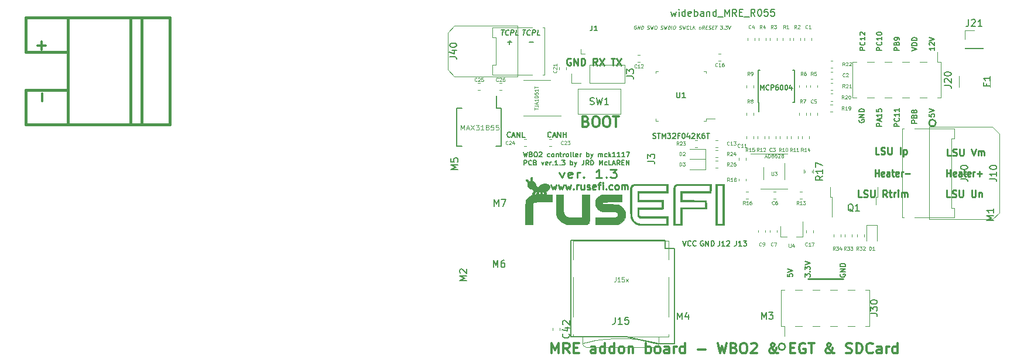
<source format=gbr>
G04 #@! TF.GenerationSoftware,KiCad,Pcbnew,5.1.5+dfsg1-2build2*
G04 #@! TF.CreationDate,2021-12-02T23:07:28+01:00*
G04 #@! TF.ProjectId,wideband_controller_mre,77696465-6261-46e6-945f-636f6e74726f,V1.3*
G04 #@! TF.SameCoordinates,Original*
G04 #@! TF.FileFunction,Legend,Top*
G04 #@! TF.FilePolarity,Positive*
%FSLAX46Y46*%
G04 Gerber Fmt 4.6, Leading zero omitted, Abs format (unit mm)*
G04 Created by KiCad (PCBNEW 5.1.5+dfsg1-2build2) date 2021-12-02 23:07:28*
%MOMM*%
%LPD*%
G04 APERTURE LIST*
%ADD10C,0.125000*%
%ADD11C,0.150000*%
%ADD12C,0.187500*%
%ADD13C,0.225000*%
%ADD14C,0.250000*%
%ADD15C,0.300000*%
%ADD16C,0.120000*%
%ADD17C,0.381000*%
%ADD18C,0.254000*%
%ADD19C,0.127000*%
%ADD20C,0.010000*%
%ADD21C,0.304800*%
%ADD22C,0.130000*%
%ADD23C,0.101600*%
G04 APERTURE END LIST*
D10*
X121378571Y-145183333D02*
X121616666Y-145183333D01*
X121330952Y-145326190D02*
X121497619Y-144826190D01*
X121664285Y-145326190D01*
X121830952Y-145326190D02*
X121830952Y-144826190D01*
X121950000Y-144826190D01*
X122021428Y-144850000D01*
X122069047Y-144897619D01*
X122092857Y-144945238D01*
X122116666Y-145040476D01*
X122116666Y-145111904D01*
X122092857Y-145207142D01*
X122069047Y-145254761D01*
X122021428Y-145302380D01*
X121950000Y-145326190D01*
X121830952Y-145326190D01*
X122402380Y-145040476D02*
X122354761Y-145016666D01*
X122330952Y-144992857D01*
X122307142Y-144945238D01*
X122307142Y-144921428D01*
X122330952Y-144873809D01*
X122354761Y-144850000D01*
X122402380Y-144826190D01*
X122497619Y-144826190D01*
X122545238Y-144850000D01*
X122569047Y-144873809D01*
X122592857Y-144921428D01*
X122592857Y-144945238D01*
X122569047Y-144992857D01*
X122545238Y-145016666D01*
X122497619Y-145040476D01*
X122402380Y-145040476D01*
X122354761Y-145064285D01*
X122330952Y-145088095D01*
X122307142Y-145135714D01*
X122307142Y-145230952D01*
X122330952Y-145278571D01*
X122354761Y-145302380D01*
X122402380Y-145326190D01*
X122497619Y-145326190D01*
X122545238Y-145302380D01*
X122569047Y-145278571D01*
X122592857Y-145230952D01*
X122592857Y-145135714D01*
X122569047Y-145088095D01*
X122545238Y-145064285D01*
X122497619Y-145040476D01*
X123021428Y-144826190D02*
X122926190Y-144826190D01*
X122878571Y-144850000D01*
X122854761Y-144873809D01*
X122807142Y-144945238D01*
X122783333Y-145040476D01*
X122783333Y-145230952D01*
X122807142Y-145278571D01*
X122830952Y-145302380D01*
X122878571Y-145326190D01*
X122973809Y-145326190D01*
X123021428Y-145302380D01*
X123045238Y-145278571D01*
X123069047Y-145230952D01*
X123069047Y-145111904D01*
X123045238Y-145064285D01*
X123021428Y-145040476D01*
X122973809Y-145016666D01*
X122878571Y-145016666D01*
X122830952Y-145040476D01*
X122807142Y-145064285D01*
X122783333Y-145111904D01*
X123259523Y-144873809D02*
X123283333Y-144850000D01*
X123330952Y-144826190D01*
X123450000Y-144826190D01*
X123497619Y-144850000D01*
X123521428Y-144873809D01*
X123545238Y-144921428D01*
X123545238Y-144969047D01*
X123521428Y-145040476D01*
X123235714Y-145326190D01*
X123545238Y-145326190D01*
X123830952Y-145040476D02*
X123783333Y-145016666D01*
X123759523Y-144992857D01*
X123735714Y-144945238D01*
X123735714Y-144921428D01*
X123759523Y-144873809D01*
X123783333Y-144850000D01*
X123830952Y-144826190D01*
X123926190Y-144826190D01*
X123973809Y-144850000D01*
X123997619Y-144873809D01*
X124021428Y-144921428D01*
X124021428Y-144945238D01*
X123997619Y-144992857D01*
X123973809Y-145016666D01*
X123926190Y-145040476D01*
X123830952Y-145040476D01*
X123783333Y-145064285D01*
X123759523Y-145088095D01*
X123735714Y-145135714D01*
X123735714Y-145230952D01*
X123759523Y-145278571D01*
X123783333Y-145302380D01*
X123830952Y-145326190D01*
X123926190Y-145326190D01*
X123973809Y-145302380D01*
X123997619Y-145278571D01*
X124021428Y-145230952D01*
X124021428Y-145135714D01*
X123997619Y-145088095D01*
X123973809Y-145064285D01*
X123926190Y-145040476D01*
X77385714Y-141339285D02*
X77385714Y-140589285D01*
X77635714Y-141125000D01*
X77885714Y-140589285D01*
X77885714Y-141339285D01*
X78207142Y-141125000D02*
X78564285Y-141125000D01*
X78135714Y-141339285D02*
X78385714Y-140589285D01*
X78635714Y-141339285D01*
X78814285Y-140589285D02*
X79314285Y-141339285D01*
X79314285Y-140589285D02*
X78814285Y-141339285D01*
X79528571Y-140589285D02*
X79992857Y-140589285D01*
X79742857Y-140875000D01*
X79850000Y-140875000D01*
X79921428Y-140910714D01*
X79957142Y-140946428D01*
X79992857Y-141017857D01*
X79992857Y-141196428D01*
X79957142Y-141267857D01*
X79921428Y-141303571D01*
X79850000Y-141339285D01*
X79635714Y-141339285D01*
X79564285Y-141303571D01*
X79528571Y-141267857D01*
X80707142Y-141339285D02*
X80278571Y-141339285D01*
X80492857Y-141339285D02*
X80492857Y-140589285D01*
X80421428Y-140696428D01*
X80350000Y-140767857D01*
X80278571Y-140803571D01*
X81135714Y-140910714D02*
X81064285Y-140875000D01*
X81028571Y-140839285D01*
X80992857Y-140767857D01*
X80992857Y-140732142D01*
X81028571Y-140660714D01*
X81064285Y-140625000D01*
X81135714Y-140589285D01*
X81278571Y-140589285D01*
X81350000Y-140625000D01*
X81385714Y-140660714D01*
X81421428Y-140732142D01*
X81421428Y-140767857D01*
X81385714Y-140839285D01*
X81350000Y-140875000D01*
X81278571Y-140910714D01*
X81135714Y-140910714D01*
X81064285Y-140946428D01*
X81028571Y-140982142D01*
X80992857Y-141053571D01*
X80992857Y-141196428D01*
X81028571Y-141267857D01*
X81064285Y-141303571D01*
X81135714Y-141339285D01*
X81278571Y-141339285D01*
X81350000Y-141303571D01*
X81385714Y-141267857D01*
X81421428Y-141196428D01*
X81421428Y-141053571D01*
X81385714Y-140982142D01*
X81350000Y-140946428D01*
X81278571Y-140910714D01*
X82100000Y-140589285D02*
X81742857Y-140589285D01*
X81707142Y-140946428D01*
X81742857Y-140910714D01*
X81814285Y-140875000D01*
X81992857Y-140875000D01*
X82064285Y-140910714D01*
X82100000Y-140946428D01*
X82135714Y-141017857D01*
X82135714Y-141196428D01*
X82100000Y-141267857D01*
X82064285Y-141303571D01*
X81992857Y-141339285D01*
X81814285Y-141339285D01*
X81742857Y-141303571D01*
X81707142Y-141267857D01*
X82814285Y-140589285D02*
X82457142Y-140589285D01*
X82421428Y-140946428D01*
X82457142Y-140910714D01*
X82528571Y-140875000D01*
X82707142Y-140875000D01*
X82778571Y-140910714D01*
X82814285Y-140946428D01*
X82850000Y-141017857D01*
X82850000Y-141196428D01*
X82814285Y-141267857D01*
X82778571Y-141303571D01*
X82707142Y-141339285D01*
X82528571Y-141339285D01*
X82457142Y-141303571D01*
X82421428Y-141267857D01*
X88026190Y-138390476D02*
X88026190Y-138104761D01*
X88526190Y-138247619D02*
X88026190Y-138247619D01*
X88026190Y-137795238D02*
X88383333Y-137795238D01*
X88454761Y-137819047D01*
X88502380Y-137866666D01*
X88526190Y-137938095D01*
X88526190Y-137985714D01*
X88383333Y-137580952D02*
X88383333Y-137342857D01*
X88526190Y-137628571D02*
X88026190Y-137461904D01*
X88526190Y-137295238D01*
X88526190Y-136866666D02*
X88526190Y-137152380D01*
X88526190Y-137009523D02*
X88026190Y-137009523D01*
X88097619Y-137057142D01*
X88145238Y-137104761D01*
X88169047Y-137152380D01*
X88026190Y-136557142D02*
X88026190Y-136509523D01*
X88050000Y-136461904D01*
X88073809Y-136438095D01*
X88121428Y-136414285D01*
X88216666Y-136390476D01*
X88335714Y-136390476D01*
X88430952Y-136414285D01*
X88478571Y-136438095D01*
X88502380Y-136461904D01*
X88526190Y-136509523D01*
X88526190Y-136557142D01*
X88502380Y-136604761D01*
X88478571Y-136628571D01*
X88430952Y-136652380D01*
X88335714Y-136676190D01*
X88216666Y-136676190D01*
X88121428Y-136652380D01*
X88073809Y-136628571D01*
X88050000Y-136604761D01*
X88026190Y-136557142D01*
X88026190Y-135938095D02*
X88026190Y-136176190D01*
X88264285Y-136200000D01*
X88240476Y-136176190D01*
X88216666Y-136128571D01*
X88216666Y-136009523D01*
X88240476Y-135961904D01*
X88264285Y-135938095D01*
X88311904Y-135914285D01*
X88430952Y-135914285D01*
X88478571Y-135938095D01*
X88502380Y-135961904D01*
X88526190Y-136009523D01*
X88526190Y-136128571D01*
X88502380Y-136176190D01*
X88478571Y-136200000D01*
X88526190Y-135438095D02*
X88526190Y-135723809D01*
X88526190Y-135580952D02*
X88026190Y-135580952D01*
X88097619Y-135628571D01*
X88145238Y-135676190D01*
X88169047Y-135723809D01*
X88026190Y-135295238D02*
X88026190Y-135009523D01*
X88526190Y-135152380D02*
X88026190Y-135152380D01*
D11*
X120733333Y-135516666D02*
X120733333Y-134816666D01*
X120966666Y-135316666D01*
X121200000Y-134816666D01*
X121200000Y-135516666D01*
X121933333Y-135450000D02*
X121900000Y-135483333D01*
X121800000Y-135516666D01*
X121733333Y-135516666D01*
X121633333Y-135483333D01*
X121566666Y-135416666D01*
X121533333Y-135350000D01*
X121500000Y-135216666D01*
X121500000Y-135116666D01*
X121533333Y-134983333D01*
X121566666Y-134916666D01*
X121633333Y-134850000D01*
X121733333Y-134816666D01*
X121800000Y-134816666D01*
X121900000Y-134850000D01*
X121933333Y-134883333D01*
X122233333Y-135516666D02*
X122233333Y-134816666D01*
X122500000Y-134816666D01*
X122566666Y-134850000D01*
X122600000Y-134883333D01*
X122633333Y-134950000D01*
X122633333Y-135050000D01*
X122600000Y-135116666D01*
X122566666Y-135150000D01*
X122500000Y-135183333D01*
X122233333Y-135183333D01*
X123233333Y-134816666D02*
X123100000Y-134816666D01*
X123033333Y-134850000D01*
X123000000Y-134883333D01*
X122933333Y-134983333D01*
X122900000Y-135116666D01*
X122900000Y-135383333D01*
X122933333Y-135450000D01*
X122966666Y-135483333D01*
X123033333Y-135516666D01*
X123166666Y-135516666D01*
X123233333Y-135483333D01*
X123266666Y-135450000D01*
X123300000Y-135383333D01*
X123300000Y-135216666D01*
X123266666Y-135150000D01*
X123233333Y-135116666D01*
X123166666Y-135083333D01*
X123033333Y-135083333D01*
X122966666Y-135116666D01*
X122933333Y-135150000D01*
X122900000Y-135216666D01*
X123733333Y-134816666D02*
X123800000Y-134816666D01*
X123866666Y-134850000D01*
X123900000Y-134883333D01*
X123933333Y-134950000D01*
X123966666Y-135083333D01*
X123966666Y-135250000D01*
X123933333Y-135383333D01*
X123900000Y-135450000D01*
X123866666Y-135483333D01*
X123800000Y-135516666D01*
X123733333Y-135516666D01*
X123666666Y-135483333D01*
X123633333Y-135450000D01*
X123600000Y-135383333D01*
X123566666Y-135250000D01*
X123566666Y-135083333D01*
X123600000Y-134950000D01*
X123633333Y-134883333D01*
X123666666Y-134850000D01*
X123733333Y-134816666D01*
X124400000Y-134816666D02*
X124466666Y-134816666D01*
X124533333Y-134850000D01*
X124566666Y-134883333D01*
X124600000Y-134950000D01*
X124633333Y-135083333D01*
X124633333Y-135250000D01*
X124600000Y-135383333D01*
X124566666Y-135450000D01*
X124533333Y-135483333D01*
X124466666Y-135516666D01*
X124400000Y-135516666D01*
X124333333Y-135483333D01*
X124300000Y-135450000D01*
X124266666Y-135383333D01*
X124233333Y-135250000D01*
X124233333Y-135083333D01*
X124266666Y-134950000D01*
X124300000Y-134883333D01*
X124333333Y-134850000D01*
X124400000Y-134816666D01*
X125233333Y-135050000D02*
X125233333Y-135516666D01*
X125066666Y-134783333D02*
X124900000Y-135283333D01*
X125333333Y-135283333D01*
X105146428Y-142503571D02*
X105253571Y-142539285D01*
X105432142Y-142539285D01*
X105503571Y-142503571D01*
X105539285Y-142467857D01*
X105575000Y-142396428D01*
X105575000Y-142325000D01*
X105539285Y-142253571D01*
X105503571Y-142217857D01*
X105432142Y-142182142D01*
X105289285Y-142146428D01*
X105217857Y-142110714D01*
X105182142Y-142075000D01*
X105146428Y-142003571D01*
X105146428Y-141932142D01*
X105182142Y-141860714D01*
X105217857Y-141825000D01*
X105289285Y-141789285D01*
X105467857Y-141789285D01*
X105575000Y-141825000D01*
X105789285Y-141789285D02*
X106217857Y-141789285D01*
X106003571Y-142539285D02*
X106003571Y-141789285D01*
X106467857Y-142539285D02*
X106467857Y-141789285D01*
X106717857Y-142325000D01*
X106967857Y-141789285D01*
X106967857Y-142539285D01*
X107253571Y-141789285D02*
X107717857Y-141789285D01*
X107467857Y-142075000D01*
X107575000Y-142075000D01*
X107646428Y-142110714D01*
X107682142Y-142146428D01*
X107717857Y-142217857D01*
X107717857Y-142396428D01*
X107682142Y-142467857D01*
X107646428Y-142503571D01*
X107575000Y-142539285D01*
X107360714Y-142539285D01*
X107289285Y-142503571D01*
X107253571Y-142467857D01*
X108003571Y-141860714D02*
X108039285Y-141825000D01*
X108110714Y-141789285D01*
X108289285Y-141789285D01*
X108360714Y-141825000D01*
X108396428Y-141860714D01*
X108432142Y-141932142D01*
X108432142Y-142003571D01*
X108396428Y-142110714D01*
X107967857Y-142539285D01*
X108432142Y-142539285D01*
X109003571Y-142146428D02*
X108753571Y-142146428D01*
X108753571Y-142539285D02*
X108753571Y-141789285D01*
X109110714Y-141789285D01*
X109539285Y-141789285D02*
X109610714Y-141789285D01*
X109682142Y-141825000D01*
X109717857Y-141860714D01*
X109753571Y-141932142D01*
X109789285Y-142075000D01*
X109789285Y-142253571D01*
X109753571Y-142396428D01*
X109717857Y-142467857D01*
X109682142Y-142503571D01*
X109610714Y-142539285D01*
X109539285Y-142539285D01*
X109467857Y-142503571D01*
X109432142Y-142467857D01*
X109396428Y-142396428D01*
X109360714Y-142253571D01*
X109360714Y-142075000D01*
X109396428Y-141932142D01*
X109432142Y-141860714D01*
X109467857Y-141825000D01*
X109539285Y-141789285D01*
X110432142Y-142039285D02*
X110432142Y-142539285D01*
X110253571Y-141753571D02*
X110075000Y-142289285D01*
X110539285Y-142289285D01*
X110789285Y-141860714D02*
X110825000Y-141825000D01*
X110896428Y-141789285D01*
X111075000Y-141789285D01*
X111146428Y-141825000D01*
X111182142Y-141860714D01*
X111217857Y-141932142D01*
X111217857Y-142003571D01*
X111182142Y-142110714D01*
X110753571Y-142539285D01*
X111217857Y-142539285D01*
X111539285Y-142539285D02*
X111539285Y-141789285D01*
X111967857Y-142539285D02*
X111646428Y-142110714D01*
X111967857Y-141789285D02*
X111539285Y-142217857D01*
X112610714Y-141789285D02*
X112467857Y-141789285D01*
X112396428Y-141825000D01*
X112360714Y-141860714D01*
X112289285Y-141967857D01*
X112253571Y-142110714D01*
X112253571Y-142396428D01*
X112289285Y-142467857D01*
X112325000Y-142503571D01*
X112396428Y-142539285D01*
X112539285Y-142539285D01*
X112610714Y-142503571D01*
X112646428Y-142467857D01*
X112682142Y-142396428D01*
X112682142Y-142217857D01*
X112646428Y-142146428D01*
X112610714Y-142110714D01*
X112539285Y-142075000D01*
X112396428Y-142075000D01*
X112325000Y-142110714D01*
X112289285Y-142146428D01*
X112253571Y-142217857D01*
X112896428Y-141789285D02*
X113325000Y-141789285D01*
X113110714Y-142539285D02*
X113110714Y-141789285D01*
D12*
X86344810Y-126833035D02*
X86773381Y-126833035D01*
X86465345Y-127583035D02*
X86559095Y-126833035D01*
X87367131Y-127511607D02*
X87326953Y-127547321D01*
X87215345Y-127583035D01*
X87143917Y-127583035D01*
X87041238Y-127547321D01*
X86978738Y-127475892D01*
X86951953Y-127404464D01*
X86934095Y-127261607D01*
X86947488Y-127154464D01*
X87001060Y-127011607D01*
X87045703Y-126940178D01*
X87126060Y-126868750D01*
X87237667Y-126833035D01*
X87309095Y-126833035D01*
X87411774Y-126868750D01*
X87443024Y-126904464D01*
X87679631Y-127583035D02*
X87773381Y-126833035D01*
X88059095Y-126833035D01*
X88126060Y-126868750D01*
X88157310Y-126904464D01*
X88184095Y-126975892D01*
X88170703Y-127083035D01*
X88126060Y-127154464D01*
X88085881Y-127190178D01*
X88009988Y-127225892D01*
X87724274Y-127225892D01*
X88786774Y-127583035D02*
X88429631Y-127583035D01*
X88523381Y-126833035D01*
X87268917Y-128609821D02*
X87840345Y-128609821D01*
X83244810Y-126833035D02*
X83673381Y-126833035D01*
X83365345Y-127583035D02*
X83459095Y-126833035D01*
X84267131Y-127511607D02*
X84226953Y-127547321D01*
X84115345Y-127583035D01*
X84043917Y-127583035D01*
X83941238Y-127547321D01*
X83878738Y-127475892D01*
X83851953Y-127404464D01*
X83834095Y-127261607D01*
X83847488Y-127154464D01*
X83901060Y-127011607D01*
X83945703Y-126940178D01*
X84026060Y-126868750D01*
X84137667Y-126833035D01*
X84209095Y-126833035D01*
X84311774Y-126868750D01*
X84343024Y-126904464D01*
X84579631Y-127583035D02*
X84673381Y-126833035D01*
X84959095Y-126833035D01*
X85026060Y-126868750D01*
X85057310Y-126904464D01*
X85084095Y-126975892D01*
X85070703Y-127083035D01*
X85026060Y-127154464D01*
X84985881Y-127190178D01*
X84909988Y-127225892D01*
X84624274Y-127225892D01*
X85686774Y-127583035D02*
X85329631Y-127583035D01*
X85423381Y-126833035D01*
X84168917Y-128609821D02*
X84740345Y-128609821D01*
X84418917Y-128895535D02*
X84490345Y-128324107D01*
D13*
X137271428Y-148052380D02*
X137271428Y-147052380D01*
X137271428Y-147528571D02*
X137785714Y-147528571D01*
X137785714Y-148052380D02*
X137785714Y-147052380D01*
X138557142Y-148004761D02*
X138471428Y-148052380D01*
X138300000Y-148052380D01*
X138214285Y-148004761D01*
X138171428Y-147909523D01*
X138171428Y-147528571D01*
X138214285Y-147433333D01*
X138300000Y-147385714D01*
X138471428Y-147385714D01*
X138557142Y-147433333D01*
X138600000Y-147528571D01*
X138600000Y-147623809D01*
X138171428Y-147719047D01*
X139371428Y-148052380D02*
X139371428Y-147528571D01*
X139328571Y-147433333D01*
X139242857Y-147385714D01*
X139071428Y-147385714D01*
X138985714Y-147433333D01*
X139371428Y-148004761D02*
X139285714Y-148052380D01*
X139071428Y-148052380D01*
X138985714Y-148004761D01*
X138942857Y-147909523D01*
X138942857Y-147814285D01*
X138985714Y-147719047D01*
X139071428Y-147671428D01*
X139285714Y-147671428D01*
X139371428Y-147623809D01*
X139671428Y-147385714D02*
X140014285Y-147385714D01*
X139800000Y-147052380D02*
X139800000Y-147909523D01*
X139842857Y-148004761D01*
X139928571Y-148052380D01*
X140014285Y-148052380D01*
X140657142Y-148004761D02*
X140571428Y-148052380D01*
X140400000Y-148052380D01*
X140314285Y-148004761D01*
X140271428Y-147909523D01*
X140271428Y-147528571D01*
X140314285Y-147433333D01*
X140400000Y-147385714D01*
X140571428Y-147385714D01*
X140657142Y-147433333D01*
X140700000Y-147528571D01*
X140700000Y-147623809D01*
X140271428Y-147719047D01*
X141085714Y-148052380D02*
X141085714Y-147385714D01*
X141085714Y-147576190D02*
X141128571Y-147480952D01*
X141171428Y-147433333D01*
X141257142Y-147385714D01*
X141342857Y-147385714D01*
X141642857Y-147671428D02*
X142328571Y-147671428D01*
D14*
X148152380Y-151052380D02*
X147676190Y-151052380D01*
X147676190Y-150052380D01*
X148438095Y-151004761D02*
X148580952Y-151052380D01*
X148819047Y-151052380D01*
X148914285Y-151004761D01*
X148961904Y-150957142D01*
X149009523Y-150861904D01*
X149009523Y-150766666D01*
X148961904Y-150671428D01*
X148914285Y-150623809D01*
X148819047Y-150576190D01*
X148628571Y-150528571D01*
X148533333Y-150480952D01*
X148485714Y-150433333D01*
X148438095Y-150338095D01*
X148438095Y-150242857D01*
X148485714Y-150147619D01*
X148533333Y-150100000D01*
X148628571Y-150052380D01*
X148866666Y-150052380D01*
X149009523Y-150100000D01*
X149438095Y-150052380D02*
X149438095Y-150861904D01*
X149485714Y-150957142D01*
X149533333Y-151004761D01*
X149628571Y-151052380D01*
X149819047Y-151052380D01*
X149914285Y-151004761D01*
X149961904Y-150957142D01*
X150009523Y-150861904D01*
X150009523Y-150052380D01*
X151247619Y-150052380D02*
X151247619Y-150861904D01*
X151295238Y-150957142D01*
X151342857Y-151004761D01*
X151438095Y-151052380D01*
X151628571Y-151052380D01*
X151723809Y-151004761D01*
X151771428Y-150957142D01*
X151819047Y-150861904D01*
X151819047Y-150052380D01*
X152295238Y-150385714D02*
X152295238Y-151052380D01*
X152295238Y-150480952D02*
X152342857Y-150433333D01*
X152438095Y-150385714D01*
X152580952Y-150385714D01*
X152676190Y-150433333D01*
X152723809Y-150528571D01*
X152723809Y-151052380D01*
X148233333Y-145052380D02*
X147757142Y-145052380D01*
X147757142Y-144052380D01*
X148519047Y-145004761D02*
X148661904Y-145052380D01*
X148900000Y-145052380D01*
X148995238Y-145004761D01*
X149042857Y-144957142D01*
X149090476Y-144861904D01*
X149090476Y-144766666D01*
X149042857Y-144671428D01*
X148995238Y-144623809D01*
X148900000Y-144576190D01*
X148709523Y-144528571D01*
X148614285Y-144480952D01*
X148566666Y-144433333D01*
X148519047Y-144338095D01*
X148519047Y-144242857D01*
X148566666Y-144147619D01*
X148614285Y-144100000D01*
X148709523Y-144052380D01*
X148947619Y-144052380D01*
X149090476Y-144100000D01*
X149519047Y-144052380D02*
X149519047Y-144861904D01*
X149566666Y-144957142D01*
X149614285Y-145004761D01*
X149709523Y-145052380D01*
X149900000Y-145052380D01*
X149995238Y-145004761D01*
X150042857Y-144957142D01*
X150090476Y-144861904D01*
X150090476Y-144052380D01*
X151185714Y-144052380D02*
X151519047Y-145052380D01*
X151852380Y-144052380D01*
X152185714Y-145052380D02*
X152185714Y-144385714D01*
X152185714Y-144480952D02*
X152233333Y-144433333D01*
X152328571Y-144385714D01*
X152471428Y-144385714D01*
X152566666Y-144433333D01*
X152614285Y-144528571D01*
X152614285Y-145052380D01*
X152614285Y-144528571D02*
X152661904Y-144433333D01*
X152757142Y-144385714D01*
X152900000Y-144385714D01*
X152995238Y-144433333D01*
X153042857Y-144528571D01*
X153042857Y-145052380D01*
X135328571Y-151052380D02*
X134852380Y-151052380D01*
X134852380Y-150052380D01*
X135614285Y-151004761D02*
X135757142Y-151052380D01*
X135995238Y-151052380D01*
X136090476Y-151004761D01*
X136138095Y-150957142D01*
X136185714Y-150861904D01*
X136185714Y-150766666D01*
X136138095Y-150671428D01*
X136090476Y-150623809D01*
X135995238Y-150576190D01*
X135804761Y-150528571D01*
X135709523Y-150480952D01*
X135661904Y-150433333D01*
X135614285Y-150338095D01*
X135614285Y-150242857D01*
X135661904Y-150147619D01*
X135709523Y-150100000D01*
X135804761Y-150052380D01*
X136042857Y-150052380D01*
X136185714Y-150100000D01*
X136614285Y-150052380D02*
X136614285Y-150861904D01*
X136661904Y-150957142D01*
X136709523Y-151004761D01*
X136804761Y-151052380D01*
X136995238Y-151052380D01*
X137090476Y-151004761D01*
X137138095Y-150957142D01*
X137185714Y-150861904D01*
X137185714Y-150052380D01*
X138995238Y-151052380D02*
X138661904Y-150576190D01*
X138423809Y-151052380D02*
X138423809Y-150052380D01*
X138804761Y-150052380D01*
X138900000Y-150100000D01*
X138947619Y-150147619D01*
X138995238Y-150242857D01*
X138995238Y-150385714D01*
X138947619Y-150480952D01*
X138900000Y-150528571D01*
X138804761Y-150576190D01*
X138423809Y-150576190D01*
X139280952Y-150385714D02*
X139661904Y-150385714D01*
X139423809Y-150052380D02*
X139423809Y-150909523D01*
X139471428Y-151004761D01*
X139566666Y-151052380D01*
X139661904Y-151052380D01*
X139995238Y-151052380D02*
X139995238Y-150385714D01*
X139995238Y-150576190D02*
X140042857Y-150480952D01*
X140090476Y-150433333D01*
X140185714Y-150385714D01*
X140280952Y-150385714D01*
X140614285Y-151052380D02*
X140614285Y-150385714D01*
X140614285Y-150052380D02*
X140566666Y-150100000D01*
X140614285Y-150147619D01*
X140661904Y-150100000D01*
X140614285Y-150052380D01*
X140614285Y-150147619D01*
X141090476Y-151052380D02*
X141090476Y-150385714D01*
X141090476Y-150480952D02*
X141138095Y-150433333D01*
X141233333Y-150385714D01*
X141376190Y-150385714D01*
X141471428Y-150433333D01*
X141519047Y-150528571D01*
X141519047Y-151052380D01*
X141519047Y-150528571D02*
X141566666Y-150433333D01*
X141661904Y-150385714D01*
X141804761Y-150385714D01*
X141900000Y-150433333D01*
X141947619Y-150528571D01*
X141947619Y-151052380D01*
D13*
X147671428Y-148052380D02*
X147671428Y-147052380D01*
X147671428Y-147528571D02*
X148185714Y-147528571D01*
X148185714Y-148052380D02*
X148185714Y-147052380D01*
X148957142Y-148004761D02*
X148871428Y-148052380D01*
X148700000Y-148052380D01*
X148614285Y-148004761D01*
X148571428Y-147909523D01*
X148571428Y-147528571D01*
X148614285Y-147433333D01*
X148700000Y-147385714D01*
X148871428Y-147385714D01*
X148957142Y-147433333D01*
X149000000Y-147528571D01*
X149000000Y-147623809D01*
X148571428Y-147719047D01*
X149771428Y-148052380D02*
X149771428Y-147528571D01*
X149728571Y-147433333D01*
X149642857Y-147385714D01*
X149471428Y-147385714D01*
X149385714Y-147433333D01*
X149771428Y-148004761D02*
X149685714Y-148052380D01*
X149471428Y-148052380D01*
X149385714Y-148004761D01*
X149342857Y-147909523D01*
X149342857Y-147814285D01*
X149385714Y-147719047D01*
X149471428Y-147671428D01*
X149685714Y-147671428D01*
X149771428Y-147623809D01*
X150071428Y-147385714D02*
X150414285Y-147385714D01*
X150200000Y-147052380D02*
X150200000Y-147909523D01*
X150242857Y-148004761D01*
X150328571Y-148052380D01*
X150414285Y-148052380D01*
X151057142Y-148004761D02*
X150971428Y-148052380D01*
X150800000Y-148052380D01*
X150714285Y-148004761D01*
X150671428Y-147909523D01*
X150671428Y-147528571D01*
X150714285Y-147433333D01*
X150800000Y-147385714D01*
X150971428Y-147385714D01*
X151057142Y-147433333D01*
X151100000Y-147528571D01*
X151100000Y-147623809D01*
X150671428Y-147719047D01*
X151485714Y-148052380D02*
X151485714Y-147385714D01*
X151485714Y-147576190D02*
X151528571Y-147480952D01*
X151571428Y-147433333D01*
X151657142Y-147385714D01*
X151742857Y-147385714D01*
X152042857Y-147671428D02*
X152728571Y-147671428D01*
X152385714Y-148052380D02*
X152385714Y-147290476D01*
D14*
X137838095Y-144852380D02*
X137361904Y-144852380D01*
X137361904Y-143852380D01*
X138123809Y-144804761D02*
X138266666Y-144852380D01*
X138504761Y-144852380D01*
X138600000Y-144804761D01*
X138647619Y-144757142D01*
X138695238Y-144661904D01*
X138695238Y-144566666D01*
X138647619Y-144471428D01*
X138600000Y-144423809D01*
X138504761Y-144376190D01*
X138314285Y-144328571D01*
X138219047Y-144280952D01*
X138171428Y-144233333D01*
X138123809Y-144138095D01*
X138123809Y-144042857D01*
X138171428Y-143947619D01*
X138219047Y-143900000D01*
X138314285Y-143852380D01*
X138552380Y-143852380D01*
X138695238Y-143900000D01*
X139123809Y-143852380D02*
X139123809Y-144661904D01*
X139171428Y-144757142D01*
X139219047Y-144804761D01*
X139314285Y-144852380D01*
X139504761Y-144852380D01*
X139600000Y-144804761D01*
X139647619Y-144757142D01*
X139695238Y-144661904D01*
X139695238Y-143852380D01*
X140933333Y-144852380D02*
X140933333Y-143852380D01*
X141409523Y-144185714D02*
X141409523Y-145185714D01*
X141409523Y-144233333D02*
X141504761Y-144185714D01*
X141695238Y-144185714D01*
X141790476Y-144233333D01*
X141838095Y-144280952D01*
X141885714Y-144376190D01*
X141885714Y-144661904D01*
X141838095Y-144757142D01*
X141790476Y-144804761D01*
X141695238Y-144852380D01*
X141504761Y-144852380D01*
X141409523Y-144804761D01*
X91621428Y-147442857D02*
X91978571Y-148242857D01*
X92335714Y-147442857D01*
X93478571Y-148185714D02*
X93335714Y-148242857D01*
X93050000Y-148242857D01*
X92907142Y-148185714D01*
X92835714Y-148071428D01*
X92835714Y-147614285D01*
X92907142Y-147500000D01*
X93050000Y-147442857D01*
X93335714Y-147442857D01*
X93478571Y-147500000D01*
X93550000Y-147614285D01*
X93550000Y-147728571D01*
X92835714Y-147842857D01*
X94192857Y-148242857D02*
X94192857Y-147442857D01*
X94192857Y-147671428D02*
X94264285Y-147557142D01*
X94335714Y-147500000D01*
X94478571Y-147442857D01*
X94621428Y-147442857D01*
X95121428Y-148128571D02*
X95192857Y-148185714D01*
X95121428Y-148242857D01*
X95050000Y-148185714D01*
X95121428Y-148128571D01*
X95121428Y-148242857D01*
X97764285Y-148242857D02*
X96907142Y-148242857D01*
X97335714Y-148242857D02*
X97335714Y-147042857D01*
X97192857Y-147214285D01*
X97050000Y-147328571D01*
X96907142Y-147385714D01*
X98407142Y-148128571D02*
X98478571Y-148185714D01*
X98407142Y-148242857D01*
X98335714Y-148185714D01*
X98407142Y-148128571D01*
X98407142Y-148242857D01*
X98978571Y-147042857D02*
X99907142Y-147042857D01*
X99407142Y-147500000D01*
X99621428Y-147500000D01*
X99764285Y-147557142D01*
X99835714Y-147614285D01*
X99907142Y-147728571D01*
X99907142Y-148014285D01*
X99835714Y-148128571D01*
X99764285Y-148185714D01*
X99621428Y-148242857D01*
X99192857Y-148242857D01*
X99050000Y-148185714D01*
X98978571Y-148128571D01*
D11*
X86433333Y-144516666D02*
X86600000Y-145216666D01*
X86733333Y-144716666D01*
X86866666Y-145216666D01*
X87033333Y-144516666D01*
X87533333Y-144850000D02*
X87633333Y-144883333D01*
X87666666Y-144916666D01*
X87700000Y-144983333D01*
X87700000Y-145083333D01*
X87666666Y-145150000D01*
X87633333Y-145183333D01*
X87566666Y-145216666D01*
X87300000Y-145216666D01*
X87300000Y-144516666D01*
X87533333Y-144516666D01*
X87600000Y-144550000D01*
X87633333Y-144583333D01*
X87666666Y-144650000D01*
X87666666Y-144716666D01*
X87633333Y-144783333D01*
X87600000Y-144816666D01*
X87533333Y-144850000D01*
X87300000Y-144850000D01*
X88133333Y-144516666D02*
X88266666Y-144516666D01*
X88333333Y-144550000D01*
X88400000Y-144616666D01*
X88433333Y-144750000D01*
X88433333Y-144983333D01*
X88400000Y-145116666D01*
X88333333Y-145183333D01*
X88266666Y-145216666D01*
X88133333Y-145216666D01*
X88066666Y-145183333D01*
X88000000Y-145116666D01*
X87966666Y-144983333D01*
X87966666Y-144750000D01*
X88000000Y-144616666D01*
X88066666Y-144550000D01*
X88133333Y-144516666D01*
X88700000Y-144583333D02*
X88733333Y-144550000D01*
X88800000Y-144516666D01*
X88966666Y-144516666D01*
X89033333Y-144550000D01*
X89066666Y-144583333D01*
X89100000Y-144650000D01*
X89100000Y-144716666D01*
X89066666Y-144816666D01*
X88666666Y-145216666D01*
X89100000Y-145216666D01*
X90233333Y-145183333D02*
X90166666Y-145216666D01*
X90033333Y-145216666D01*
X89966666Y-145183333D01*
X89933333Y-145150000D01*
X89900000Y-145083333D01*
X89900000Y-144883333D01*
X89933333Y-144816666D01*
X89966666Y-144783333D01*
X90033333Y-144750000D01*
X90166666Y-144750000D01*
X90233333Y-144783333D01*
X90633333Y-145216666D02*
X90566666Y-145183333D01*
X90533333Y-145150000D01*
X90500000Y-145083333D01*
X90500000Y-144883333D01*
X90533333Y-144816666D01*
X90566666Y-144783333D01*
X90633333Y-144750000D01*
X90733333Y-144750000D01*
X90800000Y-144783333D01*
X90833333Y-144816666D01*
X90866666Y-144883333D01*
X90866666Y-145083333D01*
X90833333Y-145150000D01*
X90800000Y-145183333D01*
X90733333Y-145216666D01*
X90633333Y-145216666D01*
X91166666Y-144750000D02*
X91166666Y-145216666D01*
X91166666Y-144816666D02*
X91200000Y-144783333D01*
X91266666Y-144750000D01*
X91366666Y-144750000D01*
X91433333Y-144783333D01*
X91466666Y-144850000D01*
X91466666Y-145216666D01*
X91700000Y-144750000D02*
X91966666Y-144750000D01*
X91800000Y-144516666D02*
X91800000Y-145116666D01*
X91833333Y-145183333D01*
X91900000Y-145216666D01*
X91966666Y-145216666D01*
X92200000Y-145216666D02*
X92200000Y-144750000D01*
X92200000Y-144883333D02*
X92233333Y-144816666D01*
X92266666Y-144783333D01*
X92333333Y-144750000D01*
X92400000Y-144750000D01*
X92733333Y-145216666D02*
X92666666Y-145183333D01*
X92633333Y-145150000D01*
X92600000Y-145083333D01*
X92600000Y-144883333D01*
X92633333Y-144816666D01*
X92666666Y-144783333D01*
X92733333Y-144750000D01*
X92833333Y-144750000D01*
X92900000Y-144783333D01*
X92933333Y-144816666D01*
X92966666Y-144883333D01*
X92966666Y-145083333D01*
X92933333Y-145150000D01*
X92900000Y-145183333D01*
X92833333Y-145216666D01*
X92733333Y-145216666D01*
X93366666Y-145216666D02*
X93300000Y-145183333D01*
X93266666Y-145116666D01*
X93266666Y-144516666D01*
X93733333Y-145216666D02*
X93666666Y-145183333D01*
X93633333Y-145116666D01*
X93633333Y-144516666D01*
X94266666Y-145183333D02*
X94200000Y-145216666D01*
X94066666Y-145216666D01*
X94000000Y-145183333D01*
X93966666Y-145116666D01*
X93966666Y-144850000D01*
X94000000Y-144783333D01*
X94066666Y-144750000D01*
X94200000Y-144750000D01*
X94266666Y-144783333D01*
X94300000Y-144850000D01*
X94300000Y-144916666D01*
X93966666Y-144983333D01*
X94600000Y-145216666D02*
X94600000Y-144750000D01*
X94600000Y-144883333D02*
X94633333Y-144816666D01*
X94666666Y-144783333D01*
X94733333Y-144750000D01*
X94800000Y-144750000D01*
X95566666Y-145216666D02*
X95566666Y-144516666D01*
X95566666Y-144783333D02*
X95633333Y-144750000D01*
X95766666Y-144750000D01*
X95833333Y-144783333D01*
X95866666Y-144816666D01*
X95900000Y-144883333D01*
X95900000Y-145083333D01*
X95866666Y-145150000D01*
X95833333Y-145183333D01*
X95766666Y-145216666D01*
X95633333Y-145216666D01*
X95566666Y-145183333D01*
X96133333Y-144750000D02*
X96300000Y-145216666D01*
X96466666Y-144750000D02*
X96300000Y-145216666D01*
X96233333Y-145383333D01*
X96200000Y-145416666D01*
X96133333Y-145450000D01*
X97266666Y-145216666D02*
X97266666Y-144750000D01*
X97266666Y-144816666D02*
X97300000Y-144783333D01*
X97366666Y-144750000D01*
X97466666Y-144750000D01*
X97533333Y-144783333D01*
X97566666Y-144850000D01*
X97566666Y-145216666D01*
X97566666Y-144850000D02*
X97600000Y-144783333D01*
X97666666Y-144750000D01*
X97766666Y-144750000D01*
X97833333Y-144783333D01*
X97866666Y-144850000D01*
X97866666Y-145216666D01*
X98500000Y-145183333D02*
X98433333Y-145216666D01*
X98300000Y-145216666D01*
X98233333Y-145183333D01*
X98200000Y-145150000D01*
X98166666Y-145083333D01*
X98166666Y-144883333D01*
X98200000Y-144816666D01*
X98233333Y-144783333D01*
X98300000Y-144750000D01*
X98433333Y-144750000D01*
X98500000Y-144783333D01*
X98800000Y-145216666D02*
X98800000Y-144516666D01*
X98866666Y-144950000D02*
X99066666Y-145216666D01*
X99066666Y-144750000D02*
X98800000Y-145016666D01*
X99733333Y-145216666D02*
X99333333Y-145216666D01*
X99533333Y-145216666D02*
X99533333Y-144516666D01*
X99466666Y-144616666D01*
X99400000Y-144683333D01*
X99333333Y-144716666D01*
X100400000Y-145216666D02*
X100000000Y-145216666D01*
X100200000Y-145216666D02*
X100200000Y-144516666D01*
X100133333Y-144616666D01*
X100066666Y-144683333D01*
X100000000Y-144716666D01*
X101066666Y-145216666D02*
X100666666Y-145216666D01*
X100866666Y-145216666D02*
X100866666Y-144516666D01*
X100800000Y-144616666D01*
X100733333Y-144683333D01*
X100666666Y-144716666D01*
X101300000Y-144516666D02*
X101766666Y-144516666D01*
X101466666Y-145216666D01*
X86500000Y-146416666D02*
X86500000Y-145716666D01*
X86766666Y-145716666D01*
X86833333Y-145750000D01*
X86866666Y-145783333D01*
X86900000Y-145850000D01*
X86900000Y-145950000D01*
X86866666Y-146016666D01*
X86833333Y-146050000D01*
X86766666Y-146083333D01*
X86500000Y-146083333D01*
X87600000Y-146350000D02*
X87566666Y-146383333D01*
X87466666Y-146416666D01*
X87400000Y-146416666D01*
X87300000Y-146383333D01*
X87233333Y-146316666D01*
X87200000Y-146250000D01*
X87166666Y-146116666D01*
X87166666Y-146016666D01*
X87200000Y-145883333D01*
X87233333Y-145816666D01*
X87300000Y-145750000D01*
X87400000Y-145716666D01*
X87466666Y-145716666D01*
X87566666Y-145750000D01*
X87600000Y-145783333D01*
X88133333Y-146050000D02*
X88233333Y-146083333D01*
X88266666Y-146116666D01*
X88300000Y-146183333D01*
X88300000Y-146283333D01*
X88266666Y-146350000D01*
X88233333Y-146383333D01*
X88166666Y-146416666D01*
X87900000Y-146416666D01*
X87900000Y-145716666D01*
X88133333Y-145716666D01*
X88200000Y-145750000D01*
X88233333Y-145783333D01*
X88266666Y-145850000D01*
X88266666Y-145916666D01*
X88233333Y-145983333D01*
X88200000Y-146016666D01*
X88133333Y-146050000D01*
X87900000Y-146050000D01*
X89066666Y-145950000D02*
X89233333Y-146416666D01*
X89400000Y-145950000D01*
X89933333Y-146383333D02*
X89866666Y-146416666D01*
X89733333Y-146416666D01*
X89666666Y-146383333D01*
X89633333Y-146316666D01*
X89633333Y-146050000D01*
X89666666Y-145983333D01*
X89733333Y-145950000D01*
X89866666Y-145950000D01*
X89933333Y-145983333D01*
X89966666Y-146050000D01*
X89966666Y-146116666D01*
X89633333Y-146183333D01*
X90266666Y-146416666D02*
X90266666Y-145950000D01*
X90266666Y-146083333D02*
X90300000Y-146016666D01*
X90333333Y-145983333D01*
X90400000Y-145950000D01*
X90466666Y-145950000D01*
X90700000Y-146350000D02*
X90733333Y-146383333D01*
X90700000Y-146416666D01*
X90666666Y-146383333D01*
X90700000Y-146350000D01*
X90700000Y-146416666D01*
X91400000Y-146416666D02*
X91000000Y-146416666D01*
X91200000Y-146416666D02*
X91200000Y-145716666D01*
X91133333Y-145816666D01*
X91066666Y-145883333D01*
X91000000Y-145916666D01*
X91700000Y-146350000D02*
X91733333Y-146383333D01*
X91700000Y-146416666D01*
X91666666Y-146383333D01*
X91700000Y-146350000D01*
X91700000Y-146416666D01*
X91966666Y-145716666D02*
X92400000Y-145716666D01*
X92166666Y-145983333D01*
X92266666Y-145983333D01*
X92333333Y-146016666D01*
X92366666Y-146050000D01*
X92400000Y-146116666D01*
X92400000Y-146283333D01*
X92366666Y-146350000D01*
X92333333Y-146383333D01*
X92266666Y-146416666D01*
X92066666Y-146416666D01*
X92000000Y-146383333D01*
X91966666Y-146350000D01*
X93233333Y-146416666D02*
X93233333Y-145716666D01*
X93233333Y-145983333D02*
X93300000Y-145950000D01*
X93433333Y-145950000D01*
X93500000Y-145983333D01*
X93533333Y-146016666D01*
X93566666Y-146083333D01*
X93566666Y-146283333D01*
X93533333Y-146350000D01*
X93500000Y-146383333D01*
X93433333Y-146416666D01*
X93300000Y-146416666D01*
X93233333Y-146383333D01*
X93800000Y-145950000D02*
X93966666Y-146416666D01*
X94133333Y-145950000D02*
X93966666Y-146416666D01*
X93900000Y-146583333D01*
X93866666Y-146616666D01*
X93800000Y-146650000D01*
X95133333Y-145716666D02*
X95133333Y-146216666D01*
X95100000Y-146316666D01*
X95033333Y-146383333D01*
X94933333Y-146416666D01*
X94866666Y-146416666D01*
X95866666Y-146416666D02*
X95633333Y-146083333D01*
X95466666Y-146416666D02*
X95466666Y-145716666D01*
X95733333Y-145716666D01*
X95800000Y-145750000D01*
X95833333Y-145783333D01*
X95866666Y-145850000D01*
X95866666Y-145950000D01*
X95833333Y-146016666D01*
X95800000Y-146050000D01*
X95733333Y-146083333D01*
X95466666Y-146083333D01*
X96166666Y-146416666D02*
X96166666Y-145716666D01*
X96333333Y-145716666D01*
X96433333Y-145750000D01*
X96500000Y-145816666D01*
X96533333Y-145883333D01*
X96566666Y-146016666D01*
X96566666Y-146116666D01*
X96533333Y-146250000D01*
X96500000Y-146316666D01*
X96433333Y-146383333D01*
X96333333Y-146416666D01*
X96166666Y-146416666D01*
X97400000Y-146416666D02*
X97400000Y-145716666D01*
X97633333Y-146216666D01*
X97866666Y-145716666D01*
X97866666Y-146416666D01*
X98500000Y-146383333D02*
X98433333Y-146416666D01*
X98300000Y-146416666D01*
X98233333Y-146383333D01*
X98200000Y-146350000D01*
X98166666Y-146283333D01*
X98166666Y-146083333D01*
X98200000Y-146016666D01*
X98233333Y-145983333D01*
X98300000Y-145950000D01*
X98433333Y-145950000D01*
X98500000Y-145983333D01*
X99133333Y-146416666D02*
X98800000Y-146416666D01*
X98800000Y-145716666D01*
X99333333Y-146216666D02*
X99666666Y-146216666D01*
X99266666Y-146416666D02*
X99500000Y-145716666D01*
X99733333Y-146416666D01*
X100366666Y-146416666D02*
X100133333Y-146083333D01*
X99966666Y-146416666D02*
X99966666Y-145716666D01*
X100233333Y-145716666D01*
X100300000Y-145750000D01*
X100333333Y-145783333D01*
X100366666Y-145850000D01*
X100366666Y-145950000D01*
X100333333Y-146016666D01*
X100300000Y-146050000D01*
X100233333Y-146083333D01*
X99966666Y-146083333D01*
X100666666Y-146050000D02*
X100900000Y-146050000D01*
X101000000Y-146416666D02*
X100666666Y-146416666D01*
X100666666Y-145716666D01*
X101000000Y-145716666D01*
X101300000Y-146416666D02*
X101300000Y-145716666D01*
X101700000Y-146416666D01*
X101700000Y-145716666D01*
D14*
X90428571Y-149285714D02*
X90619047Y-149952380D01*
X90809523Y-149476190D01*
X91000000Y-149952380D01*
X91190476Y-149285714D01*
X91476190Y-149285714D02*
X91666666Y-149952380D01*
X91857142Y-149476190D01*
X92047619Y-149952380D01*
X92238095Y-149285714D01*
X92523809Y-149285714D02*
X92714285Y-149952380D01*
X92904761Y-149476190D01*
X93095238Y-149952380D01*
X93285714Y-149285714D01*
X93666666Y-149857142D02*
X93714285Y-149904761D01*
X93666666Y-149952380D01*
X93619047Y-149904761D01*
X93666666Y-149857142D01*
X93666666Y-149952380D01*
X94142857Y-149952380D02*
X94142857Y-149285714D01*
X94142857Y-149476190D02*
X94190476Y-149380952D01*
X94238095Y-149333333D01*
X94333333Y-149285714D01*
X94428571Y-149285714D01*
X95190476Y-149285714D02*
X95190476Y-149952380D01*
X94761904Y-149285714D02*
X94761904Y-149809523D01*
X94809523Y-149904761D01*
X94904761Y-149952380D01*
X95047619Y-149952380D01*
X95142857Y-149904761D01*
X95190476Y-149857142D01*
X95619047Y-149904761D02*
X95714285Y-149952380D01*
X95904761Y-149952380D01*
X96000000Y-149904761D01*
X96047619Y-149809523D01*
X96047619Y-149761904D01*
X96000000Y-149666666D01*
X95904761Y-149619047D01*
X95761904Y-149619047D01*
X95666666Y-149571428D01*
X95619047Y-149476190D01*
X95619047Y-149428571D01*
X95666666Y-149333333D01*
X95761904Y-149285714D01*
X95904761Y-149285714D01*
X96000000Y-149333333D01*
X96857142Y-149904761D02*
X96761904Y-149952380D01*
X96571428Y-149952380D01*
X96476190Y-149904761D01*
X96428571Y-149809523D01*
X96428571Y-149428571D01*
X96476190Y-149333333D01*
X96571428Y-149285714D01*
X96761904Y-149285714D01*
X96857142Y-149333333D01*
X96904761Y-149428571D01*
X96904761Y-149523809D01*
X96428571Y-149619047D01*
X97190476Y-149285714D02*
X97571428Y-149285714D01*
X97333333Y-149952380D02*
X97333333Y-149095238D01*
X97380952Y-149000000D01*
X97476190Y-148952380D01*
X97571428Y-148952380D01*
X97904761Y-149952380D02*
X97904761Y-149285714D01*
X97904761Y-148952380D02*
X97857142Y-149000000D01*
X97904761Y-149047619D01*
X97952380Y-149000000D01*
X97904761Y-148952380D01*
X97904761Y-149047619D01*
X98380952Y-149857142D02*
X98428571Y-149904761D01*
X98380952Y-149952380D01*
X98333333Y-149904761D01*
X98380952Y-149857142D01*
X98380952Y-149952380D01*
X99285714Y-149904761D02*
X99190476Y-149952380D01*
X99000000Y-149952380D01*
X98904761Y-149904761D01*
X98857142Y-149857142D01*
X98809523Y-149761904D01*
X98809523Y-149476190D01*
X98857142Y-149380952D01*
X98904761Y-149333333D01*
X99000000Y-149285714D01*
X99190476Y-149285714D01*
X99285714Y-149333333D01*
X99857142Y-149952380D02*
X99761904Y-149904761D01*
X99714285Y-149857142D01*
X99666666Y-149761904D01*
X99666666Y-149476190D01*
X99714285Y-149380952D01*
X99761904Y-149333333D01*
X99857142Y-149285714D01*
X100000000Y-149285714D01*
X100095238Y-149333333D01*
X100142857Y-149380952D01*
X100190476Y-149476190D01*
X100190476Y-149761904D01*
X100142857Y-149857142D01*
X100095238Y-149904761D01*
X100000000Y-149952380D01*
X99857142Y-149952380D01*
X100619047Y-149952380D02*
X100619047Y-149285714D01*
X100619047Y-149380952D02*
X100666666Y-149333333D01*
X100761904Y-149285714D01*
X100904761Y-149285714D01*
X101000000Y-149333333D01*
X101047619Y-149428571D01*
X101047619Y-149952380D01*
X101047619Y-149428571D02*
X101095238Y-149333333D01*
X101190476Y-149285714D01*
X101333333Y-149285714D01*
X101428571Y-149333333D01*
X101476190Y-149428571D01*
X101476190Y-149952380D01*
D15*
X90499999Y-173678571D02*
X90499999Y-172178571D01*
X90999999Y-173250000D01*
X91499999Y-172178571D01*
X91499999Y-173678571D01*
X93071428Y-173678571D02*
X92571428Y-172964285D01*
X92214285Y-173678571D02*
X92214285Y-172178571D01*
X92785714Y-172178571D01*
X92928571Y-172250000D01*
X92999999Y-172321428D01*
X93071428Y-172464285D01*
X93071428Y-172678571D01*
X92999999Y-172821428D01*
X92928571Y-172892857D01*
X92785714Y-172964285D01*
X92214285Y-172964285D01*
X93714285Y-172892857D02*
X94214285Y-172892857D01*
X94428571Y-173678571D02*
X93714285Y-173678571D01*
X93714285Y-172178571D01*
X94428571Y-172178571D01*
X96857142Y-173678571D02*
X96857142Y-172892857D01*
X96785714Y-172750000D01*
X96642857Y-172678571D01*
X96357142Y-172678571D01*
X96214285Y-172750000D01*
X96857142Y-173607142D02*
X96714285Y-173678571D01*
X96357142Y-173678571D01*
X96214285Y-173607142D01*
X96142857Y-173464285D01*
X96142857Y-173321428D01*
X96214285Y-173178571D01*
X96357142Y-173107142D01*
X96714285Y-173107142D01*
X96857142Y-173035714D01*
X98214285Y-173678571D02*
X98214285Y-172178571D01*
X98214285Y-173607142D02*
X98071428Y-173678571D01*
X97785714Y-173678571D01*
X97642857Y-173607142D01*
X97571428Y-173535714D01*
X97499999Y-173392857D01*
X97499999Y-172964285D01*
X97571428Y-172821428D01*
X97642857Y-172750000D01*
X97785714Y-172678571D01*
X98071428Y-172678571D01*
X98214285Y-172750000D01*
X99571428Y-173678571D02*
X99571428Y-172178571D01*
X99571428Y-173607142D02*
X99428571Y-173678571D01*
X99142857Y-173678571D01*
X98999999Y-173607142D01*
X98928571Y-173535714D01*
X98857142Y-173392857D01*
X98857142Y-172964285D01*
X98928571Y-172821428D01*
X98999999Y-172750000D01*
X99142857Y-172678571D01*
X99428571Y-172678571D01*
X99571428Y-172750000D01*
X100499999Y-173678571D02*
X100357142Y-173607142D01*
X100285714Y-173535714D01*
X100214285Y-173392857D01*
X100214285Y-172964285D01*
X100285714Y-172821428D01*
X100357142Y-172750000D01*
X100499999Y-172678571D01*
X100714285Y-172678571D01*
X100857142Y-172750000D01*
X100928571Y-172821428D01*
X100999999Y-172964285D01*
X100999999Y-173392857D01*
X100928571Y-173535714D01*
X100857142Y-173607142D01*
X100714285Y-173678571D01*
X100499999Y-173678571D01*
X101642857Y-172678571D02*
X101642857Y-173678571D01*
X101642857Y-172821428D02*
X101714285Y-172750000D01*
X101857142Y-172678571D01*
X102071428Y-172678571D01*
X102214285Y-172750000D01*
X102285714Y-172892857D01*
X102285714Y-173678571D01*
X104142857Y-173678571D02*
X104142857Y-172178571D01*
X104142857Y-172750000D02*
X104285714Y-172678571D01*
X104571428Y-172678571D01*
X104714285Y-172750000D01*
X104785714Y-172821428D01*
X104857142Y-172964285D01*
X104857142Y-173392857D01*
X104785714Y-173535714D01*
X104714285Y-173607142D01*
X104571428Y-173678571D01*
X104285714Y-173678571D01*
X104142857Y-173607142D01*
X105714285Y-173678571D02*
X105571428Y-173607142D01*
X105499999Y-173535714D01*
X105428571Y-173392857D01*
X105428571Y-172964285D01*
X105499999Y-172821428D01*
X105571428Y-172750000D01*
X105714285Y-172678571D01*
X105928571Y-172678571D01*
X106071428Y-172750000D01*
X106142857Y-172821428D01*
X106214285Y-172964285D01*
X106214285Y-173392857D01*
X106142857Y-173535714D01*
X106071428Y-173607142D01*
X105928571Y-173678571D01*
X105714285Y-173678571D01*
X107499999Y-173678571D02*
X107499999Y-172892857D01*
X107428571Y-172750000D01*
X107285714Y-172678571D01*
X106999999Y-172678571D01*
X106857142Y-172750000D01*
X107499999Y-173607142D02*
X107357142Y-173678571D01*
X106999999Y-173678571D01*
X106857142Y-173607142D01*
X106785714Y-173464285D01*
X106785714Y-173321428D01*
X106857142Y-173178571D01*
X106999999Y-173107142D01*
X107357142Y-173107142D01*
X107499999Y-173035714D01*
X108214285Y-173678571D02*
X108214285Y-172678571D01*
X108214285Y-172964285D02*
X108285714Y-172821428D01*
X108357142Y-172750000D01*
X108499999Y-172678571D01*
X108642857Y-172678571D01*
X109785714Y-173678571D02*
X109785714Y-172178571D01*
X109785714Y-173607142D02*
X109642857Y-173678571D01*
X109357142Y-173678571D01*
X109214285Y-173607142D01*
X109142857Y-173535714D01*
X109071428Y-173392857D01*
X109071428Y-172964285D01*
X109142857Y-172821428D01*
X109214285Y-172750000D01*
X109357142Y-172678571D01*
X109642857Y-172678571D01*
X109785714Y-172750000D01*
X111642857Y-173107142D02*
X112785714Y-173107142D01*
X114499999Y-172178571D02*
X114857142Y-173678571D01*
X115142857Y-172607142D01*
X115428571Y-173678571D01*
X115785714Y-172178571D01*
X116857142Y-172892857D02*
X117071428Y-172964285D01*
X117142857Y-173035714D01*
X117214285Y-173178571D01*
X117214285Y-173392857D01*
X117142857Y-173535714D01*
X117071428Y-173607142D01*
X116928571Y-173678571D01*
X116357142Y-173678571D01*
X116357142Y-172178571D01*
X116857142Y-172178571D01*
X116999999Y-172250000D01*
X117071428Y-172321428D01*
X117142857Y-172464285D01*
X117142857Y-172607142D01*
X117071428Y-172750000D01*
X116999999Y-172821428D01*
X116857142Y-172892857D01*
X116357142Y-172892857D01*
X118142857Y-172178571D02*
X118428571Y-172178571D01*
X118571428Y-172250000D01*
X118714285Y-172392857D01*
X118785714Y-172678571D01*
X118785714Y-173178571D01*
X118714285Y-173464285D01*
X118571428Y-173607142D01*
X118428571Y-173678571D01*
X118142857Y-173678571D01*
X117999999Y-173607142D01*
X117857142Y-173464285D01*
X117785714Y-173178571D01*
X117785714Y-172678571D01*
X117857142Y-172392857D01*
X117999999Y-172250000D01*
X118142857Y-172178571D01*
X119357142Y-172321428D02*
X119428571Y-172250000D01*
X119571428Y-172178571D01*
X119928571Y-172178571D01*
X120071428Y-172250000D01*
X120142857Y-172321428D01*
X120214285Y-172464285D01*
X120214285Y-172607142D01*
X120142857Y-172821428D01*
X119285714Y-173678571D01*
X120214285Y-173678571D01*
X123214285Y-173678571D02*
X123142857Y-173678571D01*
X122999999Y-173607142D01*
X122785714Y-173392857D01*
X122428571Y-172964285D01*
X122285714Y-172750000D01*
X122214285Y-172535714D01*
X122214285Y-172392857D01*
X122285714Y-172250000D01*
X122428571Y-172178571D01*
X122499999Y-172178571D01*
X122642857Y-172250000D01*
X122714285Y-172392857D01*
X122714285Y-172464285D01*
X122642857Y-172607142D01*
X122571428Y-172678571D01*
X122142857Y-172964285D01*
X122071428Y-173035714D01*
X121999999Y-173178571D01*
X121999999Y-173392857D01*
X122071428Y-173535714D01*
X122142857Y-173607142D01*
X122285714Y-173678571D01*
X122499999Y-173678571D01*
X122642857Y-173607142D01*
X122714285Y-173535714D01*
X122928571Y-173250000D01*
X122999999Y-173035714D01*
X122999999Y-172892857D01*
X124999999Y-172892857D02*
X125499999Y-172892857D01*
X125714285Y-173678571D02*
X124999999Y-173678571D01*
X124999999Y-172178571D01*
X125714285Y-172178571D01*
X127142857Y-172250000D02*
X126999999Y-172178571D01*
X126785714Y-172178571D01*
X126571428Y-172250000D01*
X126428571Y-172392857D01*
X126357142Y-172535714D01*
X126285714Y-172821428D01*
X126285714Y-173035714D01*
X126357142Y-173321428D01*
X126428571Y-173464285D01*
X126571428Y-173607142D01*
X126785714Y-173678571D01*
X126928571Y-173678571D01*
X127142857Y-173607142D01*
X127214285Y-173535714D01*
X127214285Y-173035714D01*
X126928571Y-173035714D01*
X127642857Y-172178571D02*
X128499999Y-172178571D01*
X128071428Y-173678571D02*
X128071428Y-172178571D01*
X131357142Y-173678571D02*
X131285714Y-173678571D01*
X131142857Y-173607142D01*
X130928571Y-173392857D01*
X130571428Y-172964285D01*
X130428571Y-172750000D01*
X130357142Y-172535714D01*
X130357142Y-172392857D01*
X130428571Y-172250000D01*
X130571428Y-172178571D01*
X130642857Y-172178571D01*
X130785714Y-172250000D01*
X130857142Y-172392857D01*
X130857142Y-172464285D01*
X130785714Y-172607142D01*
X130714285Y-172678571D01*
X130285714Y-172964285D01*
X130214285Y-173035714D01*
X130142857Y-173178571D01*
X130142857Y-173392857D01*
X130214285Y-173535714D01*
X130285714Y-173607142D01*
X130428571Y-173678571D01*
X130642857Y-173678571D01*
X130785714Y-173607142D01*
X130857142Y-173535714D01*
X131071428Y-173250000D01*
X131142857Y-173035714D01*
X131142857Y-172892857D01*
X133071428Y-173607142D02*
X133285714Y-173678571D01*
X133642857Y-173678571D01*
X133785714Y-173607142D01*
X133857142Y-173535714D01*
X133928571Y-173392857D01*
X133928571Y-173250000D01*
X133857142Y-173107142D01*
X133785714Y-173035714D01*
X133642857Y-172964285D01*
X133357142Y-172892857D01*
X133214285Y-172821428D01*
X133142857Y-172750000D01*
X133071428Y-172607142D01*
X133071428Y-172464285D01*
X133142857Y-172321428D01*
X133214285Y-172250000D01*
X133357142Y-172178571D01*
X133714285Y-172178571D01*
X133928571Y-172250000D01*
X134571428Y-173678571D02*
X134571428Y-172178571D01*
X134928571Y-172178571D01*
X135142857Y-172250000D01*
X135285714Y-172392857D01*
X135357142Y-172535714D01*
X135428571Y-172821428D01*
X135428571Y-173035714D01*
X135357142Y-173321428D01*
X135285714Y-173464285D01*
X135142857Y-173607142D01*
X134928571Y-173678571D01*
X134571428Y-173678571D01*
X136928571Y-173535714D02*
X136857142Y-173607142D01*
X136642857Y-173678571D01*
X136499999Y-173678571D01*
X136285714Y-173607142D01*
X136142857Y-173464285D01*
X136071428Y-173321428D01*
X135999999Y-173035714D01*
X135999999Y-172821428D01*
X136071428Y-172535714D01*
X136142857Y-172392857D01*
X136285714Y-172250000D01*
X136499999Y-172178571D01*
X136642857Y-172178571D01*
X136857142Y-172250000D01*
X136928571Y-172321428D01*
X138214285Y-173678571D02*
X138214285Y-172892857D01*
X138142857Y-172750000D01*
X137999999Y-172678571D01*
X137714285Y-172678571D01*
X137571428Y-172750000D01*
X138214285Y-173607142D02*
X138071428Y-173678571D01*
X137714285Y-173678571D01*
X137571428Y-173607142D01*
X137499999Y-173464285D01*
X137499999Y-173321428D01*
X137571428Y-173178571D01*
X137714285Y-173107142D01*
X138071428Y-173107142D01*
X138214285Y-173035714D01*
X138928571Y-173678571D02*
X138928571Y-172678571D01*
X138928571Y-172964285D02*
X138999999Y-172821428D01*
X139071428Y-172750000D01*
X139214285Y-172678571D01*
X139357142Y-172678571D01*
X140499999Y-173678571D02*
X140499999Y-172178571D01*
X140499999Y-173607142D02*
X140357142Y-173678571D01*
X140071428Y-173678571D01*
X139928571Y-173607142D01*
X139857142Y-173535714D01*
X139785714Y-173392857D01*
X139785714Y-172964285D01*
X139857142Y-172821428D01*
X139928571Y-172750000D01*
X140071428Y-172678571D01*
X140357142Y-172678571D01*
X140499999Y-172750000D01*
D10*
X102738802Y-126250000D02*
X102694159Y-126226190D01*
X102622730Y-126226190D01*
X102548325Y-126250000D01*
X102494754Y-126297619D01*
X102464992Y-126345238D01*
X102429278Y-126440476D01*
X102420349Y-126511904D01*
X102432254Y-126607142D01*
X102450111Y-126654761D01*
X102491778Y-126702380D01*
X102560230Y-126726190D01*
X102607849Y-126726190D01*
X102682254Y-126702380D01*
X102709040Y-126678571D01*
X102729873Y-126511904D01*
X102634635Y-126511904D01*
X102917373Y-126726190D02*
X102979873Y-126226190D01*
X103203087Y-126726190D01*
X103265587Y-126226190D01*
X103441183Y-126726190D02*
X103503683Y-126226190D01*
X103622730Y-126226190D01*
X103691183Y-126250000D01*
X103732849Y-126297619D01*
X103750706Y-126345238D01*
X103762611Y-126440476D01*
X103753683Y-126511904D01*
X103717968Y-126607142D01*
X103688206Y-126654761D01*
X103634635Y-126702380D01*
X103560230Y-126726190D01*
X103441183Y-126726190D01*
X104301302Y-126702380D02*
X104369754Y-126726190D01*
X104488802Y-126726190D01*
X104539397Y-126702380D01*
X104566183Y-126678571D01*
X104595944Y-126630952D01*
X104601897Y-126583333D01*
X104584040Y-126535714D01*
X104563206Y-126511904D01*
X104518563Y-126488095D01*
X104426302Y-126464285D01*
X104381659Y-126440476D01*
X104360825Y-126416666D01*
X104342968Y-126369047D01*
X104348921Y-126321428D01*
X104378683Y-126273809D01*
X104405468Y-126250000D01*
X104456063Y-126226190D01*
X104575111Y-126226190D01*
X104643563Y-126250000D01*
X104813206Y-126226190D02*
X104869754Y-126726190D01*
X105009635Y-126369047D01*
X105060230Y-126726190D01*
X105241778Y-126226190D01*
X105527492Y-126226190D02*
X105622730Y-126226190D01*
X105667373Y-126250000D01*
X105709040Y-126297619D01*
X105720944Y-126392857D01*
X105700111Y-126559523D01*
X105664397Y-126654761D01*
X105610825Y-126702380D01*
X105560230Y-126726190D01*
X105464992Y-126726190D01*
X105420349Y-126702380D01*
X105378683Y-126654761D01*
X105366778Y-126559523D01*
X105387611Y-126392857D01*
X105423325Y-126297619D01*
X105476897Y-126250000D01*
X105527492Y-126226190D01*
X106253683Y-126702380D02*
X106322135Y-126726190D01*
X106441183Y-126726190D01*
X106491778Y-126702380D01*
X106518563Y-126678571D01*
X106548325Y-126630952D01*
X106554278Y-126583333D01*
X106536421Y-126535714D01*
X106515587Y-126511904D01*
X106470944Y-126488095D01*
X106378683Y-126464285D01*
X106334040Y-126440476D01*
X106313206Y-126416666D01*
X106295349Y-126369047D01*
X106301302Y-126321428D01*
X106331063Y-126273809D01*
X106357849Y-126250000D01*
X106408444Y-126226190D01*
X106527492Y-126226190D01*
X106595944Y-126250000D01*
X106765587Y-126226190D02*
X106822135Y-126726190D01*
X106962016Y-126369047D01*
X107012611Y-126726190D01*
X107194159Y-126226190D01*
X107322135Y-126726190D02*
X107384635Y-126226190D01*
X107503683Y-126226190D01*
X107572135Y-126250000D01*
X107613802Y-126297619D01*
X107631659Y-126345238D01*
X107643563Y-126440476D01*
X107634635Y-126511904D01*
X107598921Y-126607142D01*
X107569159Y-126654761D01*
X107515587Y-126702380D01*
X107441183Y-126726190D01*
X107322135Y-126726190D01*
X107822135Y-126726190D02*
X107884635Y-126226190D01*
X108217968Y-126226190D02*
X108313206Y-126226190D01*
X108357849Y-126250000D01*
X108399516Y-126297619D01*
X108411421Y-126392857D01*
X108390587Y-126559523D01*
X108354873Y-126654761D01*
X108301302Y-126702380D01*
X108250706Y-126726190D01*
X108155468Y-126726190D01*
X108110825Y-126702380D01*
X108069159Y-126654761D01*
X108057254Y-126559523D01*
X108078087Y-126392857D01*
X108113802Y-126297619D01*
X108167373Y-126250000D01*
X108217968Y-126226190D01*
X108944159Y-126702380D02*
X109012611Y-126726190D01*
X109131659Y-126726190D01*
X109182254Y-126702380D01*
X109209040Y-126678571D01*
X109238802Y-126630952D01*
X109244754Y-126583333D01*
X109226897Y-126535714D01*
X109206063Y-126511904D01*
X109161421Y-126488095D01*
X109069159Y-126464285D01*
X109024516Y-126440476D01*
X109003683Y-126416666D01*
X108985825Y-126369047D01*
X108991778Y-126321428D01*
X109021540Y-126273809D01*
X109048325Y-126250000D01*
X109098921Y-126226190D01*
X109217968Y-126226190D01*
X109286421Y-126250000D01*
X109456063Y-126226190D02*
X109512611Y-126726190D01*
X109652492Y-126369047D01*
X109703087Y-126726190D01*
X109884635Y-126226190D01*
X110304278Y-126678571D02*
X110277492Y-126702380D01*
X110203087Y-126726190D01*
X110155468Y-126726190D01*
X110087016Y-126702380D01*
X110045349Y-126654761D01*
X110027492Y-126607142D01*
X110015587Y-126511904D01*
X110024516Y-126440476D01*
X110060230Y-126345238D01*
X110089992Y-126297619D01*
X110143563Y-126250000D01*
X110217968Y-126226190D01*
X110265587Y-126226190D01*
X110334040Y-126250000D01*
X110354873Y-126273809D01*
X110750706Y-126726190D02*
X110512611Y-126726190D01*
X110575111Y-126226190D01*
X110917373Y-126726190D02*
X110979873Y-126226190D01*
X111203087Y-126726190D02*
X111024516Y-126440476D01*
X111265587Y-126226190D02*
X110944159Y-126511904D01*
X111839992Y-126392857D02*
X111798325Y-126726190D01*
X111834040Y-126440476D02*
X111860825Y-126416666D01*
X111911421Y-126392857D01*
X111982849Y-126392857D01*
X112027492Y-126416666D01*
X112045349Y-126464285D01*
X112012611Y-126726190D01*
X112536421Y-126726190D02*
X112399516Y-126488095D01*
X112250706Y-126726190D02*
X112313206Y-126226190D01*
X112503683Y-126226190D01*
X112548325Y-126250000D01*
X112569159Y-126273809D01*
X112587016Y-126321428D01*
X112578087Y-126392857D01*
X112548325Y-126440476D01*
X112521540Y-126464285D01*
X112470944Y-126488095D01*
X112280468Y-126488095D01*
X112783444Y-126464285D02*
X112950111Y-126464285D01*
X112988802Y-126726190D02*
X112750706Y-126726190D01*
X112813206Y-126226190D01*
X113051302Y-126226190D01*
X113182254Y-126702380D02*
X113250706Y-126726190D01*
X113369754Y-126726190D01*
X113420349Y-126702380D01*
X113447135Y-126678571D01*
X113476897Y-126630952D01*
X113482849Y-126583333D01*
X113464992Y-126535714D01*
X113444159Y-126511904D01*
X113399516Y-126488095D01*
X113307254Y-126464285D01*
X113262611Y-126440476D01*
X113241778Y-126416666D01*
X113223921Y-126369047D01*
X113229873Y-126321428D01*
X113259635Y-126273809D01*
X113286421Y-126250000D01*
X113337016Y-126226190D01*
X113456063Y-126226190D01*
X113524516Y-126250000D01*
X113712016Y-126464285D02*
X113878683Y-126464285D01*
X113917373Y-126726190D02*
X113679278Y-126726190D01*
X113741778Y-126226190D01*
X113979873Y-126226190D01*
X114122730Y-126226190D02*
X114408444Y-126226190D01*
X114203087Y-126726190D02*
X114265587Y-126226190D01*
X114908444Y-126226190D02*
X115217968Y-126226190D01*
X115027492Y-126416666D01*
X115098921Y-126416666D01*
X115143563Y-126440476D01*
X115164397Y-126464285D01*
X115182254Y-126511904D01*
X115167373Y-126630952D01*
X115137611Y-126678571D01*
X115110825Y-126702380D01*
X115060230Y-126726190D01*
X114917373Y-126726190D01*
X114872730Y-126702380D01*
X114851897Y-126678571D01*
X115375706Y-126678571D02*
X115396540Y-126702380D01*
X115369754Y-126726190D01*
X115348921Y-126702380D01*
X115375706Y-126678571D01*
X115369754Y-126726190D01*
X115622730Y-126226190D02*
X115932254Y-126226190D01*
X115741778Y-126416666D01*
X115813206Y-126416666D01*
X115857849Y-126440476D01*
X115878683Y-126464285D01*
X115896540Y-126511904D01*
X115881659Y-126630952D01*
X115851897Y-126678571D01*
X115825111Y-126702380D01*
X115774516Y-126726190D01*
X115631659Y-126726190D01*
X115587016Y-126702380D01*
X115566183Y-126678571D01*
X116075111Y-126226190D02*
X116179278Y-126726190D01*
X116408444Y-126226190D01*
D14*
X93242857Y-131000000D02*
X93147619Y-130952380D01*
X93004761Y-130952380D01*
X92861904Y-131000000D01*
X92766666Y-131095238D01*
X92719047Y-131190476D01*
X92671428Y-131380952D01*
X92671428Y-131523809D01*
X92719047Y-131714285D01*
X92766666Y-131809523D01*
X92861904Y-131904761D01*
X93004761Y-131952380D01*
X93100000Y-131952380D01*
X93242857Y-131904761D01*
X93290476Y-131857142D01*
X93290476Y-131523809D01*
X93100000Y-131523809D01*
X93719047Y-131952380D02*
X93719047Y-130952380D01*
X94290476Y-131952380D01*
X94290476Y-130952380D01*
X94766666Y-131952380D02*
X94766666Y-130952380D01*
X95004761Y-130952380D01*
X95147619Y-131000000D01*
X95242857Y-131095238D01*
X95290476Y-131190476D01*
X95338095Y-131380952D01*
X95338095Y-131523809D01*
X95290476Y-131714285D01*
X95242857Y-131809523D01*
X95147619Y-131904761D01*
X95004761Y-131952380D01*
X94766666Y-131952380D01*
X97100000Y-131952380D02*
X96766666Y-131476190D01*
X96528571Y-131952380D02*
X96528571Y-130952380D01*
X96909523Y-130952380D01*
X97004761Y-131000000D01*
X97052380Y-131047619D01*
X97100000Y-131142857D01*
X97100000Y-131285714D01*
X97052380Y-131380952D01*
X97004761Y-131428571D01*
X96909523Y-131476190D01*
X96528571Y-131476190D01*
X97433333Y-130952380D02*
X98100000Y-131952380D01*
X98100000Y-130952380D02*
X97433333Y-131952380D01*
X99100000Y-130952380D02*
X99671428Y-130952380D01*
X99385714Y-131952380D02*
X99385714Y-130952380D01*
X99909523Y-130952380D02*
X100576190Y-131952380D01*
X100576190Y-130952380D02*
X99909523Y-131952380D01*
D15*
X95464285Y-140092857D02*
X95678571Y-140164285D01*
X95750000Y-140235714D01*
X95821428Y-140378571D01*
X95821428Y-140592857D01*
X95750000Y-140735714D01*
X95678571Y-140807142D01*
X95535714Y-140878571D01*
X94964285Y-140878571D01*
X94964285Y-139378571D01*
X95464285Y-139378571D01*
X95607142Y-139450000D01*
X95678571Y-139521428D01*
X95750000Y-139664285D01*
X95750000Y-139807142D01*
X95678571Y-139950000D01*
X95607142Y-140021428D01*
X95464285Y-140092857D01*
X94964285Y-140092857D01*
X96750000Y-139378571D02*
X97035714Y-139378571D01*
X97178571Y-139450000D01*
X97321428Y-139592857D01*
X97392857Y-139878571D01*
X97392857Y-140378571D01*
X97321428Y-140664285D01*
X97178571Y-140807142D01*
X97035714Y-140878571D01*
X96750000Y-140878571D01*
X96607142Y-140807142D01*
X96464285Y-140664285D01*
X96392857Y-140378571D01*
X96392857Y-139878571D01*
X96464285Y-139592857D01*
X96607142Y-139450000D01*
X96750000Y-139378571D01*
X98321428Y-139378571D02*
X98607142Y-139378571D01*
X98750000Y-139450000D01*
X98892857Y-139592857D01*
X98964285Y-139878571D01*
X98964285Y-140378571D01*
X98892857Y-140664285D01*
X98750000Y-140807142D01*
X98607142Y-140878571D01*
X98321428Y-140878571D01*
X98178571Y-140807142D01*
X98035714Y-140664285D01*
X97964285Y-140378571D01*
X97964285Y-139878571D01*
X98035714Y-139592857D01*
X98178571Y-139450000D01*
X98321428Y-139378571D01*
X99392857Y-139378571D02*
X100250000Y-139378571D01*
X99821428Y-140878571D02*
X99821428Y-139378571D01*
D16*
X149453400Y-133490131D02*
X149453400Y-135084869D01*
X153873400Y-133490131D02*
X153873400Y-135084869D01*
X122700000Y-144740000D02*
X119250000Y-144740000D01*
X122700000Y-144740000D02*
X124650000Y-144740000D01*
X122700000Y-149860000D02*
X120750000Y-149860000D01*
X122700000Y-149860000D02*
X124650000Y-149860000D01*
X150270000Y-126870000D02*
X151600000Y-126870000D01*
X150270000Y-128200000D02*
X150270000Y-126870000D01*
X150270000Y-129470000D02*
X152930000Y-129470000D01*
X152930000Y-129470000D02*
X152930000Y-129530000D01*
X150270000Y-129470000D02*
X150270000Y-129530000D01*
X150270000Y-129530000D02*
X152930000Y-129530000D01*
X92610000Y-132562779D02*
X92610000Y-132237221D01*
X91590000Y-132562779D02*
X91590000Y-132237221D01*
X81920000Y-126465000D02*
X87680000Y-126465000D01*
X81920000Y-127885000D02*
X81920000Y-126465000D01*
X82420000Y-127885000D02*
X81920000Y-127885000D01*
X82420000Y-131915000D02*
X82420000Y-127885000D01*
X81920000Y-131915000D02*
X82420000Y-131915000D01*
X81920000Y-133335000D02*
X81920000Y-131915000D01*
X87680000Y-133335000D02*
X81920000Y-133335000D01*
X89510000Y-126465000D02*
X89200000Y-126465000D01*
X89510000Y-133335000D02*
X89510000Y-126465000D01*
X89200000Y-133335000D02*
X89510000Y-133335000D01*
D11*
X82550000Y-138150000D02*
X82550000Y-136400000D01*
X76795000Y-138150000D02*
X76795000Y-143650000D01*
X83205000Y-138150000D02*
X83205000Y-143650000D01*
X76795000Y-138150000D02*
X77545000Y-138150000D01*
X76795000Y-143650000D02*
X77545000Y-143650000D01*
X83205000Y-143650000D02*
X82455000Y-143650000D01*
X83205000Y-138150000D02*
X82550000Y-138150000D01*
D17*
X35249380Y-125050460D02*
X35249380Y-140549540D01*
X35249380Y-140549540D02*
X20550400Y-140549540D01*
X20550400Y-140549540D02*
X20550400Y-125050460D01*
X20550400Y-125050460D02*
X35249380Y-125050460D01*
X31248880Y-125050460D02*
X31248880Y-140549540D01*
X29651220Y-140549540D02*
X29651220Y-125050460D01*
X14449320Y-125050460D02*
X20550400Y-125050460D01*
X14449320Y-130000920D02*
X14449320Y-125050460D01*
X20550400Y-130049180D02*
X14449320Y-130000920D01*
X14449320Y-135550820D02*
X20550400Y-135550820D01*
X14449320Y-140549540D02*
X14449320Y-135550820D01*
X20601200Y-140549540D02*
X14449320Y-140549540D01*
D16*
X85600000Y-126215000D02*
X85600000Y-133585000D01*
X76470000Y-126215000D02*
X85600000Y-126215000D01*
X75470000Y-127215000D02*
X76470000Y-126215000D01*
X75470000Y-132585000D02*
X75470000Y-127215000D01*
X76470000Y-133585000D02*
X75470000Y-132585000D01*
X85600000Y-133585000D02*
X76470000Y-133585000D01*
X83262779Y-134490000D02*
X82937221Y-134490000D01*
X83262779Y-135510000D02*
X82937221Y-135510000D01*
X79849721Y-135510000D02*
X80175279Y-135510000D01*
X79849721Y-134490000D02*
X80175279Y-134490000D01*
D18*
X132689600Y-162869800D02*
X127609600Y-162869800D01*
D14*
X124287931Y-172722460D02*
G75*
G03X124287931Y-172722460I-495951J0D01*
G01*
X146063351Y-140314600D02*
G75*
G03X146063351Y-140314600I-495951J0D01*
G01*
D19*
X108293000Y-158450000D02*
X108293000Y-172293000D01*
X93307000Y-157307000D02*
X106896000Y-157307000D01*
X106896000Y-158450000D02*
X108293000Y-158450000D01*
X106896000Y-157307000D02*
X106896000Y-158450000D01*
X108293000Y-172293000D02*
X105761900Y-172293000D01*
X93307000Y-157307000D02*
X93307000Y-171277000D01*
X93307000Y-171277000D02*
X101359100Y-171277000D01*
X105753000Y-172293000D02*
X101308000Y-171277000D01*
D16*
X105510000Y-172795000D02*
G75*
G03X106010000Y-172295000I0J500000D01*
G01*
X95010000Y-172295000D02*
G75*
G03X95510000Y-172795000I500000J0D01*
G01*
X107420000Y-171295000D02*
X107420000Y-170895000D01*
X107420000Y-168375000D02*
X107420000Y-162595000D01*
X107420000Y-160075000D02*
X107420000Y-157375000D01*
X93600000Y-168375000D02*
X93600000Y-162595000D01*
X93600000Y-171295000D02*
X93600000Y-170895000D01*
X93600000Y-160075000D02*
X93600000Y-157375000D01*
X93600000Y-157375000D02*
X107420000Y-157375000D01*
X107420000Y-171295000D02*
X93600000Y-171295000D01*
X95010000Y-171295000D02*
X95010000Y-172295000D01*
X106010000Y-171295000D02*
X106010000Y-172295000D01*
X105510000Y-172795000D02*
X95510000Y-172795000D01*
X106010000Y-172195000D02*
X105210000Y-171995000D01*
X105210000Y-171995000D02*
X103510000Y-171695000D01*
X103510000Y-171695000D02*
X102710000Y-171595000D01*
X102710000Y-171595000D02*
X101410000Y-171495000D01*
X101410000Y-171495000D02*
X99610000Y-171495000D01*
X99610000Y-171495000D02*
X98310000Y-171595000D01*
X98310000Y-171595000D02*
X96810000Y-171795000D01*
X96810000Y-171795000D02*
X95510000Y-172095000D01*
X95510000Y-172095000D02*
X95010000Y-172195000D01*
X90690000Y-170037221D02*
X90690000Y-170362779D01*
X91710000Y-170037221D02*
X91710000Y-170362779D01*
D20*
G36*
X104553077Y-149165296D02*
G01*
X104823256Y-149165333D01*
X107311000Y-149165333D01*
X107311000Y-150435333D01*
X103120000Y-150435333D01*
X103120000Y-151493666D01*
X106633666Y-151493666D01*
X106633666Y-152752158D01*
X106437258Y-152779079D01*
X106350156Y-152785271D01*
X106189355Y-152790960D01*
X105965821Y-152795980D01*
X105690523Y-152800162D01*
X105374426Y-152803337D01*
X105028498Y-152805339D01*
X104680424Y-152806000D01*
X103120000Y-152806000D01*
X103120000Y-153250500D01*
X103117508Y-153387680D01*
X103114520Y-153502923D01*
X103117766Y-153598125D01*
X103133974Y-153675180D01*
X103169874Y-153735982D01*
X103232196Y-153782426D01*
X103327669Y-153816408D01*
X103463023Y-153839821D01*
X103644987Y-153854561D01*
X103880291Y-153862521D01*
X104175664Y-153865598D01*
X104537836Y-153865685D01*
X104973536Y-153864677D01*
X105300166Y-153864333D01*
X107311000Y-153864333D01*
X107311000Y-155134333D01*
X105247250Y-155132056D01*
X104770159Y-155131305D01*
X104369907Y-155130016D01*
X104038668Y-155127920D01*
X103768614Y-155124750D01*
X103551918Y-155120237D01*
X103380754Y-155114113D01*
X103247294Y-155106109D01*
X103143712Y-155095958D01*
X103062180Y-155083391D01*
X102994871Y-155068139D01*
X102943739Y-155053102D01*
X102604791Y-154904449D01*
X102323155Y-154694794D01*
X102101830Y-154426861D01*
X101967982Y-154166893D01*
X101946195Y-154111267D01*
X101927912Y-154056455D01*
X101912776Y-153994749D01*
X101900432Y-153918442D01*
X101890523Y-153819824D01*
X101882695Y-153691189D01*
X101876590Y-153524828D01*
X101871854Y-153313032D01*
X101868129Y-153048094D01*
X101865060Y-152722306D01*
X101862292Y-152327960D01*
X101859468Y-151857348D01*
X101859200Y-151811166D01*
X101846925Y-149694500D01*
X101897707Y-149596192D01*
X102104000Y-149596192D01*
X102104929Y-151762013D01*
X102105251Y-152246718D01*
X102105948Y-152654209D01*
X102107294Y-152991940D01*
X102109566Y-153267364D01*
X102113036Y-153487934D01*
X102117980Y-153661103D01*
X102124673Y-153794325D01*
X102133389Y-153895052D01*
X102144403Y-153970738D01*
X102157989Y-154028835D01*
X102174423Y-154076797D01*
X102191725Y-154117129D01*
X102339395Y-154381307D01*
X102516899Y-154578963D01*
X102678460Y-154693806D01*
X102766309Y-154744284D01*
X102848144Y-154786517D01*
X102932180Y-154821252D01*
X103026633Y-154849237D01*
X103139719Y-154871219D01*
X103279652Y-154887946D01*
X103454650Y-154900164D01*
X103672926Y-154908623D01*
X103942697Y-154914069D01*
X104272178Y-154917250D01*
X104669585Y-154918913D01*
X105143133Y-154919806D01*
X105162583Y-154919834D01*
X107099333Y-154922666D01*
X107099333Y-154076000D01*
X103206002Y-154076000D01*
X102929500Y-153829154D01*
X102915866Y-153190577D01*
X102902233Y-152552000D01*
X106422000Y-152552000D01*
X106422000Y-151747666D01*
X102908333Y-151747666D01*
X102908333Y-150181333D01*
X107099333Y-150181333D01*
X107099333Y-149377000D01*
X104731914Y-149376999D01*
X102364496Y-149376999D01*
X102234248Y-149486596D01*
X102104000Y-149596192D01*
X101897707Y-149596192D01*
X101943712Y-149507132D01*
X101978524Y-149438285D01*
X102010763Y-149379346D01*
X102046902Y-149329548D01*
X102093415Y-149288122D01*
X102156773Y-149254300D01*
X102243450Y-149227313D01*
X102359919Y-149206393D01*
X102512651Y-149190772D01*
X102708121Y-149179682D01*
X102952801Y-149172354D01*
X103253164Y-149168019D01*
X103615682Y-149165910D01*
X104046829Y-149165259D01*
X104553077Y-149165296D01*
G37*
X104553077Y-149165296D02*
X104823256Y-149165333D01*
X107311000Y-149165333D01*
X107311000Y-150435333D01*
X103120000Y-150435333D01*
X103120000Y-151493666D01*
X106633666Y-151493666D01*
X106633666Y-152752158D01*
X106437258Y-152779079D01*
X106350156Y-152785271D01*
X106189355Y-152790960D01*
X105965821Y-152795980D01*
X105690523Y-152800162D01*
X105374426Y-152803337D01*
X105028498Y-152805339D01*
X104680424Y-152806000D01*
X103120000Y-152806000D01*
X103120000Y-153250500D01*
X103117508Y-153387680D01*
X103114520Y-153502923D01*
X103117766Y-153598125D01*
X103133974Y-153675180D01*
X103169874Y-153735982D01*
X103232196Y-153782426D01*
X103327669Y-153816408D01*
X103463023Y-153839821D01*
X103644987Y-153854561D01*
X103880291Y-153862521D01*
X104175664Y-153865598D01*
X104537836Y-153865685D01*
X104973536Y-153864677D01*
X105300166Y-153864333D01*
X107311000Y-153864333D01*
X107311000Y-155134333D01*
X105247250Y-155132056D01*
X104770159Y-155131305D01*
X104369907Y-155130016D01*
X104038668Y-155127920D01*
X103768614Y-155124750D01*
X103551918Y-155120237D01*
X103380754Y-155114113D01*
X103247294Y-155106109D01*
X103143712Y-155095958D01*
X103062180Y-155083391D01*
X102994871Y-155068139D01*
X102943739Y-155053102D01*
X102604791Y-154904449D01*
X102323155Y-154694794D01*
X102101830Y-154426861D01*
X101967982Y-154166893D01*
X101946195Y-154111267D01*
X101927912Y-154056455D01*
X101912776Y-153994749D01*
X101900432Y-153918442D01*
X101890523Y-153819824D01*
X101882695Y-153691189D01*
X101876590Y-153524828D01*
X101871854Y-153313032D01*
X101868129Y-153048094D01*
X101865060Y-152722306D01*
X101862292Y-152327960D01*
X101859468Y-151857348D01*
X101859200Y-151811166D01*
X101846925Y-149694500D01*
X101897707Y-149596192D01*
X102104000Y-149596192D01*
X102104929Y-151762013D01*
X102105251Y-152246718D01*
X102105948Y-152654209D01*
X102107294Y-152991940D01*
X102109566Y-153267364D01*
X102113036Y-153487934D01*
X102117980Y-153661103D01*
X102124673Y-153794325D01*
X102133389Y-153895052D01*
X102144403Y-153970738D01*
X102157989Y-154028835D01*
X102174423Y-154076797D01*
X102191725Y-154117129D01*
X102339395Y-154381307D01*
X102516899Y-154578963D01*
X102678460Y-154693806D01*
X102766309Y-154744284D01*
X102848144Y-154786517D01*
X102932180Y-154821252D01*
X103026633Y-154849237D01*
X103139719Y-154871219D01*
X103279652Y-154887946D01*
X103454650Y-154900164D01*
X103672926Y-154908623D01*
X103942697Y-154914069D01*
X104272178Y-154917250D01*
X104669585Y-154918913D01*
X105143133Y-154919806D01*
X105162583Y-154919834D01*
X107099333Y-154922666D01*
X107099333Y-154076000D01*
X103206002Y-154076000D01*
X102929500Y-153829154D01*
X102915866Y-153190577D01*
X102902233Y-152552000D01*
X106422000Y-152552000D01*
X106422000Y-151747666D01*
X102908333Y-151747666D01*
X102908333Y-150181333D01*
X107099333Y-150181333D01*
X107099333Y-149377000D01*
X104731914Y-149376999D01*
X102364496Y-149376999D01*
X102234248Y-149486596D01*
X102104000Y-149596192D01*
X101897707Y-149596192D01*
X101943712Y-149507132D01*
X101978524Y-149438285D01*
X102010763Y-149379346D01*
X102046902Y-149329548D01*
X102093415Y-149288122D01*
X102156773Y-149254300D01*
X102243450Y-149227313D01*
X102359919Y-149206393D01*
X102512651Y-149190772D01*
X102708121Y-149179682D01*
X102952801Y-149172354D01*
X103253164Y-149168019D01*
X103615682Y-149165910D01*
X104046829Y-149165259D01*
X104553077Y-149165296D01*
G36*
X113566881Y-149789750D02*
G01*
X113555166Y-150414166D01*
X111470250Y-150425148D01*
X109385333Y-150436131D01*
X109385333Y-151492727D01*
X112877833Y-151514833D01*
X112889548Y-152139250D01*
X112901263Y-152763666D01*
X109385333Y-152763666D01*
X109385333Y-155134333D01*
X108115333Y-155134333D01*
X108115345Y-154922666D01*
X108325147Y-154922666D01*
X109129994Y-154922666D01*
X109152500Y-152573166D01*
X112645000Y-152551060D01*
X112645000Y-151748605D01*
X110898750Y-151737552D01*
X109152500Y-151726500D01*
X109152500Y-150202500D01*
X111237416Y-150191517D01*
X113322333Y-150180535D01*
X113322333Y-149377000D01*
X108585721Y-149377000D01*
X108466943Y-149479151D01*
X108348166Y-149581303D01*
X108336657Y-152251985D01*
X108325147Y-154922666D01*
X108115345Y-154922666D01*
X108115491Y-152372083D01*
X108115593Y-151820341D01*
X108115956Y-151346906D01*
X108116763Y-150945418D01*
X108118200Y-150609519D01*
X108120451Y-150332848D01*
X108123701Y-150109046D01*
X108128136Y-149931753D01*
X108133939Y-149794611D01*
X108141296Y-149691259D01*
X108150391Y-149615337D01*
X108161410Y-149560488D01*
X108174537Y-149520349D01*
X108189956Y-149488564D01*
X108199771Y-149471863D01*
X108297252Y-149352178D01*
X108417190Y-149252668D01*
X108421863Y-149249771D01*
X108453179Y-149232204D01*
X108489428Y-149217268D01*
X108537316Y-149204748D01*
X108603549Y-149194431D01*
X108694831Y-149186103D01*
X108817869Y-149179551D01*
X108979368Y-149174562D01*
X109186033Y-149170923D01*
X109444570Y-149168418D01*
X109761686Y-149166836D01*
X110144084Y-149165963D01*
X110598472Y-149165584D01*
X111069215Y-149165491D01*
X113578596Y-149165333D01*
X113566881Y-149789750D01*
G37*
X113566881Y-149789750D02*
X113555166Y-150414166D01*
X111470250Y-150425148D01*
X109385333Y-150436131D01*
X109385333Y-151492727D01*
X112877833Y-151514833D01*
X112889548Y-152139250D01*
X112901263Y-152763666D01*
X109385333Y-152763666D01*
X109385333Y-155134333D01*
X108115333Y-155134333D01*
X108115345Y-154922666D01*
X108325147Y-154922666D01*
X109129994Y-154922666D01*
X109152500Y-152573166D01*
X112645000Y-152551060D01*
X112645000Y-151748605D01*
X110898750Y-151737552D01*
X109152500Y-151726500D01*
X109152500Y-150202500D01*
X111237416Y-150191517D01*
X113322333Y-150180535D01*
X113322333Y-149377000D01*
X108585721Y-149377000D01*
X108466943Y-149479151D01*
X108348166Y-149581303D01*
X108336657Y-152251985D01*
X108325147Y-154922666D01*
X108115345Y-154922666D01*
X108115491Y-152372083D01*
X108115593Y-151820341D01*
X108115956Y-151346906D01*
X108116763Y-150945418D01*
X108118200Y-150609519D01*
X108120451Y-150332848D01*
X108123701Y-150109046D01*
X108128136Y-149931753D01*
X108133939Y-149794611D01*
X108141296Y-149691259D01*
X108150391Y-149615337D01*
X108161410Y-149560488D01*
X108174537Y-149520349D01*
X108189956Y-149488564D01*
X108199771Y-149471863D01*
X108297252Y-149352178D01*
X108417190Y-149252668D01*
X108421863Y-149249771D01*
X108453179Y-149232204D01*
X108489428Y-149217268D01*
X108537316Y-149204748D01*
X108603549Y-149194431D01*
X108694831Y-149186103D01*
X108817869Y-149179551D01*
X108979368Y-149174562D01*
X109186033Y-149170923D01*
X109444570Y-149168418D01*
X109761686Y-149166836D01*
X110144084Y-149165963D01*
X110598472Y-149165584D01*
X111069215Y-149165491D01*
X113578596Y-149165333D01*
X113566881Y-149789750D01*
G36*
X115481333Y-155134333D02*
G01*
X114211333Y-155134333D01*
X114211333Y-149377000D01*
X114423000Y-149377000D01*
X114423000Y-154922666D01*
X115227333Y-154922666D01*
X115227333Y-149377000D01*
X114423000Y-149377000D01*
X114211333Y-149377000D01*
X114211333Y-149165333D01*
X115481333Y-149165333D01*
X115481333Y-155134333D01*
G37*
X115481333Y-155134333D02*
X114211333Y-155134333D01*
X114211333Y-149377000D01*
X114423000Y-149377000D01*
X114423000Y-154922666D01*
X115227333Y-154922666D01*
X115227333Y-149377000D01*
X114423000Y-149377000D01*
X114211333Y-149377000D01*
X114211333Y-149165333D01*
X115481333Y-149165333D01*
X115481333Y-155134333D01*
G36*
X87641800Y-148131965D02*
G01*
X87681528Y-148167427D01*
X87703016Y-148247304D01*
X87710483Y-148389684D01*
X87710666Y-148427043D01*
X87712732Y-148573808D01*
X87726134Y-148660524D01*
X87761679Y-148711804D01*
X87830177Y-148752264D01*
X87859667Y-148766399D01*
X88036702Y-148892432D01*
X88151863Y-149065812D01*
X88194314Y-149266924D01*
X88204740Y-149380986D01*
X88244954Y-149454387D01*
X88336388Y-149521322D01*
X88364045Y-149537723D01*
X88467732Y-149594665D01*
X88524217Y-149609217D01*
X88557922Y-149584139D01*
X88571849Y-149561224D01*
X88710638Y-149392494D01*
X88914136Y-149251868D01*
X89164363Y-149149260D01*
X89412242Y-149097893D01*
X89665879Y-149097533D01*
X89890415Y-149153974D01*
X90071165Y-149260668D01*
X90193445Y-149411065D01*
X90213345Y-149455208D01*
X90230734Y-149610687D01*
X90179566Y-149781013D01*
X90069941Y-149949700D01*
X89911960Y-150100265D01*
X89759839Y-150195440D01*
X89628845Y-150261359D01*
X89696339Y-150474779D01*
X89763833Y-150688200D01*
X90155416Y-150688767D01*
X90547000Y-150689333D01*
X90547000Y-151747666D01*
X89280462Y-151747666D01*
X88958699Y-151748519D01*
X88662465Y-151750933D01*
X88402883Y-151754687D01*
X88191074Y-151759564D01*
X88038160Y-151765343D01*
X87955265Y-151771807D01*
X87945396Y-151773963D01*
X87897194Y-151797170D01*
X87857753Y-151831563D01*
X87826201Y-151885165D01*
X87801667Y-151965999D01*
X87783278Y-152082088D01*
X87770164Y-152241458D01*
X87761451Y-152452130D01*
X87756269Y-152722129D01*
X87753746Y-153059478D01*
X87753010Y-153472200D01*
X87753000Y-153544731D01*
X87753000Y-155049666D01*
X86690980Y-155049666D01*
X86703406Y-153388083D01*
X86706731Y-152967729D01*
X86710127Y-152623289D01*
X86714074Y-152346012D01*
X86719050Y-152127147D01*
X86725534Y-151957942D01*
X86734008Y-151829646D01*
X86744949Y-151733508D01*
X86758837Y-151660776D01*
X86776151Y-151602700D01*
X86797371Y-151550526D01*
X86804972Y-151533849D01*
X86940179Y-151305626D01*
X87117742Y-151098082D01*
X87318375Y-150929256D01*
X87522795Y-150817188D01*
X87596470Y-150793482D01*
X87674034Y-150752882D01*
X87680007Y-150701356D01*
X87914814Y-150701356D01*
X88096901Y-150672239D01*
X88211727Y-150650859D01*
X88285181Y-150631523D01*
X88296125Y-150625986D01*
X88310815Y-150577203D01*
X88327830Y-150474221D01*
X88331781Y-150442388D01*
X88599666Y-150442388D01*
X88602776Y-150565030D01*
X88621107Y-150625214D01*
X88668163Y-150645132D01*
X88724168Y-150647000D01*
X88818789Y-150637340D01*
X88866433Y-150615250D01*
X88873322Y-150555668D01*
X88867269Y-150450245D01*
X88864877Y-150429698D01*
X88848823Y-150376170D01*
X89129968Y-150376170D01*
X89135754Y-150489414D01*
X89138678Y-150509416D01*
X89159779Y-150598726D01*
X89204781Y-150637678D01*
X89301623Y-150646903D01*
X89324998Y-150647000D01*
X89490387Y-150647000D01*
X89404000Y-150477666D01*
X89322199Y-150355562D01*
X89242338Y-150308598D01*
X89236304Y-150308333D01*
X89160416Y-150322131D01*
X89129968Y-150376170D01*
X88848823Y-150376170D01*
X88825843Y-150299556D01*
X88748003Y-150231446D01*
X88669018Y-150205359D01*
X88624032Y-150225945D01*
X88603954Y-150306130D01*
X88599666Y-150442388D01*
X88331781Y-150442388D01*
X88334414Y-150421181D01*
X88344679Y-150306162D01*
X88333392Y-150254928D01*
X88289390Y-150247237D01*
X88242804Y-150255070D01*
X88156911Y-150295023D01*
X88077763Y-150389876D01*
X88022427Y-150488991D01*
X87914814Y-150701356D01*
X87680007Y-150701356D01*
X87681155Y-150691458D01*
X87688611Y-150614092D01*
X87728566Y-150493508D01*
X87773502Y-150394309D01*
X87835134Y-150266957D01*
X87860637Y-150184009D01*
X87853652Y-150115127D01*
X87817821Y-150029971D01*
X87817349Y-150028977D01*
X87767005Y-149939659D01*
X87707446Y-149897697D01*
X87606675Y-149885496D01*
X87555533Y-149885000D01*
X87432178Y-149876743D01*
X87338693Y-149841176D01*
X87240266Y-149762107D01*
X87193776Y-149716737D01*
X87102417Y-149621094D01*
X87053388Y-149545417D01*
X87035367Y-149457690D01*
X87037034Y-149325897D01*
X87039322Y-149279948D01*
X87043777Y-149129084D01*
X87030564Y-149028439D01*
X86988724Y-148943834D01*
X86907297Y-148841088D01*
X86893378Y-148824786D01*
X86785941Y-148670795D01*
X86745668Y-148551673D01*
X86763341Y-148476684D01*
X86829740Y-148455087D01*
X86935648Y-148496146D01*
X87071845Y-148609122D01*
X87089549Y-148627696D01*
X87192203Y-148732046D01*
X87261754Y-148781908D01*
X87318765Y-148788283D01*
X87361416Y-148773133D01*
X87414493Y-148738475D01*
X87443297Y-148681746D01*
X87454932Y-148580006D01*
X87456666Y-148465547D01*
X87470351Y-148273647D01*
X87512353Y-148159466D01*
X87584094Y-148120445D01*
X87641800Y-148131965D01*
G37*
X87641800Y-148131965D02*
X87681528Y-148167427D01*
X87703016Y-148247304D01*
X87710483Y-148389684D01*
X87710666Y-148427043D01*
X87712732Y-148573808D01*
X87726134Y-148660524D01*
X87761679Y-148711804D01*
X87830177Y-148752264D01*
X87859667Y-148766399D01*
X88036702Y-148892432D01*
X88151863Y-149065812D01*
X88194314Y-149266924D01*
X88204740Y-149380986D01*
X88244954Y-149454387D01*
X88336388Y-149521322D01*
X88364045Y-149537723D01*
X88467732Y-149594665D01*
X88524217Y-149609217D01*
X88557922Y-149584139D01*
X88571849Y-149561224D01*
X88710638Y-149392494D01*
X88914136Y-149251868D01*
X89164363Y-149149260D01*
X89412242Y-149097893D01*
X89665879Y-149097533D01*
X89890415Y-149153974D01*
X90071165Y-149260668D01*
X90193445Y-149411065D01*
X90213345Y-149455208D01*
X90230734Y-149610687D01*
X90179566Y-149781013D01*
X90069941Y-149949700D01*
X89911960Y-150100265D01*
X89759839Y-150195440D01*
X89628845Y-150261359D01*
X89696339Y-150474779D01*
X89763833Y-150688200D01*
X90155416Y-150688767D01*
X90547000Y-150689333D01*
X90547000Y-151747666D01*
X89280462Y-151747666D01*
X88958699Y-151748519D01*
X88662465Y-151750933D01*
X88402883Y-151754687D01*
X88191074Y-151759564D01*
X88038160Y-151765343D01*
X87955265Y-151771807D01*
X87945396Y-151773963D01*
X87897194Y-151797170D01*
X87857753Y-151831563D01*
X87826201Y-151885165D01*
X87801667Y-151965999D01*
X87783278Y-152082088D01*
X87770164Y-152241458D01*
X87761451Y-152452130D01*
X87756269Y-152722129D01*
X87753746Y-153059478D01*
X87753010Y-153472200D01*
X87753000Y-153544731D01*
X87753000Y-155049666D01*
X86690980Y-155049666D01*
X86703406Y-153388083D01*
X86706731Y-152967729D01*
X86710127Y-152623289D01*
X86714074Y-152346012D01*
X86719050Y-152127147D01*
X86725534Y-151957942D01*
X86734008Y-151829646D01*
X86744949Y-151733508D01*
X86758837Y-151660776D01*
X86776151Y-151602700D01*
X86797371Y-151550526D01*
X86804972Y-151533849D01*
X86940179Y-151305626D01*
X87117742Y-151098082D01*
X87318375Y-150929256D01*
X87522795Y-150817188D01*
X87596470Y-150793482D01*
X87674034Y-150752882D01*
X87680007Y-150701356D01*
X87914814Y-150701356D01*
X88096901Y-150672239D01*
X88211727Y-150650859D01*
X88285181Y-150631523D01*
X88296125Y-150625986D01*
X88310815Y-150577203D01*
X88327830Y-150474221D01*
X88331781Y-150442388D01*
X88599666Y-150442388D01*
X88602776Y-150565030D01*
X88621107Y-150625214D01*
X88668163Y-150645132D01*
X88724168Y-150647000D01*
X88818789Y-150637340D01*
X88866433Y-150615250D01*
X88873322Y-150555668D01*
X88867269Y-150450245D01*
X88864877Y-150429698D01*
X88848823Y-150376170D01*
X89129968Y-150376170D01*
X89135754Y-150489414D01*
X89138678Y-150509416D01*
X89159779Y-150598726D01*
X89204781Y-150637678D01*
X89301623Y-150646903D01*
X89324998Y-150647000D01*
X89490387Y-150647000D01*
X89404000Y-150477666D01*
X89322199Y-150355562D01*
X89242338Y-150308598D01*
X89236304Y-150308333D01*
X89160416Y-150322131D01*
X89129968Y-150376170D01*
X88848823Y-150376170D01*
X88825843Y-150299556D01*
X88748003Y-150231446D01*
X88669018Y-150205359D01*
X88624032Y-150225945D01*
X88603954Y-150306130D01*
X88599666Y-150442388D01*
X88331781Y-150442388D01*
X88334414Y-150421181D01*
X88344679Y-150306162D01*
X88333392Y-150254928D01*
X88289390Y-150247237D01*
X88242804Y-150255070D01*
X88156911Y-150295023D01*
X88077763Y-150389876D01*
X88022427Y-150488991D01*
X87914814Y-150701356D01*
X87680007Y-150701356D01*
X87681155Y-150691458D01*
X87688611Y-150614092D01*
X87728566Y-150493508D01*
X87773502Y-150394309D01*
X87835134Y-150266957D01*
X87860637Y-150184009D01*
X87853652Y-150115127D01*
X87817821Y-150029971D01*
X87817349Y-150028977D01*
X87767005Y-149939659D01*
X87707446Y-149897697D01*
X87606675Y-149885496D01*
X87555533Y-149885000D01*
X87432178Y-149876743D01*
X87338693Y-149841176D01*
X87240266Y-149762107D01*
X87193776Y-149716737D01*
X87102417Y-149621094D01*
X87053388Y-149545417D01*
X87035367Y-149457690D01*
X87037034Y-149325897D01*
X87039322Y-149279948D01*
X87043777Y-149129084D01*
X87030564Y-149028439D01*
X86988724Y-148943834D01*
X86907297Y-148841088D01*
X86893378Y-148824786D01*
X86785941Y-148670795D01*
X86745668Y-148551673D01*
X86763341Y-148476684D01*
X86829740Y-148455087D01*
X86935648Y-148496146D01*
X87071845Y-148609122D01*
X87089549Y-148627696D01*
X87192203Y-148732046D01*
X87261754Y-148781908D01*
X87318765Y-148788283D01*
X87361416Y-148773133D01*
X87414493Y-148738475D01*
X87443297Y-148681746D01*
X87454932Y-148580006D01*
X87456666Y-148465547D01*
X87470351Y-148273647D01*
X87512353Y-148159466D01*
X87584094Y-148120445D01*
X87641800Y-148131965D01*
G36*
X92198236Y-151948750D02*
G01*
X92199985Y-152347365D01*
X92204927Y-152691853D01*
X92212843Y-152975509D01*
X92223513Y-153191628D01*
X92236718Y-153333506D01*
X92244991Y-153377500D01*
X92336241Y-153567348D01*
X92489395Y-153739389D01*
X92681734Y-153873124D01*
X92873657Y-153944685D01*
X92982373Y-153958855D01*
X93159417Y-153971271D01*
X93388455Y-153981256D01*
X93653157Y-153988134D01*
X93937188Y-153991227D01*
X93999250Y-153991333D01*
X94907333Y-153991333D01*
X94907333Y-150689333D01*
X95965666Y-150689333D01*
X95965666Y-152694457D01*
X95965600Y-153158108D01*
X95965184Y-153544611D01*
X95964094Y-153861487D01*
X95962004Y-154116255D01*
X95958588Y-154316435D01*
X95953523Y-154469546D01*
X95946481Y-154583109D01*
X95937139Y-154664642D01*
X95925171Y-154721665D01*
X95910251Y-154761699D01*
X95892055Y-154792262D01*
X95873892Y-154816254D01*
X95821293Y-154878417D01*
X95765296Y-154928448D01*
X95696592Y-154967618D01*
X95605870Y-154997200D01*
X95483819Y-155018465D01*
X95321131Y-155032686D01*
X95108495Y-155041136D01*
X94836600Y-155045085D01*
X94496138Y-155045806D01*
X94199609Y-155045028D01*
X93867179Y-155042750D01*
X93554855Y-155038541D01*
X93274700Y-155032724D01*
X93038773Y-155025620D01*
X92859136Y-155017552D01*
X92747852Y-155008842D01*
X92727166Y-155005678D01*
X92321531Y-154884585D01*
X91968493Y-154700470D01*
X91672197Y-154457292D01*
X91436787Y-154159013D01*
X91266408Y-153809594D01*
X91187514Y-153534166D01*
X91172741Y-153418414D01*
X91160407Y-153225211D01*
X91150737Y-152961746D01*
X91143954Y-152635205D01*
X91140282Y-152252777D01*
X91139666Y-151999582D01*
X91139666Y-150689333D01*
X92198000Y-150689333D01*
X92198236Y-151948750D01*
G37*
X92198236Y-151948750D02*
X92199985Y-152347365D01*
X92204927Y-152691853D01*
X92212843Y-152975509D01*
X92223513Y-153191628D01*
X92236718Y-153333506D01*
X92244991Y-153377500D01*
X92336241Y-153567348D01*
X92489395Y-153739389D01*
X92681734Y-153873124D01*
X92873657Y-153944685D01*
X92982373Y-153958855D01*
X93159417Y-153971271D01*
X93388455Y-153981256D01*
X93653157Y-153988134D01*
X93937188Y-153991227D01*
X93999250Y-153991333D01*
X94907333Y-153991333D01*
X94907333Y-150689333D01*
X95965666Y-150689333D01*
X95965666Y-152694457D01*
X95965600Y-153158108D01*
X95965184Y-153544611D01*
X95964094Y-153861487D01*
X95962004Y-154116255D01*
X95958588Y-154316435D01*
X95953523Y-154469546D01*
X95946481Y-154583109D01*
X95937139Y-154664642D01*
X95925171Y-154721665D01*
X95910251Y-154761699D01*
X95892055Y-154792262D01*
X95873892Y-154816254D01*
X95821293Y-154878417D01*
X95765296Y-154928448D01*
X95696592Y-154967618D01*
X95605870Y-154997200D01*
X95483819Y-155018465D01*
X95321131Y-155032686D01*
X95108495Y-155041136D01*
X94836600Y-155045085D01*
X94496138Y-155045806D01*
X94199609Y-155045028D01*
X93867179Y-155042750D01*
X93554855Y-155038541D01*
X93274700Y-155032724D01*
X93038773Y-155025620D01*
X92859136Y-155017552D01*
X92747852Y-155008842D01*
X92727166Y-155005678D01*
X92321531Y-154884585D01*
X91968493Y-154700470D01*
X91672197Y-154457292D01*
X91436787Y-154159013D01*
X91266408Y-153809594D01*
X91187514Y-153534166D01*
X91172741Y-153418414D01*
X91160407Y-153225211D01*
X91150737Y-152961746D01*
X91143954Y-152635205D01*
X91140282Y-152252777D01*
X91139666Y-151999582D01*
X91139666Y-150689333D01*
X92198000Y-150689333D01*
X92198236Y-151948750D01*
G36*
X100655386Y-151207916D02*
G01*
X100643500Y-151726500D01*
X99267666Y-151747666D01*
X97891833Y-151768833D01*
X97891833Y-152065166D01*
X98992500Y-152086333D01*
X99326118Y-152092928D01*
X99586756Y-152099132D01*
X99786084Y-152106147D01*
X99935775Y-152115180D01*
X100047500Y-152127432D01*
X100132929Y-152144108D01*
X100203735Y-152166413D01*
X100271588Y-152195549D01*
X100331272Y-152224431D01*
X100599462Y-152398704D01*
X100830323Y-152631859D01*
X101003788Y-152902162D01*
X101046115Y-152998641D01*
X101124626Y-153296929D01*
X101148411Y-153623005D01*
X101116727Y-153942092D01*
X101070029Y-154117915D01*
X100952753Y-154348773D01*
X100772259Y-154571166D01*
X100549124Y-154764512D01*
X100303924Y-154908229D01*
X100262187Y-154925979D01*
X100194646Y-154952262D01*
X100130004Y-154973666D01*
X100058928Y-154990778D01*
X99972089Y-155004183D01*
X99860154Y-155014470D01*
X99713792Y-155022224D01*
X99523673Y-155028032D01*
X99280464Y-155032480D01*
X98974836Y-155036156D01*
X98597456Y-155039645D01*
X98431583Y-155041059D01*
X96854666Y-155054390D01*
X96854666Y-153991333D01*
X98287682Y-153991333D01*
X98760171Y-153989810D01*
X99148576Y-153985232D01*
X99453426Y-153977581D01*
X99675248Y-153966842D01*
X99814571Y-153952998D01*
X99858569Y-153943271D01*
X99994248Y-153855304D01*
X100073438Y-153714692D01*
X100089440Y-153537270D01*
X100071659Y-153439734D01*
X100044534Y-153353738D01*
X100008355Y-153286267D01*
X99953361Y-153235083D01*
X99869789Y-153197949D01*
X99747879Y-153172627D01*
X99577869Y-153156878D01*
X99349997Y-153148466D01*
X99054503Y-153145152D01*
X98784523Y-153144666D01*
X98412625Y-153142813D01*
X98113778Y-153135596D01*
X97876414Y-153120526D01*
X97688966Y-153095116D01*
X97539867Y-153056879D01*
X97417549Y-153003327D01*
X97310446Y-152931972D01*
X97206989Y-152840326D01*
X97162464Y-152795821D01*
X96983112Y-152576636D01*
X96872327Y-152346541D01*
X96820512Y-152081356D01*
X96813676Y-151917000D01*
X96842107Y-151606210D01*
X96933000Y-151343657D01*
X97093093Y-151113832D01*
X97214579Y-150994440D01*
X97305077Y-150917841D01*
X97391840Y-150855240D01*
X97484285Y-150805229D01*
X97591831Y-150766400D01*
X97723896Y-150737346D01*
X97889900Y-150716658D01*
X98099261Y-150702927D01*
X98361396Y-150694747D01*
X98685726Y-150690709D01*
X99081668Y-150689405D01*
X99255486Y-150689333D01*
X100667272Y-150689333D01*
X100655386Y-151207916D01*
G37*
X100655386Y-151207916D02*
X100643500Y-151726500D01*
X99267666Y-151747666D01*
X97891833Y-151768833D01*
X97891833Y-152065166D01*
X98992500Y-152086333D01*
X99326118Y-152092928D01*
X99586756Y-152099132D01*
X99786084Y-152106147D01*
X99935775Y-152115180D01*
X100047500Y-152127432D01*
X100132929Y-152144108D01*
X100203735Y-152166413D01*
X100271588Y-152195549D01*
X100331272Y-152224431D01*
X100599462Y-152398704D01*
X100830323Y-152631859D01*
X101003788Y-152902162D01*
X101046115Y-152998641D01*
X101124626Y-153296929D01*
X101148411Y-153623005D01*
X101116727Y-153942092D01*
X101070029Y-154117915D01*
X100952753Y-154348773D01*
X100772259Y-154571166D01*
X100549124Y-154764512D01*
X100303924Y-154908229D01*
X100262187Y-154925979D01*
X100194646Y-154952262D01*
X100130004Y-154973666D01*
X100058928Y-154990778D01*
X99972089Y-155004183D01*
X99860154Y-155014470D01*
X99713792Y-155022224D01*
X99523673Y-155028032D01*
X99280464Y-155032480D01*
X98974836Y-155036156D01*
X98597456Y-155039645D01*
X98431583Y-155041059D01*
X96854666Y-155054390D01*
X96854666Y-153991333D01*
X98287682Y-153991333D01*
X98760171Y-153989810D01*
X99148576Y-153985232D01*
X99453426Y-153977581D01*
X99675248Y-153966842D01*
X99814571Y-153952998D01*
X99858569Y-153943271D01*
X99994248Y-153855304D01*
X100073438Y-153714692D01*
X100089440Y-153537270D01*
X100071659Y-153439734D01*
X100044534Y-153353738D01*
X100008355Y-153286267D01*
X99953361Y-153235083D01*
X99869789Y-153197949D01*
X99747879Y-153172627D01*
X99577869Y-153156878D01*
X99349997Y-153148466D01*
X99054503Y-153145152D01*
X98784523Y-153144666D01*
X98412625Y-153142813D01*
X98113778Y-153135596D01*
X97876414Y-153120526D01*
X97688966Y-153095116D01*
X97539867Y-153056879D01*
X97417549Y-153003327D01*
X97310446Y-152931972D01*
X97206989Y-152840326D01*
X97162464Y-152795821D01*
X96983112Y-152576636D01*
X96872327Y-152346541D01*
X96820512Y-152081356D01*
X96813676Y-151917000D01*
X96842107Y-151606210D01*
X96933000Y-151343657D01*
X97093093Y-151113832D01*
X97214579Y-150994440D01*
X97305077Y-150917841D01*
X97391840Y-150855240D01*
X97484285Y-150805229D01*
X97591831Y-150766400D01*
X97723896Y-150737346D01*
X97889900Y-150716658D01*
X98099261Y-150702927D01*
X98361396Y-150694747D01*
X98685726Y-150690709D01*
X99081668Y-150689405D01*
X99255486Y-150689333D01*
X100667272Y-150689333D01*
X100655386Y-151207916D01*
D16*
X93370000Y-134530000D02*
X93370000Y-133200000D01*
X94700000Y-134530000D02*
X93370000Y-134530000D01*
X95970000Y-134530000D02*
X95970000Y-131870000D01*
X95970000Y-131870000D02*
X101110000Y-131870000D01*
X95970000Y-134530000D02*
X101110000Y-134530000D01*
X101110000Y-134530000D02*
X101110000Y-131870000D01*
X118690000Y-138837221D02*
X118690000Y-139162779D01*
X119710000Y-138837221D02*
X119710000Y-139162779D01*
X128360000Y-147558578D02*
X128360000Y-147041422D01*
X126940000Y-147558578D02*
X126940000Y-147041422D01*
X148780000Y-154035000D02*
X143020000Y-154035000D01*
X148780000Y-152615000D02*
X148780000Y-154035000D01*
X148280000Y-152615000D02*
X148780000Y-152615000D01*
X148280000Y-142585000D02*
X148280000Y-152615000D01*
X148780000Y-142585000D02*
X148280000Y-142585000D01*
X148780000Y-141165000D02*
X148780000Y-142585000D01*
X143020000Y-141165000D02*
X148780000Y-141165000D01*
X141190000Y-154035000D02*
X141500000Y-154035000D01*
X141190000Y-141165000D02*
X141190000Y-154035000D01*
X141500000Y-141165000D02*
X141190000Y-141165000D01*
X145100000Y-154285000D02*
X145100000Y-140915000D01*
X154230000Y-154285000D02*
X145100000Y-154285000D01*
X155230000Y-153285000D02*
X154230000Y-154285000D01*
X155230000Y-141915000D02*
X155230000Y-153285000D01*
X154230000Y-140915000D02*
X155230000Y-141915000D01*
X145100000Y-140915000D02*
X154230000Y-140915000D01*
X133348000Y-164506600D02*
X134368000Y-164506600D01*
X133348000Y-169706600D02*
X134368000Y-169706600D01*
X130808000Y-164506600D02*
X131828000Y-164506600D01*
X130808000Y-169706600D02*
X131828000Y-169706600D01*
X128268000Y-164506600D02*
X129288000Y-164506600D01*
X128268000Y-169706600D02*
X129288000Y-169706600D01*
X125728000Y-164506600D02*
X126748000Y-164506600D01*
X125728000Y-169706600D02*
X126748000Y-169706600D01*
X135888000Y-164506600D02*
X136458000Y-164506600D01*
X135888000Y-169706600D02*
X136458000Y-169706600D01*
X123638000Y-164506600D02*
X124208000Y-164506600D01*
X123638000Y-169706600D02*
X124208000Y-169706600D01*
X124208000Y-171146600D02*
X124208000Y-169706600D01*
X136458000Y-169706600D02*
X136458000Y-164506600D01*
X123638000Y-169706600D02*
X123638000Y-164506600D01*
X137111200Y-136661200D02*
X136091200Y-136661200D01*
X137111200Y-131461200D02*
X136091200Y-131461200D01*
X139651200Y-136661200D02*
X138631200Y-136661200D01*
X139651200Y-131461200D02*
X138631200Y-131461200D01*
X142191200Y-136661200D02*
X141171200Y-136661200D01*
X142191200Y-131461200D02*
X141171200Y-131461200D01*
X144731200Y-136661200D02*
X143711200Y-136661200D01*
X144731200Y-131461200D02*
X143711200Y-131461200D01*
X134571200Y-136661200D02*
X134001200Y-136661200D01*
X134571200Y-131461200D02*
X134001200Y-131461200D01*
X146821200Y-136661200D02*
X146251200Y-136661200D01*
X146821200Y-131461200D02*
X146251200Y-131461200D01*
X146251200Y-130021200D02*
X146251200Y-131461200D01*
X134001200Y-131461200D02*
X134001200Y-136661200D01*
X146821200Y-131461200D02*
X146821200Y-136661200D01*
X88400000Y-139260000D02*
X91850000Y-139260000D01*
X88400000Y-139260000D02*
X86450000Y-139260000D01*
X88400000Y-134140000D02*
X90350000Y-134140000D01*
X88400000Y-134140000D02*
X86450000Y-134140000D01*
X123620000Y-156760000D02*
X123620000Y-155300000D01*
X126780000Y-156760000D02*
X126780000Y-154600000D01*
X126780000Y-156760000D02*
X125850000Y-156760000D01*
X123620000Y-156760000D02*
X124550000Y-156760000D01*
X124210000Y-148518000D02*
X124210000Y-146088000D01*
X121140000Y-146758000D02*
X121140000Y-148518000D01*
D11*
X120500000Y-137325000D02*
X120500000Y-138675000D01*
X125625000Y-137325000D02*
X125625000Y-132675000D01*
X120375000Y-137325000D02*
X120375000Y-132675000D01*
X125625000Y-137325000D02*
X125400000Y-137325000D01*
X125625000Y-132675000D02*
X125400000Y-132675000D01*
X120375000Y-132675000D02*
X120600000Y-132675000D01*
X120375000Y-137325000D02*
X120500000Y-137325000D01*
D16*
X112810000Y-139710000D02*
X114125000Y-139710000D01*
X112810000Y-140010000D02*
X112810000Y-139710000D01*
X112510000Y-140010000D02*
X112810000Y-140010000D01*
X105590000Y-140010000D02*
X105590000Y-139710000D01*
X105890000Y-140010000D02*
X105590000Y-140010000D01*
X112810000Y-132790000D02*
X112810000Y-133090000D01*
X112510000Y-132790000D02*
X112810000Y-132790000D01*
X105590000Y-132790000D02*
X105590000Y-133090000D01*
X105890000Y-132790000D02*
X105590000Y-132790000D01*
X94340000Y-135350000D02*
X100460000Y-135350000D01*
X100460000Y-135350000D02*
X100460000Y-139050000D01*
X100460000Y-139050000D02*
X94340000Y-139050000D01*
X94340000Y-139050000D02*
X94340000Y-135350000D01*
X131290000Y-156437221D02*
X131290000Y-156762779D01*
X132310000Y-156437221D02*
X132310000Y-156762779D01*
X132890000Y-156437221D02*
X132890000Y-156762779D01*
X133910000Y-156437221D02*
X133910000Y-156762779D01*
X134690000Y-156437221D02*
X134690000Y-156762779D01*
X135710000Y-156437221D02*
X135710000Y-156762779D01*
X114562779Y-145790000D02*
X114237221Y-145790000D01*
X114562779Y-146810000D02*
X114237221Y-146810000D01*
X114562779Y-144290000D02*
X114237221Y-144290000D01*
X114562779Y-145310000D02*
X114237221Y-145310000D01*
X111562779Y-142790000D02*
X111237221Y-142790000D01*
X111562779Y-143810000D02*
X111237221Y-143810000D01*
X130837221Y-132310000D02*
X131162779Y-132310000D01*
X130837221Y-131290000D02*
X131162779Y-131290000D01*
X131162779Y-134490000D02*
X130837221Y-134490000D01*
X131162779Y-135510000D02*
X130837221Y-135510000D01*
X131162779Y-136090000D02*
X130837221Y-136090000D01*
X131162779Y-137110000D02*
X130837221Y-137110000D01*
X130815621Y-138693400D02*
X131141179Y-138693400D01*
X130815621Y-137673400D02*
X131141179Y-137673400D01*
X118560000Y-148700279D02*
X118560000Y-148374721D01*
X117540000Y-148700279D02*
X117540000Y-148374721D01*
X128160000Y-147512779D02*
X128160000Y-147187221D01*
X127140000Y-147512779D02*
X127140000Y-147187221D01*
X118624721Y-151310000D02*
X118950279Y-151310000D01*
X118624721Y-150290000D02*
X118950279Y-150290000D01*
X119710000Y-142562779D02*
X119710000Y-142237221D01*
X118690000Y-142562779D02*
X118690000Y-142237221D01*
X127710000Y-142562779D02*
X127710000Y-142237221D01*
X126690000Y-142562779D02*
X126690000Y-142237221D01*
X126387221Y-151310000D02*
X126712779Y-151310000D01*
X126387221Y-150290000D02*
X126712779Y-150290000D01*
X121310000Y-142575279D02*
X121310000Y-142249721D01*
X120290000Y-142575279D02*
X120290000Y-142249721D01*
X126110000Y-142562779D02*
X126110000Y-142237221D01*
X125090000Y-142562779D02*
X125090000Y-142237221D01*
X124510000Y-142562779D02*
X124510000Y-142237221D01*
X123490000Y-142562779D02*
X123490000Y-142237221D01*
X119710000Y-135175279D02*
X119710000Y-134849721D01*
X118690000Y-135175279D02*
X118690000Y-134849721D01*
X126290000Y-138837221D02*
X126290000Y-139162779D01*
X127310000Y-138837221D02*
X127310000Y-139162779D01*
X127310000Y-135150279D02*
X127310000Y-134824721D01*
X126290000Y-135150279D02*
X126290000Y-134824721D01*
X127890000Y-134824721D02*
X127890000Y-135150279D01*
X128910000Y-134824721D02*
X128910000Y-135150279D01*
X120490000Y-128037221D02*
X120490000Y-128362779D01*
X121510000Y-128037221D02*
X121510000Y-128362779D01*
X122090000Y-128037221D02*
X122090000Y-128362779D01*
X123110000Y-128037221D02*
X123110000Y-128362779D01*
X125490000Y-128037221D02*
X125490000Y-128362779D01*
X126510000Y-128037221D02*
X126510000Y-128362779D01*
X124910000Y-128362779D02*
X124910000Y-128037221D01*
X123890000Y-128362779D02*
X123890000Y-128037221D01*
X137380000Y-151070000D02*
X137380000Y-152170000D01*
X137650000Y-151070000D02*
X137380000Y-151070000D01*
X137650000Y-149570000D02*
X137650000Y-151070000D01*
X131020000Y-151070000D02*
X131020000Y-153900000D01*
X130750000Y-151070000D02*
X131020000Y-151070000D01*
X130750000Y-149570000D02*
X130750000Y-151070000D01*
X95330000Y-130270000D02*
X94695000Y-130270000D01*
X94695000Y-130270000D02*
X94695000Y-129635000D01*
X112785000Y-145565000D02*
X110500000Y-145565000D01*
X112785000Y-147035000D02*
X112785000Y-145565000D01*
X110500000Y-147035000D02*
X112785000Y-147035000D01*
X112785000Y-144065000D02*
X110500000Y-144065000D01*
X112785000Y-145535000D02*
X112785000Y-144065000D01*
X110500000Y-145535000D02*
X112785000Y-145535000D01*
X136065000Y-155115000D02*
X136065000Y-157400000D01*
X137535000Y-155115000D02*
X136065000Y-155115000D01*
X137535000Y-157400000D02*
X137535000Y-155115000D01*
X86537221Y-143710000D02*
X86862779Y-143710000D01*
X86537221Y-142690000D02*
X86862779Y-142690000D01*
X90137221Y-143710000D02*
X90462779Y-143710000D01*
X90137221Y-142690000D02*
X90462779Y-142690000D01*
X127290000Y-155837221D02*
X127290000Y-156162779D01*
X128310000Y-155837221D02*
X128310000Y-156162779D01*
X114637221Y-131310000D02*
X114962779Y-131310000D01*
X114637221Y-130290000D02*
X114962779Y-130290000D01*
X114562779Y-142790000D02*
X114237221Y-142790000D01*
X114562779Y-143810000D02*
X114237221Y-143810000D01*
X102937221Y-131510000D02*
X103262779Y-131510000D01*
X102937221Y-130490000D02*
X103262779Y-130490000D01*
X118560000Y-145662779D02*
X118560000Y-145337221D01*
X117540000Y-145662779D02*
X117540000Y-145337221D01*
X120375000Y-155831221D02*
X120375000Y-156156779D01*
X121395000Y-155831221D02*
X121395000Y-156156779D01*
X122102200Y-155831321D02*
X122102200Y-156156879D01*
X123122200Y-155831321D02*
X123122200Y-156156879D01*
X122912779Y-150290000D02*
X122587221Y-150290000D01*
X122912779Y-151310000D02*
X122587221Y-151310000D01*
X128910000Y-139162779D02*
X128910000Y-138837221D01*
X127890000Y-139162779D02*
X127890000Y-138837221D01*
X118890000Y-128037221D02*
X118890000Y-128362779D01*
X119910000Y-128037221D02*
X119910000Y-128362779D01*
X122910000Y-142562779D02*
X122910000Y-142237221D01*
X121890000Y-142562779D02*
X121890000Y-142237221D01*
X131162779Y-132890000D02*
X130837221Y-132890000D01*
X131162779Y-133910000D02*
X130837221Y-133910000D01*
X127090000Y-128037221D02*
X127090000Y-128362779D01*
X128110000Y-128037221D02*
X128110000Y-128362779D01*
D11*
X153411971Y-134620833D02*
X153411971Y-134954166D01*
X153935780Y-134954166D02*
X152935780Y-134954166D01*
X152935780Y-134477976D01*
X153935780Y-133573214D02*
X153935780Y-134144642D01*
X153935780Y-133858928D02*
X152935780Y-133858928D01*
X153078638Y-133954166D01*
X153173876Y-134049404D01*
X153221495Y-134144642D01*
X150790476Y-125322380D02*
X150790476Y-126036666D01*
X150742857Y-126179523D01*
X150647619Y-126274761D01*
X150504761Y-126322380D01*
X150409523Y-126322380D01*
X151219047Y-125417619D02*
X151266666Y-125370000D01*
X151361904Y-125322380D01*
X151600000Y-125322380D01*
X151695238Y-125370000D01*
X151742857Y-125417619D01*
X151790476Y-125512857D01*
X151790476Y-125608095D01*
X151742857Y-125750952D01*
X151171428Y-126322380D01*
X151790476Y-126322380D01*
X152742857Y-126322380D02*
X152171428Y-126322380D01*
X152457142Y-126322380D02*
X152457142Y-125322380D01*
X152361904Y-125465238D01*
X152266666Y-125560476D01*
X152171428Y-125608095D01*
D10*
X91178571Y-132721428D02*
X91202380Y-132745238D01*
X91226190Y-132816666D01*
X91226190Y-132864285D01*
X91202380Y-132935714D01*
X91154761Y-132983333D01*
X91107142Y-133007142D01*
X91011904Y-133030952D01*
X90940476Y-133030952D01*
X90845238Y-133007142D01*
X90797619Y-132983333D01*
X90750000Y-132935714D01*
X90726190Y-132864285D01*
X90726190Y-132816666D01*
X90750000Y-132745238D01*
X90773809Y-132721428D01*
X90773809Y-132530952D02*
X90750000Y-132507142D01*
X90726190Y-132459523D01*
X90726190Y-132340476D01*
X90750000Y-132292857D01*
X90773809Y-132269047D01*
X90821428Y-132245238D01*
X90869047Y-132245238D01*
X90940476Y-132269047D01*
X91226190Y-132554761D01*
X91226190Y-132245238D01*
X91226190Y-131769047D02*
X91226190Y-132054761D01*
X91226190Y-131911904D02*
X90726190Y-131911904D01*
X90797619Y-131959523D01*
X90845238Y-132007142D01*
X90869047Y-132054761D01*
D21*
X16134428Y-129098857D02*
X17295571Y-129098857D01*
X16715000Y-129679428D02*
X16715000Y-128518285D01*
X16823857Y-137190571D02*
X16823857Y-136029428D01*
D11*
X75752380Y-130709523D02*
X76466666Y-130709523D01*
X76609523Y-130757142D01*
X76704761Y-130852380D01*
X76752380Y-130995238D01*
X76752380Y-131090476D01*
X76085714Y-129804761D02*
X76752380Y-129804761D01*
X75704761Y-130042857D02*
X76419047Y-130280952D01*
X76419047Y-129661904D01*
X75752380Y-129090476D02*
X75752380Y-128995238D01*
X75800000Y-128900000D01*
X75847619Y-128852380D01*
X75942857Y-128804761D01*
X76133333Y-128757142D01*
X76371428Y-128757142D01*
X76561904Y-128804761D01*
X76657142Y-128852380D01*
X76704761Y-128900000D01*
X76752380Y-128995238D01*
X76752380Y-129090476D01*
X76704761Y-129185714D01*
X76657142Y-129233333D01*
X76561904Y-129280952D01*
X76371428Y-129328571D01*
X76133333Y-129328571D01*
X75942857Y-129280952D01*
X75847619Y-129233333D01*
X75800000Y-129185714D01*
X75752380Y-129090476D01*
D10*
X82778571Y-134228571D02*
X82754761Y-134252380D01*
X82683333Y-134276190D01*
X82635714Y-134276190D01*
X82564285Y-134252380D01*
X82516666Y-134204761D01*
X82492857Y-134157142D01*
X82469047Y-134061904D01*
X82469047Y-133990476D01*
X82492857Y-133895238D01*
X82516666Y-133847619D01*
X82564285Y-133800000D01*
X82635714Y-133776190D01*
X82683333Y-133776190D01*
X82754761Y-133800000D01*
X82778571Y-133823809D01*
X82969047Y-133823809D02*
X82992857Y-133800000D01*
X83040476Y-133776190D01*
X83159523Y-133776190D01*
X83207142Y-133800000D01*
X83230952Y-133823809D01*
X83254761Y-133871428D01*
X83254761Y-133919047D01*
X83230952Y-133990476D01*
X82945238Y-134276190D01*
X83254761Y-134276190D01*
X83683333Y-133776190D02*
X83588095Y-133776190D01*
X83540476Y-133800000D01*
X83516666Y-133823809D01*
X83469047Y-133895238D01*
X83445238Y-133990476D01*
X83445238Y-134180952D01*
X83469047Y-134228571D01*
X83492857Y-134252380D01*
X83540476Y-134276190D01*
X83635714Y-134276190D01*
X83683333Y-134252380D01*
X83707142Y-134228571D01*
X83730952Y-134180952D01*
X83730952Y-134061904D01*
X83707142Y-134014285D01*
X83683333Y-133990476D01*
X83635714Y-133966666D01*
X83540476Y-133966666D01*
X83492857Y-133990476D01*
X83469047Y-134014285D01*
X83445238Y-134061904D01*
X79678571Y-134228571D02*
X79654761Y-134252380D01*
X79583333Y-134276190D01*
X79535714Y-134276190D01*
X79464285Y-134252380D01*
X79416666Y-134204761D01*
X79392857Y-134157142D01*
X79369047Y-134061904D01*
X79369047Y-133990476D01*
X79392857Y-133895238D01*
X79416666Y-133847619D01*
X79464285Y-133800000D01*
X79535714Y-133776190D01*
X79583333Y-133776190D01*
X79654761Y-133800000D01*
X79678571Y-133823809D01*
X79869047Y-133823809D02*
X79892857Y-133800000D01*
X79940476Y-133776190D01*
X80059523Y-133776190D01*
X80107142Y-133800000D01*
X80130952Y-133823809D01*
X80154761Y-133871428D01*
X80154761Y-133919047D01*
X80130952Y-133990476D01*
X79845238Y-134276190D01*
X80154761Y-134276190D01*
X80607142Y-133776190D02*
X80369047Y-133776190D01*
X80345238Y-134014285D01*
X80369047Y-133990476D01*
X80416666Y-133966666D01*
X80535714Y-133966666D01*
X80583333Y-133990476D01*
X80607142Y-134014285D01*
X80630952Y-134061904D01*
X80630952Y-134180952D01*
X80607142Y-134228571D01*
X80583333Y-134252380D01*
X80535714Y-134276190D01*
X80416666Y-134276190D01*
X80369047Y-134252380D01*
X80345238Y-134228571D01*
D11*
X107766790Y-124169514D02*
X107957266Y-124836180D01*
X108147742Y-124359990D01*
X108338219Y-124836180D01*
X108528695Y-124169514D01*
X108909647Y-124836180D02*
X108909647Y-124169514D01*
X108909647Y-123836180D02*
X108862028Y-123883800D01*
X108909647Y-123931419D01*
X108957266Y-123883800D01*
X108909647Y-123836180D01*
X108909647Y-123931419D01*
X109814409Y-124836180D02*
X109814409Y-123836180D01*
X109814409Y-124788561D02*
X109719171Y-124836180D01*
X109528695Y-124836180D01*
X109433457Y-124788561D01*
X109385838Y-124740942D01*
X109338219Y-124645704D01*
X109338219Y-124359990D01*
X109385838Y-124264752D01*
X109433457Y-124217133D01*
X109528695Y-124169514D01*
X109719171Y-124169514D01*
X109814409Y-124217133D01*
X110671552Y-124788561D02*
X110576314Y-124836180D01*
X110385838Y-124836180D01*
X110290600Y-124788561D01*
X110242980Y-124693323D01*
X110242980Y-124312371D01*
X110290600Y-124217133D01*
X110385838Y-124169514D01*
X110576314Y-124169514D01*
X110671552Y-124217133D01*
X110719171Y-124312371D01*
X110719171Y-124407609D01*
X110242980Y-124502847D01*
X111147742Y-124836180D02*
X111147742Y-123836180D01*
X111147742Y-124217133D02*
X111242980Y-124169514D01*
X111433457Y-124169514D01*
X111528695Y-124217133D01*
X111576314Y-124264752D01*
X111623933Y-124359990D01*
X111623933Y-124645704D01*
X111576314Y-124740942D01*
X111528695Y-124788561D01*
X111433457Y-124836180D01*
X111242980Y-124836180D01*
X111147742Y-124788561D01*
X112481076Y-124836180D02*
X112481076Y-124312371D01*
X112433457Y-124217133D01*
X112338219Y-124169514D01*
X112147742Y-124169514D01*
X112052504Y-124217133D01*
X112481076Y-124788561D02*
X112385838Y-124836180D01*
X112147742Y-124836180D01*
X112052504Y-124788561D01*
X112004885Y-124693323D01*
X112004885Y-124598085D01*
X112052504Y-124502847D01*
X112147742Y-124455228D01*
X112385838Y-124455228D01*
X112481076Y-124407609D01*
X112957266Y-124169514D02*
X112957266Y-124836180D01*
X112957266Y-124264752D02*
X113004885Y-124217133D01*
X113100123Y-124169514D01*
X113242980Y-124169514D01*
X113338219Y-124217133D01*
X113385838Y-124312371D01*
X113385838Y-124836180D01*
X114290600Y-124836180D02*
X114290600Y-123836180D01*
X114290600Y-124788561D02*
X114195361Y-124836180D01*
X114004885Y-124836180D01*
X113909647Y-124788561D01*
X113862028Y-124740942D01*
X113814409Y-124645704D01*
X113814409Y-124359990D01*
X113862028Y-124264752D01*
X113909647Y-124217133D01*
X114004885Y-124169514D01*
X114195361Y-124169514D01*
X114290600Y-124217133D01*
X114528695Y-124931419D02*
X115290600Y-124931419D01*
X115528695Y-124836180D02*
X115528695Y-123836180D01*
X115862028Y-124550466D01*
X116195361Y-123836180D01*
X116195361Y-124836180D01*
X117242980Y-124836180D02*
X116909647Y-124359990D01*
X116671552Y-124836180D02*
X116671552Y-123836180D01*
X117052504Y-123836180D01*
X117147742Y-123883800D01*
X117195361Y-123931419D01*
X117242980Y-124026657D01*
X117242980Y-124169514D01*
X117195361Y-124264752D01*
X117147742Y-124312371D01*
X117052504Y-124359990D01*
X116671552Y-124359990D01*
X117671552Y-124312371D02*
X118004885Y-124312371D01*
X118147742Y-124836180D02*
X117671552Y-124836180D01*
X117671552Y-123836180D01*
X118147742Y-123836180D01*
X118338219Y-124931419D02*
X119100123Y-124931419D01*
X119909647Y-124836180D02*
X119576314Y-124359990D01*
X119338219Y-124836180D02*
X119338219Y-123836180D01*
X119719171Y-123836180D01*
X119814409Y-123883800D01*
X119862028Y-123931419D01*
X119909647Y-124026657D01*
X119909647Y-124169514D01*
X119862028Y-124264752D01*
X119814409Y-124312371D01*
X119719171Y-124359990D01*
X119338219Y-124359990D01*
X120528695Y-123836180D02*
X120623933Y-123836180D01*
X120719171Y-123883800D01*
X120766790Y-123931419D01*
X120814409Y-124026657D01*
X120862028Y-124217133D01*
X120862028Y-124455228D01*
X120814409Y-124645704D01*
X120766790Y-124740942D01*
X120719171Y-124788561D01*
X120623933Y-124836180D01*
X120528695Y-124836180D01*
X120433457Y-124788561D01*
X120385838Y-124740942D01*
X120338219Y-124645704D01*
X120290600Y-124455228D01*
X120290600Y-124217133D01*
X120338219Y-124026657D01*
X120385838Y-123931419D01*
X120433457Y-123883800D01*
X120528695Y-123836180D01*
X121766790Y-123836180D02*
X121290600Y-123836180D01*
X121242980Y-124312371D01*
X121290600Y-124264752D01*
X121385838Y-124217133D01*
X121623933Y-124217133D01*
X121719171Y-124264752D01*
X121766790Y-124312371D01*
X121814409Y-124407609D01*
X121814409Y-124645704D01*
X121766790Y-124740942D01*
X121719171Y-124788561D01*
X121623933Y-124836180D01*
X121385838Y-124836180D01*
X121290600Y-124788561D01*
X121242980Y-124740942D01*
X122719171Y-123836180D02*
X122242980Y-123836180D01*
X122195361Y-124312371D01*
X122242980Y-124264752D01*
X122338219Y-124217133D01*
X122576314Y-124217133D01*
X122671552Y-124264752D01*
X122719171Y-124312371D01*
X122766790Y-124407609D01*
X122766790Y-124645704D01*
X122719171Y-124740942D01*
X122671552Y-124788561D01*
X122576314Y-124836180D01*
X122338219Y-124836180D01*
X122242980Y-124788561D01*
X122195361Y-124740942D01*
X117218377Y-157386645D02*
X117218377Y-157922360D01*
X117182662Y-158029502D01*
X117111234Y-158100931D01*
X117004091Y-158136645D01*
X116932662Y-158136645D01*
X117968377Y-158136645D02*
X117539805Y-158136645D01*
X117754091Y-158136645D02*
X117754091Y-157386645D01*
X117682662Y-157493788D01*
X117611234Y-157565217D01*
X117539805Y-157600931D01*
X118218377Y-157386645D02*
X118682662Y-157386645D01*
X118432662Y-157672360D01*
X118539805Y-157672360D01*
X118611234Y-157708074D01*
X118646948Y-157743788D01*
X118682662Y-157815217D01*
X118682662Y-157993788D01*
X118646948Y-158065217D01*
X118611234Y-158100931D01*
X118539805Y-158136645D01*
X118325520Y-158136645D01*
X118254091Y-158100931D01*
X118218377Y-158065217D01*
X114800297Y-157386645D02*
X114800297Y-157922360D01*
X114764582Y-158029502D01*
X114693154Y-158100931D01*
X114586011Y-158136645D01*
X114514582Y-158136645D01*
X115550297Y-158136645D02*
X115121725Y-158136645D01*
X115336011Y-158136645D02*
X115336011Y-157386645D01*
X115264582Y-157493788D01*
X115193154Y-157565217D01*
X115121725Y-157600931D01*
X115836011Y-157458074D02*
X115871725Y-157422360D01*
X115943154Y-157386645D01*
X116121725Y-157386645D01*
X116193154Y-157422360D01*
X116228868Y-157458074D01*
X116264582Y-157529502D01*
X116264582Y-157600931D01*
X116228868Y-157708074D01*
X115800297Y-158136645D01*
X116264582Y-158136645D01*
X136604760Y-167918583D02*
X137319046Y-167918583D01*
X137461903Y-167966202D01*
X137557141Y-168061440D01*
X137604760Y-168204298D01*
X137604760Y-168299536D01*
X136604760Y-167537631D02*
X136604760Y-166918583D01*
X136985713Y-167251917D01*
X136985713Y-167109060D01*
X137033332Y-167013821D01*
X137080951Y-166966202D01*
X137176189Y-166918583D01*
X137414284Y-166918583D01*
X137509522Y-166966202D01*
X137557141Y-167013821D01*
X137604760Y-167109060D01*
X137604760Y-167394774D01*
X137557141Y-167490012D01*
X137509522Y-167537631D01*
X136604760Y-166299536D02*
X136604760Y-166204298D01*
X136652380Y-166109060D01*
X136699999Y-166061440D01*
X136795237Y-166013821D01*
X136985713Y-165966202D01*
X137223808Y-165966202D01*
X137414284Y-166013821D01*
X137509522Y-166061440D01*
X137557141Y-166109060D01*
X137604760Y-166204298D01*
X137604760Y-166299536D01*
X137557141Y-166394774D01*
X137509522Y-166442393D01*
X137414284Y-166490012D01*
X137223808Y-166537631D01*
X136985713Y-166537631D01*
X136795237Y-166490012D01*
X136699999Y-166442393D01*
X136652380Y-166394774D01*
X136604760Y-166299536D01*
D22*
X127140465Y-162628202D02*
X127140465Y-162163917D01*
X127426180Y-162413917D01*
X127426180Y-162306774D01*
X127461894Y-162235345D01*
X127497608Y-162199631D01*
X127569037Y-162163917D01*
X127747608Y-162163917D01*
X127819037Y-162199631D01*
X127854751Y-162235345D01*
X127890465Y-162306774D01*
X127890465Y-162521060D01*
X127854751Y-162592488D01*
X127819037Y-162628202D01*
X127819037Y-161842488D02*
X127854751Y-161806774D01*
X127890465Y-161842488D01*
X127854751Y-161878202D01*
X127819037Y-161842488D01*
X127890465Y-161842488D01*
X127140465Y-161556774D02*
X127140465Y-161092488D01*
X127426180Y-161342488D01*
X127426180Y-161235345D01*
X127461894Y-161163917D01*
X127497608Y-161128202D01*
X127569037Y-161092488D01*
X127747608Y-161092488D01*
X127819037Y-161128202D01*
X127854751Y-161163917D01*
X127890465Y-161235345D01*
X127890465Y-161449631D01*
X127854751Y-161521060D01*
X127819037Y-161556774D01*
X127140465Y-160878202D02*
X127890465Y-160628202D01*
X127140465Y-160378202D01*
X124600465Y-162171917D02*
X124600465Y-162529060D01*
X124957608Y-162564774D01*
X124921894Y-162529060D01*
X124886180Y-162457631D01*
X124886180Y-162279060D01*
X124921894Y-162207631D01*
X124957608Y-162171917D01*
X125029037Y-162136202D01*
X125207608Y-162136202D01*
X125279037Y-162171917D01*
X125314751Y-162207631D01*
X125350465Y-162279060D01*
X125350465Y-162457631D01*
X125314751Y-162529060D01*
X125279037Y-162564774D01*
X124600465Y-161921917D02*
X125350465Y-161671917D01*
X124600465Y-161421917D01*
X132256180Y-162219488D02*
X132220465Y-162290917D01*
X132220465Y-162398060D01*
X132256180Y-162505202D01*
X132327608Y-162576631D01*
X132399037Y-162612345D01*
X132541894Y-162648060D01*
X132649037Y-162648060D01*
X132791894Y-162612345D01*
X132863322Y-162576631D01*
X132934751Y-162505202D01*
X132970465Y-162398060D01*
X132970465Y-162326631D01*
X132934751Y-162219488D01*
X132899037Y-162183774D01*
X132649037Y-162183774D01*
X132649037Y-162326631D01*
X132970465Y-161862345D02*
X132220465Y-161862345D01*
X132970465Y-161433774D01*
X132220465Y-161433774D01*
X132970465Y-161076631D02*
X132220465Y-161076631D01*
X132220465Y-160898060D01*
X132256180Y-160790917D01*
X132327608Y-160719488D01*
X132399037Y-160683774D01*
X132541894Y-160648060D01*
X132649037Y-160648060D01*
X132791894Y-160683774D01*
X132863322Y-160719488D01*
X132934751Y-160790917D01*
X132970465Y-160898060D01*
X132970465Y-161076631D01*
D11*
X120856476Y-168732380D02*
X120856476Y-167732380D01*
X121189809Y-168446666D01*
X121523142Y-167732380D01*
X121523142Y-168732380D01*
X121904095Y-167732380D02*
X122523142Y-167732380D01*
X122189809Y-168113333D01*
X122332666Y-168113333D01*
X122427904Y-168160952D01*
X122475523Y-168208571D01*
X122523142Y-168303809D01*
X122523142Y-168541904D01*
X122475523Y-168637142D01*
X122427904Y-168684761D01*
X122332666Y-168732380D01*
X122046952Y-168732380D01*
X121951714Y-168684761D01*
X121904095Y-168637142D01*
X108689876Y-168757780D02*
X108689876Y-167757780D01*
X109023209Y-168472066D01*
X109356542Y-167757780D01*
X109356542Y-168757780D01*
X110261304Y-168091114D02*
X110261304Y-168757780D01*
X110023209Y-167710161D02*
X109785114Y-168424447D01*
X110404161Y-168424447D01*
X82190476Y-152352380D02*
X82190476Y-151352380D01*
X82523809Y-152066666D01*
X82857142Y-151352380D01*
X82857142Y-152352380D01*
X83238095Y-151352380D02*
X83904761Y-151352380D01*
X83476190Y-152352380D01*
X104405180Y-145829533D02*
X105119466Y-145829533D01*
X105262323Y-145877152D01*
X105357561Y-145972390D01*
X105405180Y-146115247D01*
X105405180Y-146210485D01*
X104405180Y-145448580D02*
X104405180Y-144829533D01*
X104786133Y-145162866D01*
X104786133Y-145020009D01*
X104833752Y-144924771D01*
X104881371Y-144877152D01*
X104976609Y-144829533D01*
X105214704Y-144829533D01*
X105309942Y-144877152D01*
X105357561Y-144924771D01*
X105405180Y-145020009D01*
X105405180Y-145305723D01*
X105357561Y-145400961D01*
X105309942Y-145448580D01*
X154427180Y-154382923D02*
X153427180Y-154382923D01*
X154141466Y-154049590D01*
X153427180Y-153716257D01*
X154427180Y-153716257D01*
X154427180Y-152716257D02*
X154427180Y-153287685D01*
X154427180Y-153001971D02*
X153427180Y-153001971D01*
X153570038Y-153097209D01*
X153665276Y-153192447D01*
X153712895Y-153287685D01*
X78201780Y-163145923D02*
X77201780Y-163145923D01*
X77916066Y-162812590D01*
X77201780Y-162479257D01*
X78201780Y-162479257D01*
X77297019Y-162050685D02*
X77249400Y-162003066D01*
X77201780Y-161907828D01*
X77201780Y-161669733D01*
X77249400Y-161574495D01*
X77297019Y-161526876D01*
X77392257Y-161479257D01*
X77487495Y-161479257D01*
X77630352Y-161526876D01*
X78201780Y-162098304D01*
X78201780Y-161479257D01*
X76957180Y-147067723D02*
X75957180Y-147067723D01*
X76671466Y-146734390D01*
X75957180Y-146401057D01*
X76957180Y-146401057D01*
X75957180Y-145448676D02*
X75957180Y-145924866D01*
X76433371Y-145972485D01*
X76385752Y-145924866D01*
X76338133Y-145829628D01*
X76338133Y-145591533D01*
X76385752Y-145496295D01*
X76433371Y-145448676D01*
X76528609Y-145401057D01*
X76766704Y-145401057D01*
X76861942Y-145448676D01*
X76909561Y-145496295D01*
X76957180Y-145591533D01*
X76957180Y-145829628D01*
X76909561Y-145924866D01*
X76861942Y-145972485D01*
X82070676Y-161213980D02*
X82070676Y-160213980D01*
X82404009Y-160928266D01*
X82737342Y-160213980D01*
X82737342Y-161213980D01*
X83642104Y-160213980D02*
X83451628Y-160213980D01*
X83356390Y-160261600D01*
X83308771Y-160309219D01*
X83213533Y-160452076D01*
X83165914Y-160642552D01*
X83165914Y-161023504D01*
X83213533Y-161118742D01*
X83261152Y-161166361D01*
X83356390Y-161213980D01*
X83546866Y-161213980D01*
X83642104Y-161166361D01*
X83689723Y-161118742D01*
X83737342Y-161023504D01*
X83737342Y-160785409D01*
X83689723Y-160690171D01*
X83642104Y-160642552D01*
X83546866Y-160594933D01*
X83356390Y-160594933D01*
X83261152Y-160642552D01*
X83213533Y-160690171D01*
X83165914Y-160785409D01*
D22*
X134981600Y-139844628D02*
X134945885Y-139916057D01*
X134945885Y-140023200D01*
X134981600Y-140130342D01*
X135053028Y-140201771D01*
X135124457Y-140237485D01*
X135267314Y-140273200D01*
X135374457Y-140273200D01*
X135517314Y-140237485D01*
X135588742Y-140201771D01*
X135660171Y-140130342D01*
X135695885Y-140023200D01*
X135695885Y-139951771D01*
X135660171Y-139844628D01*
X135624457Y-139808914D01*
X135374457Y-139808914D01*
X135374457Y-139951771D01*
X135695885Y-139487485D02*
X134945885Y-139487485D01*
X135695885Y-139058914D01*
X134945885Y-139058914D01*
X135695885Y-138701771D02*
X134945885Y-138701771D01*
X134945885Y-138523200D01*
X134981600Y-138416057D01*
X135053028Y-138344628D01*
X135124457Y-138308914D01*
X135267314Y-138273200D01*
X135374457Y-138273200D01*
X135517314Y-138308914D01*
X135588742Y-138344628D01*
X135660171Y-138416057D01*
X135695885Y-138523200D01*
X135695885Y-138701771D01*
X145105885Y-139035057D02*
X145105885Y-139392200D01*
X145463028Y-139427914D01*
X145427314Y-139392200D01*
X145391600Y-139320771D01*
X145391600Y-139142200D01*
X145427314Y-139070771D01*
X145463028Y-139035057D01*
X145534457Y-138999342D01*
X145713028Y-138999342D01*
X145784457Y-139035057D01*
X145820171Y-139070771D01*
X145855885Y-139142200D01*
X145855885Y-139320771D01*
X145820171Y-139392200D01*
X145784457Y-139427914D01*
X145105885Y-138785057D02*
X145855885Y-138535057D01*
X145105885Y-138285057D01*
X140775885Y-140812914D02*
X140025885Y-140812914D01*
X140025885Y-140527200D01*
X140061600Y-140455771D01*
X140097314Y-140420057D01*
X140168742Y-140384342D01*
X140275885Y-140384342D01*
X140347314Y-140420057D01*
X140383028Y-140455771D01*
X140418742Y-140527200D01*
X140418742Y-140812914D01*
X140704457Y-139634342D02*
X140740171Y-139670057D01*
X140775885Y-139777200D01*
X140775885Y-139848628D01*
X140740171Y-139955771D01*
X140668742Y-140027200D01*
X140597314Y-140062914D01*
X140454457Y-140098628D01*
X140347314Y-140098628D01*
X140204457Y-140062914D01*
X140133028Y-140027200D01*
X140061600Y-139955771D01*
X140025885Y-139848628D01*
X140025885Y-139777200D01*
X140061600Y-139670057D01*
X140097314Y-139634342D01*
X140775885Y-138920057D02*
X140775885Y-139348628D01*
X140775885Y-139134342D02*
X140025885Y-139134342D01*
X140133028Y-139205771D01*
X140204457Y-139277200D01*
X140240171Y-139348628D01*
X140775885Y-138205771D02*
X140775885Y-138634342D01*
X140775885Y-138420057D02*
X140025885Y-138420057D01*
X140133028Y-138491485D01*
X140204457Y-138562914D01*
X140240171Y-138634342D01*
X143315885Y-140328771D02*
X142565885Y-140328771D01*
X142565885Y-140043057D01*
X142601600Y-139971628D01*
X142637314Y-139935914D01*
X142708742Y-139900200D01*
X142815885Y-139900200D01*
X142887314Y-139935914D01*
X142923028Y-139971628D01*
X142958742Y-140043057D01*
X142958742Y-140328771D01*
X142923028Y-139328771D02*
X142958742Y-139221628D01*
X142994457Y-139185914D01*
X143065885Y-139150200D01*
X143173028Y-139150200D01*
X143244457Y-139185914D01*
X143280171Y-139221628D01*
X143315885Y-139293057D01*
X143315885Y-139578771D01*
X142565885Y-139578771D01*
X142565885Y-139328771D01*
X142601600Y-139257342D01*
X142637314Y-139221628D01*
X142708742Y-139185914D01*
X142780171Y-139185914D01*
X142851600Y-139221628D01*
X142887314Y-139257342D01*
X142923028Y-139328771D01*
X142923028Y-139578771D01*
X142887314Y-138721628D02*
X142851600Y-138793057D01*
X142815885Y-138828771D01*
X142744457Y-138864485D01*
X142708742Y-138864485D01*
X142637314Y-138828771D01*
X142601600Y-138793057D01*
X142565885Y-138721628D01*
X142565885Y-138578771D01*
X142601600Y-138507342D01*
X142637314Y-138471628D01*
X142708742Y-138435914D01*
X142744457Y-138435914D01*
X142815885Y-138471628D01*
X142851600Y-138507342D01*
X142887314Y-138578771D01*
X142887314Y-138721628D01*
X142923028Y-138793057D01*
X142958742Y-138828771D01*
X143030171Y-138864485D01*
X143173028Y-138864485D01*
X143244457Y-138828771D01*
X143280171Y-138793057D01*
X143315885Y-138721628D01*
X143315885Y-138578771D01*
X143280171Y-138507342D01*
X143244457Y-138471628D01*
X143173028Y-138435914D01*
X143030171Y-138435914D01*
X142958742Y-138471628D01*
X142923028Y-138507342D01*
X142887314Y-138578771D01*
X138235885Y-140759342D02*
X137485885Y-140759342D01*
X137485885Y-140473628D01*
X137521600Y-140402200D01*
X137557314Y-140366485D01*
X137628742Y-140330771D01*
X137735885Y-140330771D01*
X137807314Y-140366485D01*
X137843028Y-140402200D01*
X137878742Y-140473628D01*
X137878742Y-140759342D01*
X138021600Y-140045057D02*
X138021600Y-139687914D01*
X138235885Y-140116485D02*
X137485885Y-139866485D01*
X138235885Y-139616485D01*
X138235885Y-138973628D02*
X138235885Y-139402200D01*
X138235885Y-139187914D02*
X137485885Y-139187914D01*
X137593028Y-139259342D01*
X137664457Y-139330771D01*
X137700171Y-139402200D01*
X137485885Y-138295057D02*
X137485885Y-138652200D01*
X137843028Y-138687914D01*
X137807314Y-138652200D01*
X137771600Y-138580771D01*
X137771600Y-138402200D01*
X137807314Y-138330771D01*
X137843028Y-138295057D01*
X137914457Y-138259342D01*
X138093028Y-138259342D01*
X138164457Y-138295057D01*
X138200171Y-138330771D01*
X138235885Y-138402200D01*
X138235885Y-138580771D01*
X138200171Y-138652200D01*
X138164457Y-138687914D01*
X135822885Y-129763914D02*
X135072885Y-129763914D01*
X135072885Y-129478200D01*
X135108600Y-129406771D01*
X135144314Y-129371057D01*
X135215742Y-129335342D01*
X135322885Y-129335342D01*
X135394314Y-129371057D01*
X135430028Y-129406771D01*
X135465742Y-129478200D01*
X135465742Y-129763914D01*
X135751457Y-128585342D02*
X135787171Y-128621057D01*
X135822885Y-128728200D01*
X135822885Y-128799628D01*
X135787171Y-128906771D01*
X135715742Y-128978200D01*
X135644314Y-129013914D01*
X135501457Y-129049628D01*
X135394314Y-129049628D01*
X135251457Y-129013914D01*
X135180028Y-128978200D01*
X135108600Y-128906771D01*
X135072885Y-128799628D01*
X135072885Y-128728200D01*
X135108600Y-128621057D01*
X135144314Y-128585342D01*
X135822885Y-127871057D02*
X135822885Y-128299628D01*
X135822885Y-128085342D02*
X135072885Y-128085342D01*
X135180028Y-128156771D01*
X135251457Y-128228200D01*
X135287171Y-128299628D01*
X135144314Y-127585342D02*
X135108600Y-127549628D01*
X135072885Y-127478200D01*
X135072885Y-127299628D01*
X135108600Y-127228200D01*
X135144314Y-127192485D01*
X135215742Y-127156771D01*
X135287171Y-127156771D01*
X135394314Y-127192485D01*
X135822885Y-127621057D01*
X135822885Y-127156771D01*
X138235885Y-129763914D02*
X137485885Y-129763914D01*
X137485885Y-129478200D01*
X137521600Y-129406771D01*
X137557314Y-129371057D01*
X137628742Y-129335342D01*
X137735885Y-129335342D01*
X137807314Y-129371057D01*
X137843028Y-129406771D01*
X137878742Y-129478200D01*
X137878742Y-129763914D01*
X138164457Y-128585342D02*
X138200171Y-128621057D01*
X138235885Y-128728200D01*
X138235885Y-128799628D01*
X138200171Y-128906771D01*
X138128742Y-128978200D01*
X138057314Y-129013914D01*
X137914457Y-129049628D01*
X137807314Y-129049628D01*
X137664457Y-129013914D01*
X137593028Y-128978200D01*
X137521600Y-128906771D01*
X137485885Y-128799628D01*
X137485885Y-128728200D01*
X137521600Y-128621057D01*
X137557314Y-128585342D01*
X138235885Y-127871057D02*
X138235885Y-128299628D01*
X138235885Y-128085342D02*
X137485885Y-128085342D01*
X137593028Y-128156771D01*
X137664457Y-128228200D01*
X137700171Y-128299628D01*
X137485885Y-127406771D02*
X137485885Y-127335342D01*
X137521600Y-127263914D01*
X137557314Y-127228200D01*
X137628742Y-127192485D01*
X137771600Y-127156771D01*
X137950171Y-127156771D01*
X138093028Y-127192485D01*
X138164457Y-127228200D01*
X138200171Y-127263914D01*
X138235885Y-127335342D01*
X138235885Y-127406771D01*
X138200171Y-127478200D01*
X138164457Y-127513914D01*
X138093028Y-127549628D01*
X137950171Y-127585342D01*
X137771600Y-127585342D01*
X137628742Y-127549628D01*
X137557314Y-127513914D01*
X137521600Y-127478200D01*
X137485885Y-127406771D01*
X140775885Y-129787771D02*
X140025885Y-129787771D01*
X140025885Y-129502057D01*
X140061600Y-129430628D01*
X140097314Y-129394914D01*
X140168742Y-129359200D01*
X140275885Y-129359200D01*
X140347314Y-129394914D01*
X140383028Y-129430628D01*
X140418742Y-129502057D01*
X140418742Y-129787771D01*
X140383028Y-128787771D02*
X140418742Y-128680628D01*
X140454457Y-128644914D01*
X140525885Y-128609200D01*
X140633028Y-128609200D01*
X140704457Y-128644914D01*
X140740171Y-128680628D01*
X140775885Y-128752057D01*
X140775885Y-129037771D01*
X140025885Y-129037771D01*
X140025885Y-128787771D01*
X140061600Y-128716342D01*
X140097314Y-128680628D01*
X140168742Y-128644914D01*
X140240171Y-128644914D01*
X140311600Y-128680628D01*
X140347314Y-128716342D01*
X140383028Y-128787771D01*
X140383028Y-129037771D01*
X140775885Y-128252057D02*
X140775885Y-128109200D01*
X140740171Y-128037771D01*
X140704457Y-128002057D01*
X140597314Y-127930628D01*
X140454457Y-127894914D01*
X140168742Y-127894914D01*
X140097314Y-127930628D01*
X140061600Y-127966342D01*
X140025885Y-128037771D01*
X140025885Y-128180628D01*
X140061600Y-128252057D01*
X140097314Y-128287771D01*
X140168742Y-128323485D01*
X140347314Y-128323485D01*
X140418742Y-128287771D01*
X140454457Y-128252057D01*
X140490171Y-128180628D01*
X140490171Y-128037771D01*
X140454457Y-127966342D01*
X140418742Y-127930628D01*
X140347314Y-127894914D01*
X142565885Y-129859200D02*
X143315885Y-129609200D01*
X142565885Y-129359200D01*
X143315885Y-129109200D02*
X142565885Y-129109200D01*
X142565885Y-128930628D01*
X142601600Y-128823485D01*
X142673028Y-128752057D01*
X142744457Y-128716342D01*
X142887314Y-128680628D01*
X142994457Y-128680628D01*
X143137314Y-128716342D01*
X143208742Y-128752057D01*
X143280171Y-128823485D01*
X143315885Y-128930628D01*
X143315885Y-129109200D01*
X143315885Y-128359200D02*
X142565885Y-128359200D01*
X142565885Y-128180628D01*
X142601600Y-128073485D01*
X142673028Y-128002057D01*
X142744457Y-127966342D01*
X142887314Y-127930628D01*
X142994457Y-127930628D01*
X143137314Y-127966342D01*
X143208742Y-128002057D01*
X143280171Y-128073485D01*
X143315885Y-128180628D01*
X143315885Y-128359200D01*
X145855885Y-129323485D02*
X145855885Y-129752057D01*
X145855885Y-129537771D02*
X145105885Y-129537771D01*
X145213028Y-129609200D01*
X145284457Y-129680628D01*
X145320171Y-129752057D01*
X145177314Y-129037771D02*
X145141600Y-129002057D01*
X145105885Y-128930628D01*
X145105885Y-128752057D01*
X145141600Y-128680628D01*
X145177314Y-128644914D01*
X145248742Y-128609200D01*
X145320171Y-128609200D01*
X145427314Y-128644914D01*
X145855885Y-129073485D01*
X145855885Y-128609200D01*
X145105885Y-128394914D02*
X145855885Y-128144914D01*
X145105885Y-127894914D01*
D11*
X109464600Y-157379085D02*
X109714600Y-158129085D01*
X109964600Y-157379085D01*
X110643171Y-158057657D02*
X110607457Y-158093371D01*
X110500314Y-158129085D01*
X110428885Y-158129085D01*
X110321742Y-158093371D01*
X110250314Y-158021942D01*
X110214600Y-157950514D01*
X110178885Y-157807657D01*
X110178885Y-157700514D01*
X110214600Y-157557657D01*
X110250314Y-157486228D01*
X110321742Y-157414800D01*
X110428885Y-157379085D01*
X110500314Y-157379085D01*
X110607457Y-157414800D01*
X110643171Y-157450514D01*
X111393171Y-158057657D02*
X111357457Y-158093371D01*
X111250314Y-158129085D01*
X111178885Y-158129085D01*
X111071742Y-158093371D01*
X111000314Y-158021942D01*
X110964600Y-157950514D01*
X110928885Y-157807657D01*
X110928885Y-157700514D01*
X110964600Y-157557657D01*
X111000314Y-157486228D01*
X111071742Y-157414800D01*
X111178885Y-157379085D01*
X111250314Y-157379085D01*
X111357457Y-157414800D01*
X111393171Y-157450514D01*
X112433171Y-157414800D02*
X112361742Y-157379085D01*
X112254600Y-157379085D01*
X112147457Y-157414800D01*
X112076028Y-157486228D01*
X112040314Y-157557657D01*
X112004600Y-157700514D01*
X112004600Y-157807657D01*
X112040314Y-157950514D01*
X112076028Y-158021942D01*
X112147457Y-158093371D01*
X112254600Y-158129085D01*
X112326028Y-158129085D01*
X112433171Y-158093371D01*
X112468885Y-158057657D01*
X112468885Y-157807657D01*
X112326028Y-157807657D01*
X112790314Y-158129085D02*
X112790314Y-157379085D01*
X113218885Y-158129085D01*
X113218885Y-157379085D01*
X113576028Y-158129085D02*
X113576028Y-157379085D01*
X113754600Y-157379085D01*
X113861742Y-157414800D01*
X113933171Y-157486228D01*
X113968885Y-157557657D01*
X114004600Y-157700514D01*
X114004600Y-157807657D01*
X113968885Y-157950514D01*
X113933171Y-158021942D01*
X113861742Y-158093371D01*
X113754600Y-158129085D01*
X113576028Y-158129085D01*
X84532885Y-142309657D02*
X84497171Y-142345371D01*
X84390028Y-142381085D01*
X84318600Y-142381085D01*
X84211457Y-142345371D01*
X84140028Y-142273942D01*
X84104314Y-142202514D01*
X84068600Y-142059657D01*
X84068600Y-141952514D01*
X84104314Y-141809657D01*
X84140028Y-141738228D01*
X84211457Y-141666800D01*
X84318600Y-141631085D01*
X84390028Y-141631085D01*
X84497171Y-141666800D01*
X84532885Y-141702514D01*
X84818600Y-142166800D02*
X85175742Y-142166800D01*
X84747171Y-142381085D02*
X84997171Y-141631085D01*
X85247171Y-142381085D01*
X85497171Y-142381085D02*
X85497171Y-141631085D01*
X85925742Y-142381085D01*
X85925742Y-141631085D01*
X86640028Y-142381085D02*
X86282885Y-142381085D01*
X86282885Y-141631085D01*
X90412600Y-142309657D02*
X90376885Y-142345371D01*
X90269742Y-142381085D01*
X90198314Y-142381085D01*
X90091171Y-142345371D01*
X90019742Y-142273942D01*
X89984028Y-142202514D01*
X89948314Y-142059657D01*
X89948314Y-141952514D01*
X89984028Y-141809657D01*
X90019742Y-141738228D01*
X90091171Y-141666800D01*
X90198314Y-141631085D01*
X90269742Y-141631085D01*
X90376885Y-141666800D01*
X90412600Y-141702514D01*
X90698314Y-142166800D02*
X91055457Y-142166800D01*
X90626885Y-142381085D02*
X90876885Y-141631085D01*
X91126885Y-142381085D01*
X91376885Y-142381085D02*
X91376885Y-141631085D01*
X91805457Y-142381085D01*
X91805457Y-141631085D01*
X92162600Y-142381085D02*
X92162600Y-141631085D01*
X92162600Y-141988228D02*
X92591171Y-141988228D01*
X92591171Y-142381085D02*
X92591171Y-141631085D01*
D23*
X99774928Y-162674261D02*
X99774928Y-163127833D01*
X99744690Y-163218547D01*
X99684214Y-163279023D01*
X99593500Y-163309261D01*
X99533023Y-163309261D01*
X100409928Y-163309261D02*
X100047071Y-163309261D01*
X100228500Y-163309261D02*
X100228500Y-162674261D01*
X100168023Y-162764976D01*
X100107547Y-162825452D01*
X100047071Y-162855690D01*
X100984452Y-162674261D02*
X100682071Y-162674261D01*
X100651833Y-162976642D01*
X100682071Y-162946404D01*
X100742547Y-162916166D01*
X100893738Y-162916166D01*
X100954214Y-162946404D01*
X100984452Y-162976642D01*
X101014690Y-163037119D01*
X101014690Y-163188309D01*
X100984452Y-163248785D01*
X100954214Y-163279023D01*
X100893738Y-163309261D01*
X100742547Y-163309261D01*
X100682071Y-163279023D01*
X100651833Y-163248785D01*
X101226357Y-163309261D02*
X101558976Y-162885928D01*
X101226357Y-162885928D02*
X101558976Y-163309261D01*
D11*
X99700476Y-168452380D02*
X99700476Y-169166666D01*
X99652857Y-169309523D01*
X99557619Y-169404761D01*
X99414761Y-169452380D01*
X99319523Y-169452380D01*
X100700476Y-169452380D02*
X100129047Y-169452380D01*
X100414761Y-169452380D02*
X100414761Y-168452380D01*
X100319523Y-168595238D01*
X100224285Y-168690476D01*
X100129047Y-168738095D01*
X101605238Y-168452380D02*
X101129047Y-168452380D01*
X101081428Y-168928571D01*
X101129047Y-168880952D01*
X101224285Y-168833333D01*
X101462380Y-168833333D01*
X101557619Y-168880952D01*
X101605238Y-168928571D01*
X101652857Y-169023809D01*
X101652857Y-169261904D01*
X101605238Y-169357142D01*
X101557619Y-169404761D01*
X101462380Y-169452380D01*
X101224285Y-169452380D01*
X101129047Y-169404761D01*
X101081428Y-169357142D01*
X92987142Y-170842857D02*
X93034761Y-170890476D01*
X93082380Y-171033333D01*
X93082380Y-171128571D01*
X93034761Y-171271428D01*
X92939523Y-171366666D01*
X92844285Y-171414285D01*
X92653809Y-171461904D01*
X92510952Y-171461904D01*
X92320476Y-171414285D01*
X92225238Y-171366666D01*
X92130000Y-171271428D01*
X92082380Y-171128571D01*
X92082380Y-171033333D01*
X92130000Y-170890476D01*
X92177619Y-170842857D01*
X92415714Y-169985714D02*
X93082380Y-169985714D01*
X92034761Y-170223809D02*
X92749047Y-170461904D01*
X92749047Y-169842857D01*
X92177619Y-169509523D02*
X92130000Y-169461904D01*
X92082380Y-169366666D01*
X92082380Y-169128571D01*
X92130000Y-169033333D01*
X92177619Y-168985714D01*
X92272857Y-168938095D01*
X92368095Y-168938095D01*
X92510952Y-168985714D01*
X93082380Y-169557142D01*
X93082380Y-168938095D01*
X101352380Y-133533333D02*
X102066666Y-133533333D01*
X102209523Y-133580952D01*
X102304761Y-133676190D01*
X102352380Y-133819047D01*
X102352380Y-133914285D01*
X101352380Y-133152380D02*
X101352380Y-132533333D01*
X101733333Y-132866666D01*
X101733333Y-132723809D01*
X101780952Y-132628571D01*
X101828571Y-132580952D01*
X101923809Y-132533333D01*
X102161904Y-132533333D01*
X102257142Y-132580952D01*
X102304761Y-132628571D01*
X102352380Y-132723809D01*
X102352380Y-133009523D01*
X102304761Y-133104761D01*
X102257142Y-133152380D01*
D10*
X119116666Y-137426190D02*
X118950000Y-137188095D01*
X118830952Y-137426190D02*
X118830952Y-136926190D01*
X119021428Y-136926190D01*
X119069047Y-136950000D01*
X119092857Y-136973809D01*
X119116666Y-137021428D01*
X119116666Y-137092857D01*
X119092857Y-137140476D01*
X119069047Y-137164285D01*
X119021428Y-137188095D01*
X118830952Y-137188095D01*
X119402380Y-137140476D02*
X119354761Y-137116666D01*
X119330952Y-137092857D01*
X119307142Y-137045238D01*
X119307142Y-137021428D01*
X119330952Y-136973809D01*
X119354761Y-136950000D01*
X119402380Y-136926190D01*
X119497619Y-136926190D01*
X119545238Y-136950000D01*
X119569047Y-136973809D01*
X119592857Y-137021428D01*
X119592857Y-137045238D01*
X119569047Y-137092857D01*
X119545238Y-137116666D01*
X119497619Y-137140476D01*
X119402380Y-137140476D01*
X119354761Y-137164285D01*
X119330952Y-137188095D01*
X119307142Y-137235714D01*
X119307142Y-137330952D01*
X119330952Y-137378571D01*
X119354761Y-137402380D01*
X119402380Y-137426190D01*
X119497619Y-137426190D01*
X119545238Y-137402380D01*
X119569047Y-137378571D01*
X119592857Y-137330952D01*
X119592857Y-137235714D01*
X119569047Y-137188095D01*
X119545238Y-137164285D01*
X119497619Y-137140476D01*
D11*
X149652380Y-148409523D02*
X150366666Y-148409523D01*
X150509523Y-148457142D01*
X150604761Y-148552380D01*
X150652380Y-148695238D01*
X150652380Y-148790476D01*
X150652380Y-147409523D02*
X150652380Y-147980952D01*
X150652380Y-147695238D02*
X149652380Y-147695238D01*
X149795238Y-147790476D01*
X149890476Y-147885714D01*
X149938095Y-147980952D01*
X149652380Y-146790476D02*
X149652380Y-146695238D01*
X149700000Y-146600000D01*
X149747619Y-146552380D01*
X149842857Y-146504761D01*
X150033333Y-146457142D01*
X150271428Y-146457142D01*
X150461904Y-146504761D01*
X150557142Y-146552380D01*
X150604761Y-146600000D01*
X150652380Y-146695238D01*
X150652380Y-146790476D01*
X150604761Y-146885714D01*
X150557142Y-146933333D01*
X150461904Y-146980952D01*
X150271428Y-147028571D01*
X150033333Y-147028571D01*
X149842857Y-146980952D01*
X149747619Y-146933333D01*
X149700000Y-146885714D01*
X149652380Y-146790476D01*
X153852380Y-148409523D02*
X154566666Y-148409523D01*
X154709523Y-148457142D01*
X154804761Y-148552380D01*
X154852380Y-148695238D01*
X154852380Y-148790476D01*
X154852380Y-147409523D02*
X154852380Y-147980952D01*
X154852380Y-147695238D02*
X153852380Y-147695238D01*
X153995238Y-147790476D01*
X154090476Y-147885714D01*
X154138095Y-147980952D01*
X153852380Y-146790476D02*
X153852380Y-146695238D01*
X153900000Y-146600000D01*
X153947619Y-146552380D01*
X154042857Y-146504761D01*
X154233333Y-146457142D01*
X154471428Y-146457142D01*
X154661904Y-146504761D01*
X154757142Y-146552380D01*
X154804761Y-146600000D01*
X154852380Y-146695238D01*
X154852380Y-146790476D01*
X154804761Y-146885714D01*
X154757142Y-146933333D01*
X154661904Y-146980952D01*
X154471428Y-147028571D01*
X154233333Y-147028571D01*
X154042857Y-146980952D01*
X153947619Y-146933333D01*
X153900000Y-146885714D01*
X153852380Y-146790476D01*
X147273580Y-134870723D02*
X147987866Y-134870723D01*
X148130723Y-134918342D01*
X148225961Y-135013580D01*
X148273580Y-135156438D01*
X148273580Y-135251676D01*
X147368819Y-134442152D02*
X147321200Y-134394533D01*
X147273580Y-134299295D01*
X147273580Y-134061200D01*
X147321200Y-133965961D01*
X147368819Y-133918342D01*
X147464057Y-133870723D01*
X147559295Y-133870723D01*
X147702152Y-133918342D01*
X148273580Y-134489771D01*
X148273580Y-133870723D01*
X147273580Y-133251676D02*
X147273580Y-133156438D01*
X147321200Y-133061200D01*
X147368819Y-133013580D01*
X147464057Y-132965961D01*
X147654533Y-132918342D01*
X147892628Y-132918342D01*
X148083104Y-132965961D01*
X148178342Y-133013580D01*
X148225961Y-133061200D01*
X148273580Y-133156438D01*
X148273580Y-133251676D01*
X148225961Y-133346914D01*
X148178342Y-133394533D01*
X148083104Y-133442152D01*
X147892628Y-133489771D01*
X147654533Y-133489771D01*
X147464057Y-133442152D01*
X147368819Y-133394533D01*
X147321200Y-133346914D01*
X147273580Y-133251676D01*
D10*
X124819047Y-157826190D02*
X124819047Y-158230952D01*
X124842857Y-158278571D01*
X124866666Y-158302380D01*
X124914285Y-158326190D01*
X125009523Y-158326190D01*
X125057142Y-158302380D01*
X125080952Y-158278571D01*
X125104761Y-158230952D01*
X125104761Y-157826190D01*
X125557142Y-157992857D02*
X125557142Y-158326190D01*
X125438095Y-157802380D02*
X125319047Y-158159523D01*
X125628571Y-158159523D01*
X122303647Y-147401190D02*
X122303647Y-147805952D01*
X122327457Y-147853571D01*
X122351266Y-147877380D01*
X122398885Y-147901190D01*
X122494123Y-147901190D01*
X122541742Y-147877380D01*
X122565552Y-147853571D01*
X122589361Y-147805952D01*
X122589361Y-147401190D01*
X122779838Y-147401190D02*
X123089361Y-147401190D01*
X122922695Y-147591666D01*
X122994123Y-147591666D01*
X123041742Y-147615476D01*
X123065552Y-147639285D01*
X123089361Y-147686904D01*
X123089361Y-147805952D01*
X123065552Y-147853571D01*
X123041742Y-147877380D01*
X122994123Y-147901190D01*
X122851266Y-147901190D01*
X122803647Y-147877380D01*
X122779838Y-147853571D01*
D11*
X108590476Y-135861904D02*
X108590476Y-136509523D01*
X108628571Y-136585714D01*
X108666666Y-136623809D01*
X108742857Y-136661904D01*
X108895238Y-136661904D01*
X108971428Y-136623809D01*
X109009523Y-136585714D01*
X109047619Y-136509523D01*
X109047619Y-135861904D01*
X109847619Y-136661904D02*
X109390476Y-136661904D01*
X109619047Y-136661904D02*
X109619047Y-135861904D01*
X109542857Y-135976190D01*
X109466666Y-136052380D01*
X109390476Y-136090476D01*
X96066666Y-137604761D02*
X96209523Y-137652380D01*
X96447619Y-137652380D01*
X96542857Y-137604761D01*
X96590476Y-137557142D01*
X96638095Y-137461904D01*
X96638095Y-137366666D01*
X96590476Y-137271428D01*
X96542857Y-137223809D01*
X96447619Y-137176190D01*
X96257142Y-137128571D01*
X96161904Y-137080952D01*
X96114285Y-137033333D01*
X96066666Y-136938095D01*
X96066666Y-136842857D01*
X96114285Y-136747619D01*
X96161904Y-136700000D01*
X96257142Y-136652380D01*
X96495238Y-136652380D01*
X96638095Y-136700000D01*
X96971428Y-136652380D02*
X97209523Y-137652380D01*
X97400000Y-136938095D01*
X97590476Y-137652380D01*
X97828571Y-136652380D01*
X98733333Y-137652380D02*
X98161904Y-137652380D01*
X98447619Y-137652380D02*
X98447619Y-136652380D01*
X98352380Y-136795238D01*
X98257142Y-136890476D01*
X98161904Y-136938095D01*
D10*
X131478571Y-158726190D02*
X131311904Y-158488095D01*
X131192857Y-158726190D02*
X131192857Y-158226190D01*
X131383333Y-158226190D01*
X131430952Y-158250000D01*
X131454761Y-158273809D01*
X131478571Y-158321428D01*
X131478571Y-158392857D01*
X131454761Y-158440476D01*
X131430952Y-158464285D01*
X131383333Y-158488095D01*
X131192857Y-158488095D01*
X131645238Y-158226190D02*
X131954761Y-158226190D01*
X131788095Y-158416666D01*
X131859523Y-158416666D01*
X131907142Y-158440476D01*
X131930952Y-158464285D01*
X131954761Y-158511904D01*
X131954761Y-158630952D01*
X131930952Y-158678571D01*
X131907142Y-158702380D01*
X131859523Y-158726190D01*
X131716666Y-158726190D01*
X131669047Y-158702380D01*
X131645238Y-158678571D01*
X132383333Y-158392857D02*
X132383333Y-158726190D01*
X132264285Y-158202380D02*
X132145238Y-158559523D01*
X132454761Y-158559523D01*
X133078571Y-158726190D02*
X132911904Y-158488095D01*
X132792857Y-158726190D02*
X132792857Y-158226190D01*
X132983333Y-158226190D01*
X133030952Y-158250000D01*
X133054761Y-158273809D01*
X133078571Y-158321428D01*
X133078571Y-158392857D01*
X133054761Y-158440476D01*
X133030952Y-158464285D01*
X132983333Y-158488095D01*
X132792857Y-158488095D01*
X133245238Y-158226190D02*
X133554761Y-158226190D01*
X133388095Y-158416666D01*
X133459523Y-158416666D01*
X133507142Y-158440476D01*
X133530952Y-158464285D01*
X133554761Y-158511904D01*
X133554761Y-158630952D01*
X133530952Y-158678571D01*
X133507142Y-158702380D01*
X133459523Y-158726190D01*
X133316666Y-158726190D01*
X133269047Y-158702380D01*
X133245238Y-158678571D01*
X133721428Y-158226190D02*
X134030952Y-158226190D01*
X133864285Y-158416666D01*
X133935714Y-158416666D01*
X133983333Y-158440476D01*
X134007142Y-158464285D01*
X134030952Y-158511904D01*
X134030952Y-158630952D01*
X134007142Y-158678571D01*
X133983333Y-158702380D01*
X133935714Y-158726190D01*
X133792857Y-158726190D01*
X133745238Y-158702380D01*
X133721428Y-158678571D01*
X134878571Y-158726190D02*
X134711904Y-158488095D01*
X134592857Y-158726190D02*
X134592857Y-158226190D01*
X134783333Y-158226190D01*
X134830952Y-158250000D01*
X134854761Y-158273809D01*
X134878571Y-158321428D01*
X134878571Y-158392857D01*
X134854761Y-158440476D01*
X134830952Y-158464285D01*
X134783333Y-158488095D01*
X134592857Y-158488095D01*
X135045238Y-158226190D02*
X135354761Y-158226190D01*
X135188095Y-158416666D01*
X135259523Y-158416666D01*
X135307142Y-158440476D01*
X135330952Y-158464285D01*
X135354761Y-158511904D01*
X135354761Y-158630952D01*
X135330952Y-158678571D01*
X135307142Y-158702380D01*
X135259523Y-158726190D01*
X135116666Y-158726190D01*
X135069047Y-158702380D01*
X135045238Y-158678571D01*
X135545238Y-158273809D02*
X135569047Y-158250000D01*
X135616666Y-158226190D01*
X135735714Y-158226190D01*
X135783333Y-158250000D01*
X135807142Y-158273809D01*
X135830952Y-158321428D01*
X135830952Y-158369047D01*
X135807142Y-158440476D01*
X135521428Y-158726190D01*
X135830952Y-158726190D01*
X116178571Y-146526190D02*
X116011904Y-146288095D01*
X115892857Y-146526190D02*
X115892857Y-146026190D01*
X116083333Y-146026190D01*
X116130952Y-146050000D01*
X116154761Y-146073809D01*
X116178571Y-146121428D01*
X116178571Y-146192857D01*
X116154761Y-146240476D01*
X116130952Y-146264285D01*
X116083333Y-146288095D01*
X115892857Y-146288095D01*
X116369047Y-146073809D02*
X116392857Y-146050000D01*
X116440476Y-146026190D01*
X116559523Y-146026190D01*
X116607142Y-146050000D01*
X116630952Y-146073809D01*
X116654761Y-146121428D01*
X116654761Y-146169047D01*
X116630952Y-146240476D01*
X116345238Y-146526190D01*
X116654761Y-146526190D01*
X117107142Y-146026190D02*
X116869047Y-146026190D01*
X116845238Y-146264285D01*
X116869047Y-146240476D01*
X116916666Y-146216666D01*
X117035714Y-146216666D01*
X117083333Y-146240476D01*
X117107142Y-146264285D01*
X117130952Y-146311904D01*
X117130952Y-146430952D01*
X117107142Y-146478571D01*
X117083333Y-146502380D01*
X117035714Y-146526190D01*
X116916666Y-146526190D01*
X116869047Y-146502380D01*
X116845238Y-146478571D01*
X116178571Y-145026190D02*
X116011904Y-144788095D01*
X115892857Y-145026190D02*
X115892857Y-144526190D01*
X116083333Y-144526190D01*
X116130952Y-144550000D01*
X116154761Y-144573809D01*
X116178571Y-144621428D01*
X116178571Y-144692857D01*
X116154761Y-144740476D01*
X116130952Y-144764285D01*
X116083333Y-144788095D01*
X115892857Y-144788095D01*
X116369047Y-144573809D02*
X116392857Y-144550000D01*
X116440476Y-144526190D01*
X116559523Y-144526190D01*
X116607142Y-144550000D01*
X116630952Y-144573809D01*
X116654761Y-144621428D01*
X116654761Y-144669047D01*
X116630952Y-144740476D01*
X116345238Y-145026190D01*
X116654761Y-145026190D01*
X117083333Y-144692857D02*
X117083333Y-145026190D01*
X116964285Y-144502380D02*
X116845238Y-144859523D01*
X117154761Y-144859523D01*
X108878571Y-143526190D02*
X108711904Y-143288095D01*
X108592857Y-143526190D02*
X108592857Y-143026190D01*
X108783333Y-143026190D01*
X108830952Y-143050000D01*
X108854761Y-143073809D01*
X108878571Y-143121428D01*
X108878571Y-143192857D01*
X108854761Y-143240476D01*
X108830952Y-143264285D01*
X108783333Y-143288095D01*
X108592857Y-143288095D01*
X109069047Y-143073809D02*
X109092857Y-143050000D01*
X109140476Y-143026190D01*
X109259523Y-143026190D01*
X109307142Y-143050000D01*
X109330952Y-143073809D01*
X109354761Y-143121428D01*
X109354761Y-143169047D01*
X109330952Y-143240476D01*
X109045238Y-143526190D01*
X109354761Y-143526190D01*
X109521428Y-143026190D02*
X109830952Y-143026190D01*
X109664285Y-143216666D01*
X109735714Y-143216666D01*
X109783333Y-143240476D01*
X109807142Y-143264285D01*
X109830952Y-143311904D01*
X109830952Y-143430952D01*
X109807142Y-143478571D01*
X109783333Y-143502380D01*
X109735714Y-143526190D01*
X109592857Y-143526190D01*
X109545238Y-143502380D01*
X109521428Y-143478571D01*
X132878571Y-132026190D02*
X132711904Y-131788095D01*
X132592857Y-132026190D02*
X132592857Y-131526190D01*
X132783333Y-131526190D01*
X132830952Y-131550000D01*
X132854761Y-131573809D01*
X132878571Y-131621428D01*
X132878571Y-131692857D01*
X132854761Y-131740476D01*
X132830952Y-131764285D01*
X132783333Y-131788095D01*
X132592857Y-131788095D01*
X133069047Y-131573809D02*
X133092857Y-131550000D01*
X133140476Y-131526190D01*
X133259523Y-131526190D01*
X133307142Y-131550000D01*
X133330952Y-131573809D01*
X133354761Y-131621428D01*
X133354761Y-131669047D01*
X133330952Y-131740476D01*
X133045238Y-132026190D01*
X133354761Y-132026190D01*
X133545238Y-131573809D02*
X133569047Y-131550000D01*
X133616666Y-131526190D01*
X133735714Y-131526190D01*
X133783333Y-131550000D01*
X133807142Y-131573809D01*
X133830952Y-131621428D01*
X133830952Y-131669047D01*
X133807142Y-131740476D01*
X133521428Y-132026190D01*
X133830952Y-132026190D01*
X132878571Y-135226190D02*
X132711904Y-134988095D01*
X132592857Y-135226190D02*
X132592857Y-134726190D01*
X132783333Y-134726190D01*
X132830952Y-134750000D01*
X132854761Y-134773809D01*
X132878571Y-134821428D01*
X132878571Y-134892857D01*
X132854761Y-134940476D01*
X132830952Y-134964285D01*
X132783333Y-134988095D01*
X132592857Y-134988095D01*
X133069047Y-134773809D02*
X133092857Y-134750000D01*
X133140476Y-134726190D01*
X133259523Y-134726190D01*
X133307142Y-134750000D01*
X133330952Y-134773809D01*
X133354761Y-134821428D01*
X133354761Y-134869047D01*
X133330952Y-134940476D01*
X133045238Y-135226190D01*
X133354761Y-135226190D01*
X133830952Y-135226190D02*
X133545238Y-135226190D01*
X133688095Y-135226190D02*
X133688095Y-134726190D01*
X133640476Y-134797619D01*
X133592857Y-134845238D01*
X133545238Y-134869047D01*
X132778571Y-136826190D02*
X132611904Y-136588095D01*
X132492857Y-136826190D02*
X132492857Y-136326190D01*
X132683333Y-136326190D01*
X132730952Y-136350000D01*
X132754761Y-136373809D01*
X132778571Y-136421428D01*
X132778571Y-136492857D01*
X132754761Y-136540476D01*
X132730952Y-136564285D01*
X132683333Y-136588095D01*
X132492857Y-136588095D01*
X132969047Y-136373809D02*
X132992857Y-136350000D01*
X133040476Y-136326190D01*
X133159523Y-136326190D01*
X133207142Y-136350000D01*
X133230952Y-136373809D01*
X133254761Y-136421428D01*
X133254761Y-136469047D01*
X133230952Y-136540476D01*
X132945238Y-136826190D01*
X133254761Y-136826190D01*
X133564285Y-136326190D02*
X133611904Y-136326190D01*
X133659523Y-136350000D01*
X133683333Y-136373809D01*
X133707142Y-136421428D01*
X133730952Y-136516666D01*
X133730952Y-136635714D01*
X133707142Y-136730952D01*
X133683333Y-136778571D01*
X133659523Y-136802380D01*
X133611904Y-136826190D01*
X133564285Y-136826190D01*
X133516666Y-136802380D01*
X133492857Y-136778571D01*
X133469047Y-136730952D01*
X133445238Y-136635714D01*
X133445238Y-136516666D01*
X133469047Y-136421428D01*
X133492857Y-136373809D01*
X133516666Y-136350000D01*
X133564285Y-136326190D01*
X132778571Y-138426190D02*
X132611904Y-138188095D01*
X132492857Y-138426190D02*
X132492857Y-137926190D01*
X132683333Y-137926190D01*
X132730952Y-137950000D01*
X132754761Y-137973809D01*
X132778571Y-138021428D01*
X132778571Y-138092857D01*
X132754761Y-138140476D01*
X132730952Y-138164285D01*
X132683333Y-138188095D01*
X132492857Y-138188095D01*
X133254761Y-138426190D02*
X132969047Y-138426190D01*
X133111904Y-138426190D02*
X133111904Y-137926190D01*
X133064285Y-137997619D01*
X133016666Y-138045238D01*
X132969047Y-138069047D01*
X133492857Y-138426190D02*
X133588095Y-138426190D01*
X133635714Y-138402380D01*
X133659523Y-138378571D01*
X133707142Y-138307142D01*
X133730952Y-138211904D01*
X133730952Y-138021428D01*
X133707142Y-137973809D01*
X133683333Y-137950000D01*
X133635714Y-137926190D01*
X133540476Y-137926190D01*
X133492857Y-137950000D01*
X133469047Y-137973809D01*
X133445238Y-138021428D01*
X133445238Y-138140476D01*
X133469047Y-138188095D01*
X133492857Y-138211904D01*
X133540476Y-138235714D01*
X133635714Y-138235714D01*
X133683333Y-138211904D01*
X133707142Y-138188095D01*
X133730952Y-138140476D01*
X116203571Y-148776190D02*
X116036904Y-148538095D01*
X115917857Y-148776190D02*
X115917857Y-148276190D01*
X116108333Y-148276190D01*
X116155952Y-148300000D01*
X116179761Y-148323809D01*
X116203571Y-148371428D01*
X116203571Y-148442857D01*
X116179761Y-148490476D01*
X116155952Y-148514285D01*
X116108333Y-148538095D01*
X115917857Y-148538095D01*
X116679761Y-148776190D02*
X116394047Y-148776190D01*
X116536904Y-148776190D02*
X116536904Y-148276190D01*
X116489285Y-148347619D01*
X116441666Y-148395238D01*
X116394047Y-148419047D01*
X116965476Y-148490476D02*
X116917857Y-148466666D01*
X116894047Y-148442857D01*
X116870238Y-148395238D01*
X116870238Y-148371428D01*
X116894047Y-148323809D01*
X116917857Y-148300000D01*
X116965476Y-148276190D01*
X117060714Y-148276190D01*
X117108333Y-148300000D01*
X117132142Y-148323809D01*
X117155952Y-148371428D01*
X117155952Y-148395238D01*
X117132142Y-148442857D01*
X117108333Y-148466666D01*
X117060714Y-148490476D01*
X116965476Y-148490476D01*
X116917857Y-148514285D01*
X116894047Y-148538095D01*
X116870238Y-148585714D01*
X116870238Y-148680952D01*
X116894047Y-148728571D01*
X116917857Y-148752380D01*
X116965476Y-148776190D01*
X117060714Y-148776190D01*
X117108333Y-148752380D01*
X117132142Y-148728571D01*
X117155952Y-148680952D01*
X117155952Y-148585714D01*
X117132142Y-148538095D01*
X117108333Y-148514285D01*
X117060714Y-148490476D01*
D11*
X129702380Y-148007257D02*
X129226190Y-148340590D01*
X129702380Y-148578685D02*
X128702380Y-148578685D01*
X128702380Y-148197733D01*
X128750000Y-148102495D01*
X128797619Y-148054876D01*
X128892857Y-148007257D01*
X129035714Y-148007257D01*
X129130952Y-148054876D01*
X129178571Y-148102495D01*
X129226190Y-148197733D01*
X129226190Y-148578685D01*
X129702380Y-147054876D02*
X129702380Y-147626304D01*
X129702380Y-147340590D02*
X128702380Y-147340590D01*
X128845238Y-147435828D01*
X128940476Y-147531066D01*
X128988095Y-147626304D01*
X128702380Y-146721542D02*
X128702380Y-146054876D01*
X129702380Y-146483447D01*
D10*
X118478571Y-152126190D02*
X118311904Y-151888095D01*
X118192857Y-152126190D02*
X118192857Y-151626190D01*
X118383333Y-151626190D01*
X118430952Y-151650000D01*
X118454761Y-151673809D01*
X118478571Y-151721428D01*
X118478571Y-151792857D01*
X118454761Y-151840476D01*
X118430952Y-151864285D01*
X118383333Y-151888095D01*
X118192857Y-151888095D01*
X118954761Y-152126190D02*
X118669047Y-152126190D01*
X118811904Y-152126190D02*
X118811904Y-151626190D01*
X118764285Y-151697619D01*
X118716666Y-151745238D01*
X118669047Y-151769047D01*
X119383333Y-151626190D02*
X119288095Y-151626190D01*
X119240476Y-151650000D01*
X119216666Y-151673809D01*
X119169047Y-151745238D01*
X119145238Y-151840476D01*
X119145238Y-152030952D01*
X119169047Y-152078571D01*
X119192857Y-152102380D01*
X119240476Y-152126190D01*
X119335714Y-152126190D01*
X119383333Y-152102380D01*
X119407142Y-152078571D01*
X119430952Y-152030952D01*
X119430952Y-151911904D01*
X119407142Y-151864285D01*
X119383333Y-151840476D01*
X119335714Y-151816666D01*
X119240476Y-151816666D01*
X119192857Y-151840476D01*
X119169047Y-151864285D01*
X119145238Y-151911904D01*
X118878571Y-144426190D02*
X118711904Y-144188095D01*
X118592857Y-144426190D02*
X118592857Y-143926190D01*
X118783333Y-143926190D01*
X118830952Y-143950000D01*
X118854761Y-143973809D01*
X118878571Y-144021428D01*
X118878571Y-144092857D01*
X118854761Y-144140476D01*
X118830952Y-144164285D01*
X118783333Y-144188095D01*
X118592857Y-144188095D01*
X119354761Y-144426190D02*
X119069047Y-144426190D01*
X119211904Y-144426190D02*
X119211904Y-143926190D01*
X119164285Y-143997619D01*
X119116666Y-144045238D01*
X119069047Y-144069047D01*
X119807142Y-143926190D02*
X119569047Y-143926190D01*
X119545238Y-144164285D01*
X119569047Y-144140476D01*
X119616666Y-144116666D01*
X119735714Y-144116666D01*
X119783333Y-144140476D01*
X119807142Y-144164285D01*
X119830952Y-144211904D01*
X119830952Y-144330952D01*
X119807142Y-144378571D01*
X119783333Y-144402380D01*
X119735714Y-144426190D01*
X119616666Y-144426190D01*
X119569047Y-144402380D01*
X119545238Y-144378571D01*
X126878571Y-144426190D02*
X126711904Y-144188095D01*
X126592857Y-144426190D02*
X126592857Y-143926190D01*
X126783333Y-143926190D01*
X126830952Y-143950000D01*
X126854761Y-143973809D01*
X126878571Y-144021428D01*
X126878571Y-144092857D01*
X126854761Y-144140476D01*
X126830952Y-144164285D01*
X126783333Y-144188095D01*
X126592857Y-144188095D01*
X127354761Y-144426190D02*
X127069047Y-144426190D01*
X127211904Y-144426190D02*
X127211904Y-143926190D01*
X127164285Y-143997619D01*
X127116666Y-144045238D01*
X127069047Y-144069047D01*
X127783333Y-144092857D02*
X127783333Y-144426190D01*
X127664285Y-143902380D02*
X127545238Y-144259523D01*
X127854761Y-144259523D01*
X126228571Y-152126190D02*
X126061904Y-151888095D01*
X125942857Y-152126190D02*
X125942857Y-151626190D01*
X126133333Y-151626190D01*
X126180952Y-151650000D01*
X126204761Y-151673809D01*
X126228571Y-151721428D01*
X126228571Y-151792857D01*
X126204761Y-151840476D01*
X126180952Y-151864285D01*
X126133333Y-151888095D01*
X125942857Y-151888095D01*
X126704761Y-152126190D02*
X126419047Y-152126190D01*
X126561904Y-152126190D02*
X126561904Y-151626190D01*
X126514285Y-151697619D01*
X126466666Y-151745238D01*
X126419047Y-151769047D01*
X126871428Y-151626190D02*
X127180952Y-151626190D01*
X127014285Y-151816666D01*
X127085714Y-151816666D01*
X127133333Y-151840476D01*
X127157142Y-151864285D01*
X127180952Y-151911904D01*
X127180952Y-152030952D01*
X127157142Y-152078571D01*
X127133333Y-152102380D01*
X127085714Y-152126190D01*
X126942857Y-152126190D01*
X126895238Y-152102380D01*
X126871428Y-152078571D01*
X120478571Y-144426190D02*
X120311904Y-144188095D01*
X120192857Y-144426190D02*
X120192857Y-143926190D01*
X120383333Y-143926190D01*
X120430952Y-143950000D01*
X120454761Y-143973809D01*
X120478571Y-144021428D01*
X120478571Y-144092857D01*
X120454761Y-144140476D01*
X120430952Y-144164285D01*
X120383333Y-144188095D01*
X120192857Y-144188095D01*
X120954761Y-144426190D02*
X120669047Y-144426190D01*
X120811904Y-144426190D02*
X120811904Y-143926190D01*
X120764285Y-143997619D01*
X120716666Y-144045238D01*
X120669047Y-144069047D01*
X121145238Y-143973809D02*
X121169047Y-143950000D01*
X121216666Y-143926190D01*
X121335714Y-143926190D01*
X121383333Y-143950000D01*
X121407142Y-143973809D01*
X121430952Y-144021428D01*
X121430952Y-144069047D01*
X121407142Y-144140476D01*
X121121428Y-144426190D01*
X121430952Y-144426190D01*
X125278571Y-144426190D02*
X125111904Y-144188095D01*
X124992857Y-144426190D02*
X124992857Y-143926190D01*
X125183333Y-143926190D01*
X125230952Y-143950000D01*
X125254761Y-143973809D01*
X125278571Y-144021428D01*
X125278571Y-144092857D01*
X125254761Y-144140476D01*
X125230952Y-144164285D01*
X125183333Y-144188095D01*
X124992857Y-144188095D01*
X125754761Y-144426190D02*
X125469047Y-144426190D01*
X125611904Y-144426190D02*
X125611904Y-143926190D01*
X125564285Y-143997619D01*
X125516666Y-144045238D01*
X125469047Y-144069047D01*
X126230952Y-144426190D02*
X125945238Y-144426190D01*
X126088095Y-144426190D02*
X126088095Y-143926190D01*
X126040476Y-143997619D01*
X125992857Y-144045238D01*
X125945238Y-144069047D01*
X123678571Y-144426190D02*
X123511904Y-144188095D01*
X123392857Y-144426190D02*
X123392857Y-143926190D01*
X123583333Y-143926190D01*
X123630952Y-143950000D01*
X123654761Y-143973809D01*
X123678571Y-144021428D01*
X123678571Y-144092857D01*
X123654761Y-144140476D01*
X123630952Y-144164285D01*
X123583333Y-144188095D01*
X123392857Y-144188095D01*
X124154761Y-144426190D02*
X123869047Y-144426190D01*
X124011904Y-144426190D02*
X124011904Y-143926190D01*
X123964285Y-143997619D01*
X123916666Y-144045238D01*
X123869047Y-144069047D01*
X124464285Y-143926190D02*
X124511904Y-143926190D01*
X124559523Y-143950000D01*
X124583333Y-143973809D01*
X124607142Y-144021428D01*
X124630952Y-144116666D01*
X124630952Y-144235714D01*
X124607142Y-144330952D01*
X124583333Y-144378571D01*
X124559523Y-144402380D01*
X124511904Y-144426190D01*
X124464285Y-144426190D01*
X124416666Y-144402380D01*
X124392857Y-144378571D01*
X124369047Y-144330952D01*
X124345238Y-144235714D01*
X124345238Y-144116666D01*
X124369047Y-144021428D01*
X124392857Y-143973809D01*
X124416666Y-143950000D01*
X124464285Y-143926190D01*
X119116666Y-133426190D02*
X118950000Y-133188095D01*
X118830952Y-133426190D02*
X118830952Y-132926190D01*
X119021428Y-132926190D01*
X119069047Y-132950000D01*
X119092857Y-132973809D01*
X119116666Y-133021428D01*
X119116666Y-133092857D01*
X119092857Y-133140476D01*
X119069047Y-133164285D01*
X119021428Y-133188095D01*
X118830952Y-133188095D01*
X119354761Y-133426190D02*
X119450000Y-133426190D01*
X119497619Y-133402380D01*
X119521428Y-133378571D01*
X119569047Y-133307142D01*
X119592857Y-133211904D01*
X119592857Y-133021428D01*
X119569047Y-132973809D01*
X119545238Y-132950000D01*
X119497619Y-132926190D01*
X119402380Y-132926190D01*
X119354761Y-132950000D01*
X119330952Y-132973809D01*
X119307142Y-133021428D01*
X119307142Y-133140476D01*
X119330952Y-133188095D01*
X119354761Y-133211904D01*
X119402380Y-133235714D01*
X119497619Y-133235714D01*
X119545238Y-133211904D01*
X119569047Y-133188095D01*
X119592857Y-133140476D01*
X126716666Y-137426190D02*
X126550000Y-137188095D01*
X126430952Y-137426190D02*
X126430952Y-136926190D01*
X126621428Y-136926190D01*
X126669047Y-136950000D01*
X126692857Y-136973809D01*
X126716666Y-137021428D01*
X126716666Y-137092857D01*
X126692857Y-137140476D01*
X126669047Y-137164285D01*
X126621428Y-137188095D01*
X126430952Y-137188095D01*
X126883333Y-136926190D02*
X127216666Y-136926190D01*
X127002380Y-137426190D01*
X126816666Y-133426190D02*
X126650000Y-133188095D01*
X126530952Y-133426190D02*
X126530952Y-132926190D01*
X126721428Y-132926190D01*
X126769047Y-132950000D01*
X126792857Y-132973809D01*
X126816666Y-133021428D01*
X126816666Y-133092857D01*
X126792857Y-133140476D01*
X126769047Y-133164285D01*
X126721428Y-133188095D01*
X126530952Y-133188095D01*
X127245238Y-132926190D02*
X127150000Y-132926190D01*
X127102380Y-132950000D01*
X127078571Y-132973809D01*
X127030952Y-133045238D01*
X127007142Y-133140476D01*
X127007142Y-133330952D01*
X127030952Y-133378571D01*
X127054761Y-133402380D01*
X127102380Y-133426190D01*
X127197619Y-133426190D01*
X127245238Y-133402380D01*
X127269047Y-133378571D01*
X127292857Y-133330952D01*
X127292857Y-133211904D01*
X127269047Y-133164285D01*
X127245238Y-133140476D01*
X127197619Y-133116666D01*
X127102380Y-133116666D01*
X127054761Y-133140476D01*
X127030952Y-133164285D01*
X127007142Y-133211904D01*
X128316666Y-133426190D02*
X128150000Y-133188095D01*
X128030952Y-133426190D02*
X128030952Y-132926190D01*
X128221428Y-132926190D01*
X128269047Y-132950000D01*
X128292857Y-132973809D01*
X128316666Y-133021428D01*
X128316666Y-133092857D01*
X128292857Y-133140476D01*
X128269047Y-133164285D01*
X128221428Y-133188095D01*
X128030952Y-133188095D01*
X128769047Y-132926190D02*
X128530952Y-132926190D01*
X128507142Y-133164285D01*
X128530952Y-133140476D01*
X128578571Y-133116666D01*
X128697619Y-133116666D01*
X128745238Y-133140476D01*
X128769047Y-133164285D01*
X128792857Y-133211904D01*
X128792857Y-133330952D01*
X128769047Y-133378571D01*
X128745238Y-133402380D01*
X128697619Y-133426190D01*
X128578571Y-133426190D01*
X128530952Y-133402380D01*
X128507142Y-133378571D01*
X120916666Y-126626190D02*
X120750000Y-126388095D01*
X120630952Y-126626190D02*
X120630952Y-126126190D01*
X120821428Y-126126190D01*
X120869047Y-126150000D01*
X120892857Y-126173809D01*
X120916666Y-126221428D01*
X120916666Y-126292857D01*
X120892857Y-126340476D01*
X120869047Y-126364285D01*
X120821428Y-126388095D01*
X120630952Y-126388095D01*
X121345238Y-126292857D02*
X121345238Y-126626190D01*
X121226190Y-126102380D02*
X121107142Y-126459523D01*
X121416666Y-126459523D01*
X122516666Y-126626190D02*
X122350000Y-126388095D01*
X122230952Y-126626190D02*
X122230952Y-126126190D01*
X122421428Y-126126190D01*
X122469047Y-126150000D01*
X122492857Y-126173809D01*
X122516666Y-126221428D01*
X122516666Y-126292857D01*
X122492857Y-126340476D01*
X122469047Y-126364285D01*
X122421428Y-126388095D01*
X122230952Y-126388095D01*
X122683333Y-126126190D02*
X122992857Y-126126190D01*
X122826190Y-126316666D01*
X122897619Y-126316666D01*
X122945238Y-126340476D01*
X122969047Y-126364285D01*
X122992857Y-126411904D01*
X122992857Y-126530952D01*
X122969047Y-126578571D01*
X122945238Y-126602380D01*
X122897619Y-126626190D01*
X122754761Y-126626190D01*
X122707142Y-126602380D01*
X122683333Y-126578571D01*
X125916666Y-126626190D02*
X125750000Y-126388095D01*
X125630952Y-126626190D02*
X125630952Y-126126190D01*
X125821428Y-126126190D01*
X125869047Y-126150000D01*
X125892857Y-126173809D01*
X125916666Y-126221428D01*
X125916666Y-126292857D01*
X125892857Y-126340476D01*
X125869047Y-126364285D01*
X125821428Y-126388095D01*
X125630952Y-126388095D01*
X126107142Y-126173809D02*
X126130952Y-126150000D01*
X126178571Y-126126190D01*
X126297619Y-126126190D01*
X126345238Y-126150000D01*
X126369047Y-126173809D01*
X126392857Y-126221428D01*
X126392857Y-126269047D01*
X126369047Y-126340476D01*
X126083333Y-126626190D01*
X126392857Y-126626190D01*
X124316666Y-126626190D02*
X124150000Y-126388095D01*
X124030952Y-126626190D02*
X124030952Y-126126190D01*
X124221428Y-126126190D01*
X124269047Y-126150000D01*
X124292857Y-126173809D01*
X124316666Y-126221428D01*
X124316666Y-126292857D01*
X124292857Y-126340476D01*
X124269047Y-126364285D01*
X124221428Y-126388095D01*
X124030952Y-126388095D01*
X124792857Y-126626190D02*
X124507142Y-126626190D01*
X124650000Y-126626190D02*
X124650000Y-126126190D01*
X124602380Y-126197619D01*
X124554761Y-126245238D01*
X124507142Y-126269047D01*
D11*
X134104761Y-153147619D02*
X134009523Y-153100000D01*
X133914285Y-153004761D01*
X133771428Y-152861904D01*
X133676190Y-152814285D01*
X133580952Y-152814285D01*
X133628571Y-153052380D02*
X133533333Y-153004761D01*
X133438095Y-152909523D01*
X133390476Y-152719047D01*
X133390476Y-152385714D01*
X133438095Y-152195238D01*
X133533333Y-152100000D01*
X133628571Y-152052380D01*
X133819047Y-152052380D01*
X133914285Y-152100000D01*
X134009523Y-152195238D01*
X134057142Y-152385714D01*
X134057142Y-152719047D01*
X134009523Y-152909523D01*
X133914285Y-153004761D01*
X133819047Y-153052380D01*
X133628571Y-153052380D01*
X135009523Y-153052380D02*
X134438095Y-153052380D01*
X134723809Y-153052380D02*
X134723809Y-152052380D01*
X134628571Y-152195238D01*
X134533333Y-152290476D01*
X134438095Y-152338095D01*
X96350000Y-126189285D02*
X96350000Y-126725000D01*
X96314285Y-126832142D01*
X96242857Y-126903571D01*
X96135714Y-126939285D01*
X96064285Y-126939285D01*
X97100000Y-126939285D02*
X96671428Y-126939285D01*
X96885714Y-126939285D02*
X96885714Y-126189285D01*
X96814285Y-126296428D01*
X96742857Y-126367857D01*
X96671428Y-126403571D01*
D10*
X109030952Y-146526190D02*
X109030952Y-146026190D01*
X109150000Y-146026190D01*
X109221428Y-146050000D01*
X109269047Y-146097619D01*
X109292857Y-146145238D01*
X109316666Y-146240476D01*
X109316666Y-146311904D01*
X109292857Y-146407142D01*
X109269047Y-146454761D01*
X109221428Y-146502380D01*
X109150000Y-146526190D01*
X109030952Y-146526190D01*
X109483333Y-146026190D02*
X109792857Y-146026190D01*
X109626190Y-146216666D01*
X109697619Y-146216666D01*
X109745238Y-146240476D01*
X109769047Y-146264285D01*
X109792857Y-146311904D01*
X109792857Y-146430952D01*
X109769047Y-146478571D01*
X109745238Y-146502380D01*
X109697619Y-146526190D01*
X109554761Y-146526190D01*
X109507142Y-146502380D01*
X109483333Y-146478571D01*
X109030952Y-145026190D02*
X109030952Y-144526190D01*
X109150000Y-144526190D01*
X109221428Y-144550000D01*
X109269047Y-144597619D01*
X109292857Y-144645238D01*
X109316666Y-144740476D01*
X109316666Y-144811904D01*
X109292857Y-144907142D01*
X109269047Y-144954761D01*
X109221428Y-145002380D01*
X109150000Y-145026190D01*
X109030952Y-145026190D01*
X109507142Y-144573809D02*
X109530952Y-144550000D01*
X109578571Y-144526190D01*
X109697619Y-144526190D01*
X109745238Y-144550000D01*
X109769047Y-144573809D01*
X109792857Y-144621428D01*
X109792857Y-144669047D01*
X109769047Y-144740476D01*
X109483333Y-145026190D01*
X109792857Y-145026190D01*
X136430952Y-158726190D02*
X136430952Y-158226190D01*
X136550000Y-158226190D01*
X136621428Y-158250000D01*
X136669047Y-158297619D01*
X136692857Y-158345238D01*
X136716666Y-158440476D01*
X136716666Y-158511904D01*
X136692857Y-158607142D01*
X136669047Y-158654761D01*
X136621428Y-158702380D01*
X136550000Y-158726190D01*
X136430952Y-158726190D01*
X137192857Y-158726190D02*
X136907142Y-158726190D01*
X137050000Y-158726190D02*
X137050000Y-158226190D01*
X137002380Y-158297619D01*
X136954761Y-158345238D01*
X136907142Y-158369047D01*
X84178571Y-143378571D02*
X84154761Y-143402380D01*
X84083333Y-143426190D01*
X84035714Y-143426190D01*
X83964285Y-143402380D01*
X83916666Y-143354761D01*
X83892857Y-143307142D01*
X83869047Y-143211904D01*
X83869047Y-143140476D01*
X83892857Y-143045238D01*
X83916666Y-142997619D01*
X83964285Y-142950000D01*
X84035714Y-142926190D01*
X84083333Y-142926190D01*
X84154761Y-142950000D01*
X84178571Y-142973809D01*
X84369047Y-142973809D02*
X84392857Y-142950000D01*
X84440476Y-142926190D01*
X84559523Y-142926190D01*
X84607142Y-142950000D01*
X84630952Y-142973809D01*
X84654761Y-143021428D01*
X84654761Y-143069047D01*
X84630952Y-143140476D01*
X84345238Y-143426190D01*
X84654761Y-143426190D01*
X85083333Y-143092857D02*
X85083333Y-143426190D01*
X84964285Y-142902380D02*
X84845238Y-143259523D01*
X85154761Y-143259523D01*
X92178571Y-143378571D02*
X92154761Y-143402380D01*
X92083333Y-143426190D01*
X92035714Y-143426190D01*
X91964285Y-143402380D01*
X91916666Y-143354761D01*
X91892857Y-143307142D01*
X91869047Y-143211904D01*
X91869047Y-143140476D01*
X91892857Y-143045238D01*
X91916666Y-142997619D01*
X91964285Y-142950000D01*
X92035714Y-142926190D01*
X92083333Y-142926190D01*
X92154761Y-142950000D01*
X92178571Y-142973809D01*
X92369047Y-142973809D02*
X92392857Y-142950000D01*
X92440476Y-142926190D01*
X92559523Y-142926190D01*
X92607142Y-142950000D01*
X92630952Y-142973809D01*
X92654761Y-143021428D01*
X92654761Y-143069047D01*
X92630952Y-143140476D01*
X92345238Y-143426190D01*
X92654761Y-143426190D01*
X92821428Y-142926190D02*
X93130952Y-142926190D01*
X92964285Y-143116666D01*
X93035714Y-143116666D01*
X93083333Y-143140476D01*
X93107142Y-143164285D01*
X93130952Y-143211904D01*
X93130952Y-143330952D01*
X93107142Y-143378571D01*
X93083333Y-143402380D01*
X93035714Y-143426190D01*
X92892857Y-143426190D01*
X92845238Y-143402380D01*
X92821428Y-143378571D01*
X127478571Y-158078571D02*
X127454761Y-158102380D01*
X127383333Y-158126190D01*
X127335714Y-158126190D01*
X127264285Y-158102380D01*
X127216666Y-158054761D01*
X127192857Y-158007142D01*
X127169047Y-157911904D01*
X127169047Y-157840476D01*
X127192857Y-157745238D01*
X127216666Y-157697619D01*
X127264285Y-157650000D01*
X127335714Y-157626190D01*
X127383333Y-157626190D01*
X127454761Y-157650000D01*
X127478571Y-157673809D01*
X127954761Y-158126190D02*
X127669047Y-158126190D01*
X127811904Y-158126190D02*
X127811904Y-157626190D01*
X127764285Y-157697619D01*
X127716666Y-157745238D01*
X127669047Y-157769047D01*
X128121428Y-157626190D02*
X128454761Y-157626190D01*
X128240476Y-158126190D01*
X114478571Y-132078571D02*
X114454761Y-132102380D01*
X114383333Y-132126190D01*
X114335714Y-132126190D01*
X114264285Y-132102380D01*
X114216666Y-132054761D01*
X114192857Y-132007142D01*
X114169047Y-131911904D01*
X114169047Y-131840476D01*
X114192857Y-131745238D01*
X114216666Y-131697619D01*
X114264285Y-131650000D01*
X114335714Y-131626190D01*
X114383333Y-131626190D01*
X114454761Y-131650000D01*
X114478571Y-131673809D01*
X114954761Y-132126190D02*
X114669047Y-132126190D01*
X114811904Y-132126190D02*
X114811904Y-131626190D01*
X114764285Y-131697619D01*
X114716666Y-131745238D01*
X114669047Y-131769047D01*
X115383333Y-131626190D02*
X115288095Y-131626190D01*
X115240476Y-131650000D01*
X115216666Y-131673809D01*
X115169047Y-131745238D01*
X115145238Y-131840476D01*
X115145238Y-132030952D01*
X115169047Y-132078571D01*
X115192857Y-132102380D01*
X115240476Y-132126190D01*
X115335714Y-132126190D01*
X115383333Y-132102380D01*
X115407142Y-132078571D01*
X115430952Y-132030952D01*
X115430952Y-131911904D01*
X115407142Y-131864285D01*
X115383333Y-131840476D01*
X115335714Y-131816666D01*
X115240476Y-131816666D01*
X115192857Y-131840476D01*
X115169047Y-131864285D01*
X115145238Y-131911904D01*
X116178571Y-143478571D02*
X116154761Y-143502380D01*
X116083333Y-143526190D01*
X116035714Y-143526190D01*
X115964285Y-143502380D01*
X115916666Y-143454761D01*
X115892857Y-143407142D01*
X115869047Y-143311904D01*
X115869047Y-143240476D01*
X115892857Y-143145238D01*
X115916666Y-143097619D01*
X115964285Y-143050000D01*
X116035714Y-143026190D01*
X116083333Y-143026190D01*
X116154761Y-143050000D01*
X116178571Y-143073809D01*
X116654761Y-143526190D02*
X116369047Y-143526190D01*
X116511904Y-143526190D02*
X116511904Y-143026190D01*
X116464285Y-143097619D01*
X116416666Y-143145238D01*
X116369047Y-143169047D01*
X116821428Y-143026190D02*
X117130952Y-143026190D01*
X116964285Y-143216666D01*
X117035714Y-143216666D01*
X117083333Y-143240476D01*
X117107142Y-143264285D01*
X117130952Y-143311904D01*
X117130952Y-143430952D01*
X117107142Y-143478571D01*
X117083333Y-143502380D01*
X117035714Y-143526190D01*
X116892857Y-143526190D01*
X116845238Y-143502380D01*
X116821428Y-143478571D01*
X102778571Y-132278571D02*
X102754761Y-132302380D01*
X102683333Y-132326190D01*
X102635714Y-132326190D01*
X102564285Y-132302380D01*
X102516666Y-132254761D01*
X102492857Y-132207142D01*
X102469047Y-132111904D01*
X102469047Y-132040476D01*
X102492857Y-131945238D01*
X102516666Y-131897619D01*
X102564285Y-131850000D01*
X102635714Y-131826190D01*
X102683333Y-131826190D01*
X102754761Y-131850000D01*
X102778571Y-131873809D01*
X103254761Y-132326190D02*
X102969047Y-132326190D01*
X103111904Y-132326190D02*
X103111904Y-131826190D01*
X103064285Y-131897619D01*
X103016666Y-131945238D01*
X102969047Y-131969047D01*
X103445238Y-131873809D02*
X103469047Y-131850000D01*
X103516666Y-131826190D01*
X103635714Y-131826190D01*
X103683333Y-131850000D01*
X103707142Y-131873809D01*
X103730952Y-131921428D01*
X103730952Y-131969047D01*
X103707142Y-132040476D01*
X103421428Y-132326190D01*
X103730952Y-132326190D01*
X117728571Y-143778571D02*
X117704761Y-143802380D01*
X117633333Y-143826190D01*
X117585714Y-143826190D01*
X117514285Y-143802380D01*
X117466666Y-143754761D01*
X117442857Y-143707142D01*
X117419047Y-143611904D01*
X117419047Y-143540476D01*
X117442857Y-143445238D01*
X117466666Y-143397619D01*
X117514285Y-143350000D01*
X117585714Y-143326190D01*
X117633333Y-143326190D01*
X117704761Y-143350000D01*
X117728571Y-143373809D01*
X118204761Y-143826190D02*
X117919047Y-143826190D01*
X118061904Y-143826190D02*
X118061904Y-143326190D01*
X118014285Y-143397619D01*
X117966666Y-143445238D01*
X117919047Y-143469047D01*
X118680952Y-143826190D02*
X118395238Y-143826190D01*
X118538095Y-143826190D02*
X118538095Y-143326190D01*
X118490476Y-143397619D01*
X118442857Y-143445238D01*
X118395238Y-143469047D01*
X120816666Y-158078571D02*
X120792857Y-158102380D01*
X120721428Y-158126190D01*
X120673809Y-158126190D01*
X120602380Y-158102380D01*
X120554761Y-158054761D01*
X120530952Y-158007142D01*
X120507142Y-157911904D01*
X120507142Y-157840476D01*
X120530952Y-157745238D01*
X120554761Y-157697619D01*
X120602380Y-157650000D01*
X120673809Y-157626190D01*
X120721428Y-157626190D01*
X120792857Y-157650000D01*
X120816666Y-157673809D01*
X121054761Y-158126190D02*
X121150000Y-158126190D01*
X121197619Y-158102380D01*
X121221428Y-158078571D01*
X121269047Y-158007142D01*
X121292857Y-157911904D01*
X121292857Y-157721428D01*
X121269047Y-157673809D01*
X121245238Y-157650000D01*
X121197619Y-157626190D01*
X121102380Y-157626190D01*
X121054761Y-157650000D01*
X121030952Y-157673809D01*
X121007142Y-157721428D01*
X121007142Y-157840476D01*
X121030952Y-157888095D01*
X121054761Y-157911904D01*
X121102380Y-157935714D01*
X121197619Y-157935714D01*
X121245238Y-157911904D01*
X121269047Y-157888095D01*
X121292857Y-157840476D01*
X122516666Y-158078571D02*
X122492857Y-158102380D01*
X122421428Y-158126190D01*
X122373809Y-158126190D01*
X122302380Y-158102380D01*
X122254761Y-158054761D01*
X122230952Y-158007142D01*
X122207142Y-157911904D01*
X122207142Y-157840476D01*
X122230952Y-157745238D01*
X122254761Y-157697619D01*
X122302380Y-157650000D01*
X122373809Y-157626190D01*
X122421428Y-157626190D01*
X122492857Y-157650000D01*
X122516666Y-157673809D01*
X122683333Y-157626190D02*
X123016666Y-157626190D01*
X122802380Y-158126190D01*
X122666666Y-152078571D02*
X122642857Y-152102380D01*
X122571428Y-152126190D01*
X122523809Y-152126190D01*
X122452380Y-152102380D01*
X122404761Y-152054761D01*
X122380952Y-152007142D01*
X122357142Y-151911904D01*
X122357142Y-151840476D01*
X122380952Y-151745238D01*
X122404761Y-151697619D01*
X122452380Y-151650000D01*
X122523809Y-151626190D01*
X122571428Y-151626190D01*
X122642857Y-151650000D01*
X122666666Y-151673809D01*
X123095238Y-151626190D02*
X123000000Y-151626190D01*
X122952380Y-151650000D01*
X122928571Y-151673809D01*
X122880952Y-151745238D01*
X122857142Y-151840476D01*
X122857142Y-152030952D01*
X122880952Y-152078571D01*
X122904761Y-152102380D01*
X122952380Y-152126190D01*
X123047619Y-152126190D01*
X123095238Y-152102380D01*
X123119047Y-152078571D01*
X123142857Y-152030952D01*
X123142857Y-151911904D01*
X123119047Y-151864285D01*
X123095238Y-151840476D01*
X123047619Y-151816666D01*
X122952380Y-151816666D01*
X122904761Y-151840476D01*
X122880952Y-151864285D01*
X122857142Y-151911904D01*
X128316666Y-137378571D02*
X128292857Y-137402380D01*
X128221428Y-137426190D01*
X128173809Y-137426190D01*
X128102380Y-137402380D01*
X128054761Y-137354761D01*
X128030952Y-137307142D01*
X128007142Y-137211904D01*
X128007142Y-137140476D01*
X128030952Y-137045238D01*
X128054761Y-136997619D01*
X128102380Y-136950000D01*
X128173809Y-136926190D01*
X128221428Y-136926190D01*
X128292857Y-136950000D01*
X128316666Y-136973809D01*
X128769047Y-136926190D02*
X128530952Y-136926190D01*
X128507142Y-137164285D01*
X128530952Y-137140476D01*
X128578571Y-137116666D01*
X128697619Y-137116666D01*
X128745238Y-137140476D01*
X128769047Y-137164285D01*
X128792857Y-137211904D01*
X128792857Y-137330952D01*
X128769047Y-137378571D01*
X128745238Y-137402380D01*
X128697619Y-137426190D01*
X128578571Y-137426190D01*
X128530952Y-137402380D01*
X128507142Y-137378571D01*
X119316666Y-126578571D02*
X119292857Y-126602380D01*
X119221428Y-126626190D01*
X119173809Y-126626190D01*
X119102380Y-126602380D01*
X119054761Y-126554761D01*
X119030952Y-126507142D01*
X119007142Y-126411904D01*
X119007142Y-126340476D01*
X119030952Y-126245238D01*
X119054761Y-126197619D01*
X119102380Y-126150000D01*
X119173809Y-126126190D01*
X119221428Y-126126190D01*
X119292857Y-126150000D01*
X119316666Y-126173809D01*
X119745238Y-126292857D02*
X119745238Y-126626190D01*
X119626190Y-126102380D02*
X119507142Y-126459523D01*
X119816666Y-126459523D01*
X122316666Y-144378571D02*
X122292857Y-144402380D01*
X122221428Y-144426190D01*
X122173809Y-144426190D01*
X122102380Y-144402380D01*
X122054761Y-144354761D01*
X122030952Y-144307142D01*
X122007142Y-144211904D01*
X122007142Y-144140476D01*
X122030952Y-144045238D01*
X122054761Y-143997619D01*
X122102380Y-143950000D01*
X122173809Y-143926190D01*
X122221428Y-143926190D01*
X122292857Y-143950000D01*
X122316666Y-143973809D01*
X122483333Y-143926190D02*
X122792857Y-143926190D01*
X122626190Y-144116666D01*
X122697619Y-144116666D01*
X122745238Y-144140476D01*
X122769047Y-144164285D01*
X122792857Y-144211904D01*
X122792857Y-144330952D01*
X122769047Y-144378571D01*
X122745238Y-144402380D01*
X122697619Y-144426190D01*
X122554761Y-144426190D01*
X122507142Y-144402380D01*
X122483333Y-144378571D01*
X132916666Y-133578571D02*
X132892857Y-133602380D01*
X132821428Y-133626190D01*
X132773809Y-133626190D01*
X132702380Y-133602380D01*
X132654761Y-133554761D01*
X132630952Y-133507142D01*
X132607142Y-133411904D01*
X132607142Y-133340476D01*
X132630952Y-133245238D01*
X132654761Y-133197619D01*
X132702380Y-133150000D01*
X132773809Y-133126190D01*
X132821428Y-133126190D01*
X132892857Y-133150000D01*
X132916666Y-133173809D01*
X133107142Y-133173809D02*
X133130952Y-133150000D01*
X133178571Y-133126190D01*
X133297619Y-133126190D01*
X133345238Y-133150000D01*
X133369047Y-133173809D01*
X133392857Y-133221428D01*
X133392857Y-133269047D01*
X133369047Y-133340476D01*
X133083333Y-133626190D01*
X133392857Y-133626190D01*
X127516666Y-126578571D02*
X127492857Y-126602380D01*
X127421428Y-126626190D01*
X127373809Y-126626190D01*
X127302380Y-126602380D01*
X127254761Y-126554761D01*
X127230952Y-126507142D01*
X127207142Y-126411904D01*
X127207142Y-126340476D01*
X127230952Y-126245238D01*
X127254761Y-126197619D01*
X127302380Y-126150000D01*
X127373809Y-126126190D01*
X127421428Y-126126190D01*
X127492857Y-126150000D01*
X127516666Y-126173809D01*
X127992857Y-126626190D02*
X127707142Y-126626190D01*
X127850000Y-126626190D02*
X127850000Y-126126190D01*
X127802380Y-126197619D01*
X127754761Y-126245238D01*
X127707142Y-126269047D01*
M02*

</source>
